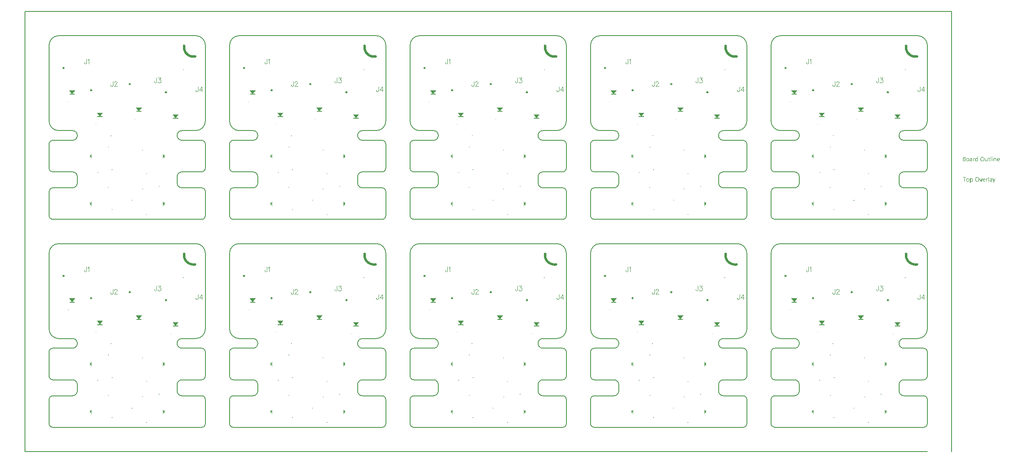
<source format=gto>
G04*
G04 #@! TF.GenerationSoftware,Altium Limited,Altium Designer,21.5.1 (32)*
G04*
G04 Layer_Color=65535*
%FSAX25Y25*%
%MOIN*%
G70*
G04*
G04 #@! TF.SameCoordinates,E99C0FF3-4C0A-44BC-87B1-091C8A248283*
G04*
G04*
G04 #@! TF.FilePolarity,Positive*
G04*
G01*
G75*
%ADD40C,0.00787*%
%ADD54C,0.00394*%
%ADD55C,0.00591*%
%ADD56C,0.00984*%
G36*
X0698066Y0311876D02*
X0698151Y0311864D01*
X0698208Y0311852D01*
X0698209Y0311853D01*
X0698209D01*
X0698212Y0311852D01*
X0698212D01*
X0698212Y0311851D01*
X0698238Y0311845D01*
X0698320Y0311819D01*
X0698400Y0311786D01*
X0698476Y0311747D01*
X0698548Y0311701D01*
X0698616Y0311648D01*
X0698679Y0311590D01*
X0698737Y0311527D01*
X0698790Y0311459D01*
X0698836Y0311387D01*
X0698875Y0311311D01*
X0698908Y0311231D01*
X0698934Y0311149D01*
X0698953Y0311066D01*
X0698964Y0310981D01*
X0698968Y0310895D01*
X0698964Y0310809D01*
X0698961Y0310789D01*
X0698962Y0310789D01*
X0698962Y0310789D01*
X0698954Y0310720D01*
X0698935Y0310496D01*
X0698924Y0310270D01*
X0698921Y0310045D01*
X0698924Y0309820D01*
X0698935Y0309594D01*
X0698954Y0309369D01*
X0698980Y0309145D01*
X0699013Y0308922D01*
X0699053Y0308700D01*
X0699101Y0308480D01*
X0699156Y0308261D01*
X0699217Y0308045D01*
X0699286Y0307830D01*
X0699362Y0307617D01*
X0699445Y0307408D01*
X0699535Y0307201D01*
X0699631Y0306997D01*
X0699734Y0306797D01*
X0699844Y0306599D01*
X0699960Y0306406D01*
X0700082Y0306216D01*
X0700210Y0306031D01*
X0700345Y0305850D01*
X0700485Y0305673D01*
X0700631Y0305501D01*
X0700782Y0305334D01*
X0700939Y0305172D01*
X0701101Y0305015D01*
X0701268Y0304864D01*
X0701440Y0304718D01*
X0701617Y0304578D01*
X0701798Y0304443D01*
X0701983Y0304315D01*
X0702173Y0304193D01*
X0702366Y0304077D01*
X0702563Y0303967D01*
X0702764Y0303864D01*
X0702968Y0303768D01*
X0703175Y0303678D01*
X0703384Y0303595D01*
X0703597Y0303520D01*
X0703811Y0303450D01*
X0704028Y0303389D01*
X0704247Y0303334D01*
X0704467Y0303286D01*
X0704689Y0303246D01*
X0704912Y0303213D01*
X0705136Y0303187D01*
X0705361Y0303169D01*
X0705586Y0303157D01*
X0705812Y0303154D01*
X0706037Y0303157D01*
X0706263Y0303169D01*
X0706487Y0303187D01*
X0706711Y0303213D01*
X0706822Y0303229D01*
X0706822Y0303228D01*
X0706880Y0303236D01*
X0706966Y0303240D01*
X0707052Y0303236D01*
X0707137Y0303225D01*
X0707221Y0303206D01*
X0707303Y0303180D01*
X0707382Y0303148D01*
X0707458Y0303108D01*
X0707530Y0303062D01*
X0707598Y0303010D01*
X0707662Y0302952D01*
X0707720Y0302888D01*
X0707772Y0302820D01*
X0707818Y0302748D01*
X0707858Y0302672D01*
X0707891Y0302592D01*
X0707913Y0302521D01*
X0707913Y0302521D01*
Y0302521D01*
X0707914Y0302520D01*
X0707913Y0302520D01*
X0707917Y0302509D01*
X0707935Y0302425D01*
X0707946Y0302340D01*
X0707950Y0302255D01*
X0707946Y0302169D01*
X0707935Y0302084D01*
X0707917Y0302000D01*
X0707891Y0301918D01*
X0707858Y0301839D01*
X0707819Y0301763D01*
X0707772Y0301690D01*
X0707720Y0301622D01*
X0707662Y0301559D01*
X0707599Y0301501D01*
X0707531Y0301449D01*
X0707458Y0301403D01*
X0707382Y0301363D01*
X0707303Y0301330D01*
X0707221Y0301304D01*
X0707137Y0301286D01*
X0707111Y0301282D01*
X0707111Y0301282D01*
X0707092Y0301279D01*
X0706837Y0301245D01*
X0706580Y0301219D01*
X0706323Y0301200D01*
X0706066Y0301189D01*
X0705808Y0301185D01*
X0705551Y0301189D01*
X0705293Y0301200D01*
X0705036Y0301219D01*
X0704780Y0301245D01*
X0704525Y0301279D01*
X0704270Y0301320D01*
X0704017Y0301368D01*
X0703766Y0301424D01*
X0703516Y0301487D01*
X0703268Y0301557D01*
X0703022Y0301635D01*
X0702779Y0301719D01*
X0702538Y0301811D01*
X0702300Y0301910D01*
X0702065Y0302015D01*
X0701833Y0302127D01*
X0701605Y0302246D01*
X0701379Y0302372D01*
X0701158Y0302504D01*
X0700941Y0302642D01*
X0700728Y0302787D01*
X0700519Y0302938D01*
X0700315Y0303095D01*
X0700115Y0303257D01*
X0699920Y0303426D01*
X0699730Y0303600D01*
X0699545Y0303780D01*
X0699366Y0303964D01*
X0699191Y0304154D01*
X0699023Y0304349D01*
X0698860Y0304549D01*
X0698703Y0304753D01*
X0698553Y0304962D01*
X0698408Y0305175D01*
X0698269Y0305393D01*
X0698137Y0305614D01*
X0698012Y0305839D01*
X0697893Y0306068D01*
X0697781Y0306299D01*
X0697675Y0306535D01*
X0697577Y0306773D01*
X0697485Y0307013D01*
X0697400Y0307257D01*
X0697323Y0307503D01*
X0697252Y0307750D01*
X0697189Y0308000D01*
X0697134Y0308252D01*
X0697085Y0308505D01*
X0697044Y0308759D01*
X0697011Y0309015D01*
X0696984Y0309271D01*
X0696966Y0309528D01*
X0696954Y0309785D01*
X0696951Y0310043D01*
X0696954Y0310300D01*
X0696966Y0310558D01*
X0696984Y0310815D01*
X0697003Y0311002D01*
X0697003Y0311002D01*
X0697012Y0311066D01*
X0697030Y0311150D01*
X0697056Y0311232D01*
X0697089Y0311311D01*
X0697129Y0311387D01*
X0697175Y0311460D01*
X0697227Y0311528D01*
X0697285Y0311591D01*
X0697348Y0311649D01*
X0697416Y0311701D01*
X0697489Y0311748D01*
X0697565Y0311787D01*
X0697644Y0311820D01*
X0697726Y0311846D01*
X0697810Y0311864D01*
X0697895Y0311876D01*
X0697981Y0311879D01*
X0698066Y0311876D01*
D02*
G37*
G36*
X0551062D02*
X0551148Y0311864D01*
X0551204Y0311852D01*
X0551205Y0311853D01*
X0551205D01*
X0551208Y0311852D01*
X0551208D01*
X0551208Y0311851D01*
X0551234Y0311845D01*
X0551316Y0311819D01*
X0551396Y0311786D01*
X0551472Y0311747D01*
X0551544Y0311701D01*
X0551612Y0311648D01*
X0551676Y0311590D01*
X0551733Y0311527D01*
X0551786Y0311459D01*
X0551832Y0311387D01*
X0551871Y0311311D01*
X0551904Y0311231D01*
X0551930Y0311149D01*
X0551949Y0311066D01*
X0551960Y0310981D01*
X0551964Y0310895D01*
X0551960Y0310809D01*
X0551957Y0310789D01*
X0551958Y0310789D01*
X0551958Y0310789D01*
X0551950Y0310720D01*
X0551931Y0310496D01*
X0551920Y0310270D01*
X0551917Y0310045D01*
X0551920Y0309820D01*
X0551931Y0309594D01*
X0551950Y0309369D01*
X0551976Y0309145D01*
X0552009Y0308922D01*
X0552049Y0308700D01*
X0552097Y0308480D01*
X0552151Y0308261D01*
X0552213Y0308045D01*
X0552282Y0307830D01*
X0552358Y0307617D01*
X0552441Y0307408D01*
X0552531Y0307201D01*
X0552627Y0306997D01*
X0552730Y0306797D01*
X0552840Y0306599D01*
X0552956Y0306406D01*
X0553078Y0306216D01*
X0553206Y0306031D01*
X0553341Y0305850D01*
X0553481Y0305673D01*
X0553627Y0305501D01*
X0553778Y0305334D01*
X0553935Y0305172D01*
X0554097Y0305015D01*
X0554264Y0304864D01*
X0554436Y0304718D01*
X0554613Y0304578D01*
X0554794Y0304443D01*
X0554979Y0304315D01*
X0555169Y0304193D01*
X0555362Y0304077D01*
X0555559Y0303967D01*
X0555760Y0303864D01*
X0555964Y0303768D01*
X0556171Y0303678D01*
X0556381Y0303595D01*
X0556593Y0303520D01*
X0556808Y0303450D01*
X0557024Y0303389D01*
X0557243Y0303334D01*
X0557464Y0303286D01*
X0557685Y0303246D01*
X0557908Y0303213D01*
X0558132Y0303187D01*
X0558357Y0303169D01*
X0558582Y0303157D01*
X0558808Y0303154D01*
X0559033Y0303157D01*
X0559259Y0303169D01*
X0559483Y0303187D01*
X0559707Y0303213D01*
X0559818Y0303229D01*
X0559818Y0303228D01*
X0559876Y0303236D01*
X0559962Y0303240D01*
X0560048Y0303236D01*
X0560133Y0303225D01*
X0560217Y0303206D01*
X0560299Y0303180D01*
X0560378Y0303148D01*
X0560454Y0303108D01*
X0560526Y0303062D01*
X0560595Y0303010D01*
X0560658Y0302952D01*
X0560716Y0302888D01*
X0560768Y0302820D01*
X0560814Y0302748D01*
X0560854Y0302672D01*
X0560887Y0302592D01*
X0560909Y0302521D01*
X0560910Y0302521D01*
Y0302521D01*
X0560910Y0302520D01*
X0560910Y0302520D01*
X0560913Y0302509D01*
X0560931Y0302425D01*
X0560943Y0302340D01*
X0560946Y0302255D01*
X0560943Y0302169D01*
X0560931Y0302084D01*
X0560913Y0302000D01*
X0560887Y0301918D01*
X0560854Y0301839D01*
X0560815Y0301763D01*
X0560768Y0301690D01*
X0560716Y0301622D01*
X0560658Y0301559D01*
X0560595Y0301501D01*
X0560527Y0301449D01*
X0560455Y0301403D01*
X0560378Y0301363D01*
X0560299Y0301330D01*
X0560217Y0301304D01*
X0560133Y0301286D01*
X0560107Y0301282D01*
X0560107Y0301282D01*
X0560088Y0301279D01*
X0559833Y0301245D01*
X0559576Y0301219D01*
X0559319Y0301200D01*
X0559062Y0301189D01*
X0558804Y0301185D01*
X0558547Y0301189D01*
X0558289Y0301200D01*
X0558032Y0301219D01*
X0557776Y0301245D01*
X0557521Y0301279D01*
X0557266Y0301320D01*
X0557013Y0301368D01*
X0556762Y0301424D01*
X0556512Y0301487D01*
X0556264Y0301557D01*
X0556018Y0301635D01*
X0555775Y0301719D01*
X0555534Y0301811D01*
X0555296Y0301910D01*
X0555061Y0302015D01*
X0554829Y0302127D01*
X0554600Y0302246D01*
X0554376Y0302372D01*
X0554154Y0302504D01*
X0553937Y0302642D01*
X0553724Y0302787D01*
X0553515Y0302938D01*
X0553310Y0303095D01*
X0553111Y0303257D01*
X0552916Y0303426D01*
X0552726Y0303600D01*
X0552541Y0303780D01*
X0552361Y0303964D01*
X0552187Y0304154D01*
X0552019Y0304349D01*
X0551856Y0304549D01*
X0551699Y0304753D01*
X0551549Y0304962D01*
X0551404Y0305175D01*
X0551265Y0305393D01*
X0551133Y0305614D01*
X0551008Y0305839D01*
X0550889Y0306068D01*
X0550777Y0306299D01*
X0550671Y0306535D01*
X0550572Y0306773D01*
X0550481Y0307013D01*
X0550396Y0307257D01*
X0550319Y0307503D01*
X0550248Y0307750D01*
X0550185Y0308000D01*
X0550130Y0308252D01*
X0550081Y0308505D01*
X0550040Y0308759D01*
X0550007Y0309015D01*
X0549980Y0309271D01*
X0549962Y0309528D01*
X0549950Y0309785D01*
X0549947Y0310043D01*
X0549950Y0310300D01*
X0549962Y0310558D01*
X0549980Y0310815D01*
X0550000Y0311002D01*
X0549999Y0311002D01*
X0550008Y0311066D01*
X0550027Y0311150D01*
X0550052Y0311232D01*
X0550085Y0311311D01*
X0550125Y0311387D01*
X0550171Y0311460D01*
X0550223Y0311528D01*
X0550281Y0311591D01*
X0550344Y0311649D01*
X0550412Y0311701D01*
X0550485Y0311748D01*
X0550561Y0311787D01*
X0550640Y0311820D01*
X0550722Y0311846D01*
X0550806Y0311864D01*
X0550891Y0311876D01*
X0550977Y0311879D01*
X0551062Y0311876D01*
D02*
G37*
G36*
X0404058D02*
X0404143Y0311864D01*
X0404200Y0311852D01*
X0404201Y0311853D01*
X0404201D01*
X0404204Y0311852D01*
X0404204D01*
X0404204Y0311851D01*
X0404230Y0311845D01*
X0404312Y0311819D01*
X0404392Y0311786D01*
X0404468Y0311747D01*
X0404540Y0311701D01*
X0404608Y0311648D01*
X0404671Y0311590D01*
X0404730Y0311527D01*
X0404782Y0311459D01*
X0404828Y0311387D01*
X0404868Y0311311D01*
X0404900Y0311231D01*
X0404926Y0311149D01*
X0404945Y0311066D01*
X0404956Y0310981D01*
X0404960Y0310895D01*
X0404956Y0310809D01*
X0404953Y0310789D01*
X0404954Y0310789D01*
X0404954Y0310789D01*
X0404946Y0310720D01*
X0404927Y0310496D01*
X0404916Y0310270D01*
X0404913Y0310045D01*
X0404916Y0309820D01*
X0404927Y0309594D01*
X0404946Y0309369D01*
X0404972Y0309145D01*
X0405005Y0308922D01*
X0405045Y0308700D01*
X0405093Y0308480D01*
X0405148Y0308261D01*
X0405209Y0308045D01*
X0405278Y0307830D01*
X0405354Y0307617D01*
X0405437Y0307408D01*
X0405527Y0307201D01*
X0405623Y0306997D01*
X0405726Y0306797D01*
X0405836Y0306599D01*
X0405952Y0306406D01*
X0406074Y0306216D01*
X0406203Y0306031D01*
X0406337Y0305850D01*
X0406477Y0305673D01*
X0406623Y0305501D01*
X0406774Y0305334D01*
X0406931Y0305172D01*
X0407093Y0305015D01*
X0407260Y0304864D01*
X0407432Y0304718D01*
X0407609Y0304578D01*
X0407790Y0304443D01*
X0407975Y0304315D01*
X0408165Y0304193D01*
X0408358Y0304077D01*
X0408555Y0303967D01*
X0408756Y0303864D01*
X0408960Y0303768D01*
X0409167Y0303678D01*
X0409376Y0303595D01*
X0409589Y0303520D01*
X0409803Y0303450D01*
X0410020Y0303389D01*
X0410239Y0303334D01*
X0410460Y0303286D01*
X0410681Y0303246D01*
X0410905Y0303213D01*
X0411129Y0303187D01*
X0411353Y0303169D01*
X0411579Y0303157D01*
X0411804Y0303154D01*
X0412029Y0303157D01*
X0412255Y0303169D01*
X0412479Y0303187D01*
X0412703Y0303213D01*
X0412814Y0303229D01*
X0412814Y0303228D01*
X0412873Y0303236D01*
X0412958Y0303240D01*
X0413044Y0303236D01*
X0413129Y0303225D01*
X0413213Y0303206D01*
X0413295Y0303180D01*
X0413374Y0303148D01*
X0413450Y0303108D01*
X0413522Y0303062D01*
X0413590Y0303010D01*
X0413654Y0302952D01*
X0413712Y0302888D01*
X0413764Y0302820D01*
X0413810Y0302748D01*
X0413850Y0302672D01*
X0413883Y0302592D01*
X0413905Y0302521D01*
X0413905Y0302521D01*
Y0302521D01*
X0413906Y0302520D01*
X0413905Y0302520D01*
X0413909Y0302509D01*
X0413927Y0302425D01*
X0413939Y0302340D01*
X0413942Y0302255D01*
X0413939Y0302169D01*
X0413927Y0302084D01*
X0413909Y0302000D01*
X0413883Y0301918D01*
X0413850Y0301839D01*
X0413810Y0301763D01*
X0413764Y0301690D01*
X0413712Y0301622D01*
X0413654Y0301559D01*
X0413591Y0301501D01*
X0413523Y0301449D01*
X0413450Y0301403D01*
X0413374Y0301363D01*
X0413295Y0301330D01*
X0413213Y0301304D01*
X0413130Y0301286D01*
X0413103Y0301282D01*
X0413103Y0301282D01*
X0413084Y0301279D01*
X0412829Y0301245D01*
X0412572Y0301219D01*
X0412315Y0301200D01*
X0412058Y0301189D01*
X0411800Y0301185D01*
X0411543Y0301189D01*
X0411285Y0301200D01*
X0411028Y0301219D01*
X0410772Y0301245D01*
X0410517Y0301279D01*
X0410262Y0301320D01*
X0410009Y0301368D01*
X0409758Y0301424D01*
X0409508Y0301487D01*
X0409260Y0301557D01*
X0409014Y0301635D01*
X0408771Y0301719D01*
X0408530Y0301811D01*
X0408292Y0301910D01*
X0408057Y0302015D01*
X0407825Y0302127D01*
X0407596Y0302246D01*
X0407372Y0302372D01*
X0407150Y0302504D01*
X0406933Y0302642D01*
X0406720Y0302787D01*
X0406511Y0302938D01*
X0406307Y0303095D01*
X0406107Y0303257D01*
X0405912Y0303426D01*
X0405722Y0303600D01*
X0405537Y0303780D01*
X0405358Y0303964D01*
X0405184Y0304154D01*
X0405015Y0304349D01*
X0404852Y0304549D01*
X0404695Y0304753D01*
X0404545Y0304962D01*
X0404400Y0305175D01*
X0404261Y0305393D01*
X0404129Y0305614D01*
X0404004Y0305839D01*
X0403885Y0306068D01*
X0403773Y0306299D01*
X0403667Y0306535D01*
X0403569Y0306773D01*
X0403477Y0307013D01*
X0403392Y0307257D01*
X0403315Y0307503D01*
X0403244Y0307750D01*
X0403182Y0308000D01*
X0403126Y0308252D01*
X0403077Y0308505D01*
X0403036Y0308759D01*
X0403003Y0309015D01*
X0402976Y0309271D01*
X0402958Y0309528D01*
X0402947Y0309785D01*
X0402943Y0310043D01*
X0402947Y0310300D01*
X0402958Y0310558D01*
X0402976Y0310815D01*
X0402995Y0311002D01*
X0402995Y0311002D01*
X0403004Y0311066D01*
X0403022Y0311150D01*
X0403048Y0311232D01*
X0403081Y0311311D01*
X0403121Y0311387D01*
X0403167Y0311460D01*
X0403219Y0311528D01*
X0403277Y0311591D01*
X0403340Y0311649D01*
X0403408Y0311701D01*
X0403481Y0311748D01*
X0403557Y0311787D01*
X0403636Y0311820D01*
X0403718Y0311846D01*
X0403802Y0311864D01*
X0403887Y0311876D01*
X0403973Y0311879D01*
X0404058Y0311876D01*
D02*
G37*
G36*
X0257054D02*
X0257140Y0311864D01*
X0257196Y0311852D01*
X0257197Y0311853D01*
X0257197D01*
X0257200Y0311852D01*
X0257200D01*
X0257200Y0311851D01*
X0257227Y0311845D01*
X0257308Y0311819D01*
X0257388Y0311786D01*
X0257464Y0311747D01*
X0257536Y0311701D01*
X0257604Y0311648D01*
X0257667Y0311590D01*
X0257726Y0311527D01*
X0257778Y0311459D01*
X0257824Y0311387D01*
X0257863Y0311311D01*
X0257896Y0311231D01*
X0257922Y0311149D01*
X0257941Y0311066D01*
X0257952Y0310981D01*
X0257956Y0310895D01*
X0257952Y0310809D01*
X0257949Y0310789D01*
X0257950Y0310789D01*
X0257950Y0310789D01*
X0257942Y0310720D01*
X0257924Y0310496D01*
X0257912Y0310270D01*
X0257909Y0310045D01*
X0257912Y0309820D01*
X0257924Y0309594D01*
X0257942Y0309369D01*
X0257968Y0309145D01*
X0258001Y0308922D01*
X0258041Y0308700D01*
X0258089Y0308480D01*
X0258144Y0308261D01*
X0258206Y0308045D01*
X0258275Y0307830D01*
X0258350Y0307617D01*
X0258433Y0307408D01*
X0258523Y0307201D01*
X0258619Y0306997D01*
X0258722Y0306797D01*
X0258832Y0306599D01*
X0258948Y0306406D01*
X0259070Y0306216D01*
X0259198Y0306031D01*
X0259333Y0305850D01*
X0259473Y0305673D01*
X0259619Y0305501D01*
X0259770Y0305334D01*
X0259927Y0305172D01*
X0260089Y0305015D01*
X0260256Y0304864D01*
X0260428Y0304718D01*
X0260605Y0304578D01*
X0260786Y0304443D01*
X0260971Y0304315D01*
X0261161Y0304193D01*
X0261354Y0304077D01*
X0261551Y0303967D01*
X0261752Y0303864D01*
X0261956Y0303768D01*
X0262163Y0303678D01*
X0262373Y0303595D01*
X0262585Y0303520D01*
X0262800Y0303450D01*
X0263016Y0303389D01*
X0263235Y0303334D01*
X0263456Y0303286D01*
X0263677Y0303246D01*
X0263900Y0303213D01*
X0264124Y0303187D01*
X0264349Y0303169D01*
X0264575Y0303157D01*
X0264800Y0303154D01*
X0265025Y0303157D01*
X0265251Y0303169D01*
X0265475Y0303187D01*
X0265699Y0303213D01*
X0265810Y0303229D01*
X0265810Y0303228D01*
X0265869Y0303236D01*
X0265954Y0303240D01*
X0266040Y0303236D01*
X0266125Y0303225D01*
X0266209Y0303206D01*
X0266291Y0303180D01*
X0266370Y0303148D01*
X0266446Y0303108D01*
X0266518Y0303062D01*
X0266587Y0303010D01*
X0266650Y0302952D01*
X0266708Y0302888D01*
X0266760Y0302820D01*
X0266806Y0302748D01*
X0266846Y0302672D01*
X0266879Y0302592D01*
X0266901Y0302521D01*
X0266902Y0302521D01*
Y0302521D01*
X0266902Y0302520D01*
X0266902Y0302520D01*
X0266905Y0302509D01*
X0266923Y0302425D01*
X0266935Y0302340D01*
X0266938Y0302255D01*
X0266935Y0302169D01*
X0266923Y0302084D01*
X0266905Y0302000D01*
X0266879Y0301918D01*
X0266846Y0301839D01*
X0266807Y0301763D01*
X0266760Y0301690D01*
X0266708Y0301622D01*
X0266650Y0301559D01*
X0266587Y0301501D01*
X0266519Y0301449D01*
X0266446Y0301403D01*
X0266370Y0301363D01*
X0266291Y0301330D01*
X0266209Y0301304D01*
X0266125Y0301286D01*
X0266099Y0301282D01*
X0266099Y0301282D01*
X0266080Y0301279D01*
X0265825Y0301245D01*
X0265568Y0301219D01*
X0265312Y0301200D01*
X0265054Y0301189D01*
X0264796Y0301185D01*
X0264539Y0301189D01*
X0264281Y0301200D01*
X0264024Y0301219D01*
X0263768Y0301245D01*
X0263513Y0301279D01*
X0263258Y0301320D01*
X0263005Y0301368D01*
X0262754Y0301424D01*
X0262504Y0301487D01*
X0262256Y0301557D01*
X0262010Y0301635D01*
X0261767Y0301719D01*
X0261526Y0301811D01*
X0261288Y0301910D01*
X0261053Y0302015D01*
X0260821Y0302127D01*
X0260593Y0302246D01*
X0260368Y0302372D01*
X0260146Y0302504D01*
X0259929Y0302642D01*
X0259716Y0302787D01*
X0259507Y0302938D01*
X0259303Y0303095D01*
X0259103Y0303257D01*
X0258908Y0303426D01*
X0258718Y0303600D01*
X0258533Y0303780D01*
X0258354Y0303964D01*
X0258179Y0304154D01*
X0258011Y0304349D01*
X0257848Y0304549D01*
X0257692Y0304753D01*
X0257541Y0304962D01*
X0257396Y0305175D01*
X0257258Y0305393D01*
X0257125Y0305614D01*
X0257000Y0305839D01*
X0256881Y0306068D01*
X0256769Y0306299D01*
X0256663Y0306535D01*
X0256565Y0306773D01*
X0256473Y0307013D01*
X0256388Y0307257D01*
X0256311Y0307503D01*
X0256241Y0307750D01*
X0256177Y0308000D01*
X0256122Y0308252D01*
X0256073Y0308505D01*
X0256032Y0308759D01*
X0255999Y0309015D01*
X0255972Y0309271D01*
X0255954Y0309528D01*
X0255943Y0309785D01*
X0255939Y0310043D01*
X0255943Y0310300D01*
X0255954Y0310558D01*
X0255972Y0310815D01*
X0255992Y0311002D01*
X0255992Y0311002D01*
X0256000Y0311066D01*
X0256019Y0311150D01*
X0256044Y0311232D01*
X0256077Y0311311D01*
X0256117Y0311387D01*
X0256163Y0311460D01*
X0256215Y0311528D01*
X0256273Y0311591D01*
X0256336Y0311649D01*
X0256404Y0311701D01*
X0256477Y0311748D01*
X0256553Y0311787D01*
X0256632Y0311820D01*
X0256714Y0311846D01*
X0256798Y0311864D01*
X0256883Y0311876D01*
X0256969Y0311879D01*
X0257054Y0311876D01*
D02*
G37*
G36*
X0110050D02*
X0110136Y0311864D01*
X0110193Y0311852D01*
X0110193Y0311853D01*
X0110193D01*
X0110196Y0311852D01*
X0110196D01*
X0110196Y0311851D01*
X0110223Y0311845D01*
X0110304Y0311819D01*
X0110384Y0311786D01*
X0110460Y0311747D01*
X0110532Y0311701D01*
X0110600Y0311648D01*
X0110664Y0311590D01*
X0110722Y0311527D01*
X0110774Y0311459D01*
X0110820Y0311387D01*
X0110860Y0311311D01*
X0110892Y0311231D01*
X0110918Y0311149D01*
X0110937Y0311066D01*
X0110948Y0310981D01*
X0110952Y0310895D01*
X0110948Y0310809D01*
X0110945Y0310789D01*
X0110946Y0310789D01*
X0110946Y0310789D01*
X0110938Y0310720D01*
X0110920Y0310496D01*
X0110908Y0310270D01*
X0110905Y0310045D01*
X0110908Y0309820D01*
X0110920Y0309594D01*
X0110938Y0309369D01*
X0110964Y0309145D01*
X0110997Y0308922D01*
X0111037Y0308700D01*
X0111085Y0308480D01*
X0111140Y0308261D01*
X0111202Y0308045D01*
X0111270Y0307830D01*
X0111346Y0307617D01*
X0111429Y0307408D01*
X0111519Y0307201D01*
X0111616Y0306997D01*
X0111718Y0306797D01*
X0111828Y0306599D01*
X0111944Y0306406D01*
X0112066Y0306216D01*
X0112195Y0306031D01*
X0112329Y0305850D01*
X0112469Y0305673D01*
X0112615Y0305501D01*
X0112766Y0305334D01*
X0112923Y0305172D01*
X0113085Y0305015D01*
X0113252Y0304864D01*
X0113424Y0304718D01*
X0113601Y0304578D01*
X0113782Y0304443D01*
X0113968Y0304315D01*
X0114157Y0304193D01*
X0114350Y0304077D01*
X0114548Y0303967D01*
X0114748Y0303864D01*
X0114952Y0303768D01*
X0115159Y0303678D01*
X0115369Y0303595D01*
X0115581Y0303520D01*
X0115796Y0303450D01*
X0116012Y0303389D01*
X0116231Y0303334D01*
X0116452Y0303286D01*
X0116674Y0303246D01*
X0116896Y0303213D01*
X0117121Y0303187D01*
X0117345Y0303169D01*
X0117571Y0303157D01*
X0117796Y0303154D01*
X0118022Y0303157D01*
X0118247Y0303169D01*
X0118472Y0303187D01*
X0118695Y0303213D01*
X0118806Y0303229D01*
X0118806Y0303228D01*
X0118865Y0303236D01*
X0118950Y0303240D01*
X0119036Y0303236D01*
X0119121Y0303225D01*
X0119205Y0303206D01*
X0119287Y0303180D01*
X0119366Y0303148D01*
X0119442Y0303108D01*
X0119515Y0303062D01*
X0119583Y0303010D01*
X0119646Y0302952D01*
X0119704Y0302888D01*
X0119756Y0302820D01*
X0119802Y0302748D01*
X0119842Y0302672D01*
X0119875Y0302592D01*
X0119897Y0302521D01*
X0119898Y0302521D01*
Y0302521D01*
X0119898Y0302520D01*
X0119898Y0302520D01*
X0119901Y0302509D01*
X0119920Y0302425D01*
X0119931Y0302340D01*
X0119934Y0302255D01*
X0119931Y0302169D01*
X0119920Y0302084D01*
X0119901Y0302000D01*
X0119875Y0301918D01*
X0119842Y0301839D01*
X0119803Y0301763D01*
X0119756Y0301690D01*
X0119704Y0301622D01*
X0119646Y0301559D01*
X0119583Y0301501D01*
X0119515Y0301449D01*
X0119443Y0301403D01*
X0119367Y0301363D01*
X0119287Y0301330D01*
X0119205Y0301304D01*
X0119122Y0301286D01*
X0119095Y0301282D01*
X0119095Y0301282D01*
X0119076Y0301279D01*
X0118821Y0301245D01*
X0118564Y0301219D01*
X0118307Y0301200D01*
X0118050Y0301189D01*
X0117792Y0301185D01*
X0117535Y0301189D01*
X0117277Y0301200D01*
X0117020Y0301219D01*
X0116764Y0301245D01*
X0116509Y0301279D01*
X0116254Y0301320D01*
X0116001Y0301368D01*
X0115750Y0301424D01*
X0115500Y0301487D01*
X0115252Y0301557D01*
X0115006Y0301635D01*
X0114763Y0301719D01*
X0114522Y0301811D01*
X0114284Y0301910D01*
X0114049Y0302015D01*
X0113817Y0302127D01*
X0113589Y0302246D01*
X0113364Y0302372D01*
X0113142Y0302504D01*
X0112925Y0302642D01*
X0112712Y0302787D01*
X0112503Y0302938D01*
X0112299Y0303095D01*
X0112099Y0303257D01*
X0111904Y0303426D01*
X0111714Y0303600D01*
X0111529Y0303780D01*
X0111350Y0303964D01*
X0111176Y0304154D01*
X0111007Y0304349D01*
X0110844Y0304549D01*
X0110687Y0304753D01*
X0110537Y0304962D01*
X0110392Y0305175D01*
X0110254Y0305393D01*
X0110122Y0305614D01*
X0109996Y0305839D01*
X0109877Y0306068D01*
X0109765Y0306299D01*
X0109659Y0306535D01*
X0109561Y0306773D01*
X0109469Y0307013D01*
X0109384Y0307257D01*
X0109307Y0307503D01*
X0109237Y0307750D01*
X0109174Y0308000D01*
X0109118Y0308252D01*
X0109069Y0308505D01*
X0109028Y0308759D01*
X0108995Y0309015D01*
X0108968Y0309271D01*
X0108950Y0309528D01*
X0108939Y0309785D01*
X0108935Y0310043D01*
X0108939Y0310300D01*
X0108950Y0310558D01*
X0108968Y0310815D01*
X0108988Y0311002D01*
X0108988Y0311002D01*
X0108996Y0311066D01*
X0109015Y0311150D01*
X0109040Y0311232D01*
X0109073Y0311311D01*
X0109113Y0311387D01*
X0109159Y0311460D01*
X0109211Y0311528D01*
X0109269Y0311591D01*
X0109333Y0311649D01*
X0109400Y0311701D01*
X0109473Y0311748D01*
X0109549Y0311787D01*
X0109628Y0311820D01*
X0109710Y0311846D01*
X0109794Y0311864D01*
X0109879Y0311876D01*
X0109965Y0311879D01*
X0110050Y0311876D01*
D02*
G37*
G36*
X0606892Y0271516D02*
X0604530Y0274665D01*
X0609254D01*
X0606892Y0271516D01*
D02*
G37*
G36*
X0459888D02*
X0457526Y0274665D01*
X0462250D01*
X0459888Y0271516D01*
D02*
G37*
G36*
X0312884D02*
X0310522Y0274665D01*
X0315246D01*
X0312884Y0271516D01*
D02*
G37*
G36*
X0165880D02*
X0163518Y0274665D01*
X0168242D01*
X0165880Y0271516D01*
D02*
G37*
G36*
X0018876D02*
X0016514Y0274665D01*
X0021238D01*
X0018876Y0271516D01*
D02*
G37*
G36*
X0661223Y0257441D02*
X0658860Y0260591D01*
X0663585D01*
X0661223Y0257441D01*
D02*
G37*
G36*
X0514219D02*
X0511856Y0260591D01*
X0516581D01*
X0514219Y0257441D01*
D02*
G37*
G36*
X0367215D02*
X0364852Y0260591D01*
X0369577D01*
X0367215Y0257441D01*
D02*
G37*
G36*
X0220211D02*
X0217848Y0260591D01*
X0222573D01*
X0220211Y0257441D01*
D02*
G37*
G36*
X0073207D02*
X0070845Y0260591D01*
X0075569D01*
X0073207Y0257441D01*
D02*
G37*
G36*
X0629431Y0253110D02*
X0627069Y0256260D01*
X0631793D01*
X0629431Y0253110D01*
D02*
G37*
G36*
X0482427D02*
X0480065Y0256260D01*
X0484790D01*
X0482427Y0253110D01*
D02*
G37*
G36*
X0335423D02*
X0333061Y0256260D01*
X0337786D01*
X0335423Y0253110D01*
D02*
G37*
G36*
X0188419D02*
X0186057Y0256260D01*
X0190781D01*
X0188419Y0253110D01*
D02*
G37*
G36*
X0041415D02*
X0039053Y0256260D01*
X0043778D01*
X0041415Y0253110D01*
D02*
G37*
G36*
X0690947Y0251929D02*
X0688585Y0255079D01*
X0693309D01*
X0690947Y0251929D01*
D02*
G37*
G36*
X0543943D02*
X0541581Y0255079D01*
X0546305D01*
X0543943Y0251929D01*
D02*
G37*
G36*
X0396939D02*
X0394577Y0255079D01*
X0399301D01*
X0396939Y0251929D01*
D02*
G37*
G36*
X0249935D02*
X0247573Y0255079D01*
X0252297D01*
X0249935Y0251929D01*
D02*
G37*
G36*
X0102931D02*
X0100569Y0255079D01*
X0105293D01*
X0102931Y0251929D01*
D02*
G37*
G36*
X0768500Y0220551D02*
X0768525D01*
X0768581Y0220526D01*
X0768612Y0220508D01*
X0768643Y0220483D01*
X0768649Y0220477D01*
X0768655Y0220470D01*
X0768686Y0220433D01*
X0768711Y0220371D01*
X0768717Y0220334D01*
X0768723Y0220297D01*
Y0220291D01*
Y0220279D01*
X0768717Y0220260D01*
X0768711Y0220235D01*
X0768692Y0220173D01*
X0768668Y0220142D01*
X0768643Y0220111D01*
X0768637D01*
X0768630Y0220099D01*
X0768593Y0220074D01*
X0768538Y0220050D01*
X0768500Y0220043D01*
X0768463Y0220037D01*
X0768445D01*
X0768426Y0220043D01*
X0768401D01*
X0768339Y0220068D01*
X0768308Y0220080D01*
X0768278Y0220105D01*
Y0220111D01*
X0768265Y0220118D01*
X0768253Y0220136D01*
X0768240Y0220155D01*
X0768216Y0220217D01*
X0768210Y0220254D01*
X0768203Y0220297D01*
Y0220303D01*
Y0220316D01*
X0768210Y0220334D01*
X0768216Y0220365D01*
X0768234Y0220421D01*
X0768253Y0220452D01*
X0768278Y0220483D01*
X0768284Y0220489D01*
X0768290Y0220495D01*
X0768327Y0220520D01*
X0768389Y0220545D01*
X0768426Y0220557D01*
X0768482D01*
X0768500Y0220551D01*
D02*
G37*
G36*
X0681990Y0219512D02*
X0680809Y0221087D01*
X0681990Y0222661D01*
Y0219512D01*
D02*
G37*
G36*
X0622541Y0221087D02*
X0621360Y0219512D01*
Y0222661D01*
X0622541Y0221087D01*
D02*
G37*
G36*
X0534986Y0219512D02*
X0533805Y0221087D01*
X0534986Y0222661D01*
Y0219512D01*
D02*
G37*
G36*
X0475537Y0221087D02*
X0474356Y0219512D01*
Y0222661D01*
X0475537Y0221087D01*
D02*
G37*
G36*
X0387982Y0219512D02*
X0386801Y0221087D01*
X0387982Y0222661D01*
Y0219512D01*
D02*
G37*
G36*
X0328534Y0221087D02*
X0327352Y0219512D01*
Y0222661D01*
X0328534Y0221087D01*
D02*
G37*
G36*
X0240978Y0219512D02*
X0239797Y0221087D01*
X0240978Y0222661D01*
Y0219512D01*
D02*
G37*
G36*
X0181530Y0221087D02*
X0180349Y0219512D01*
Y0222661D01*
X0181530Y0221087D01*
D02*
G37*
G36*
X0093974Y0219512D02*
X0092793Y0221087D01*
X0093974Y0222661D01*
Y0219512D01*
D02*
G37*
G36*
X0034526Y0221087D02*
X0033345Y0219512D01*
Y0222661D01*
X0034526Y0221087D01*
D02*
G37*
G36*
X0756510Y0216886D02*
X0756108D01*
Y0217307D01*
X0756096D01*
Y0217301D01*
X0756083Y0217289D01*
X0756065Y0217264D01*
X0756046Y0217233D01*
X0756015Y0217196D01*
X0755978Y0217159D01*
X0755935Y0217115D01*
X0755885Y0217072D01*
X0755829Y0217023D01*
X0755761Y0216979D01*
X0755693Y0216942D01*
X0755613Y0216905D01*
X0755532Y0216874D01*
X0755440Y0216849D01*
X0755340Y0216837D01*
X0755235Y0216831D01*
X0755192D01*
X0755155Y0216837D01*
X0755118Y0216843D01*
X0755068Y0216849D01*
X0754963Y0216874D01*
X0754839Y0216911D01*
X0754715Y0216973D01*
X0754647Y0217010D01*
X0754592Y0217054D01*
X0754530Y0217109D01*
X0754474Y0217165D01*
Y0217171D01*
X0754461Y0217183D01*
X0754449Y0217202D01*
X0754431Y0217227D01*
X0754412Y0217258D01*
X0754387Y0217301D01*
X0754362Y0217351D01*
X0754338Y0217406D01*
X0754307Y0217468D01*
X0754282Y0217536D01*
X0754257Y0217611D01*
X0754239Y0217691D01*
X0754220Y0217778D01*
X0754208Y0217877D01*
X0754202Y0217976D01*
X0754195Y0218081D01*
Y0218087D01*
Y0218106D01*
Y0218143D01*
X0754202Y0218186D01*
X0754208Y0218236D01*
X0754214Y0218298D01*
X0754220Y0218366D01*
X0754233Y0218440D01*
X0754270Y0218601D01*
X0754325Y0218768D01*
X0754362Y0218849D01*
X0754406Y0218929D01*
X0754449Y0219003D01*
X0754505Y0219078D01*
X0754511Y0219084D01*
X0754517Y0219096D01*
X0754536Y0219115D01*
X0754561Y0219140D01*
X0754592Y0219164D01*
X0754635Y0219195D01*
X0754678Y0219232D01*
X0754728Y0219270D01*
X0754851Y0219338D01*
X0754994Y0219400D01*
X0755074Y0219418D01*
X0755161Y0219437D01*
X0755248Y0219449D01*
X0755347Y0219455D01*
X0755396D01*
X0755433Y0219449D01*
X0755471Y0219443D01*
X0755520Y0219437D01*
X0755631Y0219406D01*
X0755755Y0219356D01*
X0755817Y0219325D01*
X0755879Y0219282D01*
X0755941Y0219239D01*
X0755997Y0219183D01*
X0756046Y0219121D01*
X0756096Y0219047D01*
X0756108D01*
Y0220607D01*
X0756510D01*
Y0216886D01*
D02*
G37*
G36*
X0770778Y0219449D02*
X0770853Y0219443D01*
X0770946Y0219424D01*
X0771044Y0219393D01*
X0771150Y0219344D01*
X0771255Y0219276D01*
X0771298Y0219239D01*
X0771342Y0219189D01*
X0771354Y0219177D01*
X0771379Y0219140D01*
X0771410Y0219078D01*
X0771453Y0218991D01*
X0771490Y0218886D01*
X0771527Y0218756D01*
X0771552Y0218601D01*
X0771558Y0218422D01*
Y0216886D01*
X0771156D01*
Y0218316D01*
Y0218322D01*
Y0218354D01*
X0771150Y0218391D01*
Y0218440D01*
X0771137Y0218502D01*
X0771125Y0218570D01*
X0771106Y0218644D01*
X0771082Y0218719D01*
X0771051Y0218793D01*
X0771014Y0218861D01*
X0770964Y0218929D01*
X0770908Y0218991D01*
X0770846Y0219040D01*
X0770766Y0219078D01*
X0770679Y0219109D01*
X0770574Y0219115D01*
X0770562D01*
X0770525Y0219109D01*
X0770469Y0219102D01*
X0770401Y0219084D01*
X0770320Y0219059D01*
X0770234Y0219016D01*
X0770153Y0218960D01*
X0770073Y0218886D01*
X0770066Y0218873D01*
X0770042Y0218849D01*
X0770011Y0218799D01*
X0769974Y0218731D01*
X0769937Y0218651D01*
X0769906Y0218551D01*
X0769881Y0218440D01*
X0769875Y0218316D01*
Y0216886D01*
X0769472D01*
Y0219400D01*
X0769875D01*
Y0218979D01*
X0769887D01*
X0769893Y0218985D01*
X0769899Y0218997D01*
X0769918Y0219022D01*
X0769943Y0219053D01*
X0769968Y0219090D01*
X0770005Y0219127D01*
X0770048Y0219170D01*
X0770097Y0219220D01*
X0770153Y0219263D01*
X0770215Y0219307D01*
X0770283Y0219344D01*
X0770357Y0219381D01*
X0770432Y0219412D01*
X0770518Y0219437D01*
X0770611Y0219449D01*
X0770710Y0219455D01*
X0770747D01*
X0770778Y0219449D01*
D02*
G37*
G36*
X0753781Y0219437D02*
X0753855Y0219430D01*
X0753898Y0219418D01*
X0753929Y0219406D01*
Y0218991D01*
X0753923Y0218997D01*
X0753911Y0219003D01*
X0753886Y0219016D01*
X0753855Y0219034D01*
X0753812Y0219047D01*
X0753756Y0219059D01*
X0753694Y0219065D01*
X0753626Y0219072D01*
X0753614D01*
X0753582Y0219065D01*
X0753533Y0219059D01*
X0753477Y0219040D01*
X0753403Y0219010D01*
X0753335Y0218966D01*
X0753261Y0218904D01*
X0753193Y0218824D01*
X0753186Y0218811D01*
X0753168Y0218781D01*
X0753137Y0218725D01*
X0753106Y0218651D01*
X0753075Y0218558D01*
X0753044Y0218440D01*
X0753025Y0218310D01*
X0753019Y0218162D01*
Y0216886D01*
X0752617D01*
Y0219400D01*
X0753019D01*
Y0218880D01*
X0753032D01*
Y0218886D01*
X0753038Y0218892D01*
X0753050Y0218923D01*
X0753069Y0218972D01*
X0753100Y0219034D01*
X0753131Y0219096D01*
X0753180Y0219164D01*
X0753230Y0219232D01*
X0753292Y0219294D01*
X0753298Y0219301D01*
X0753323Y0219319D01*
X0753360Y0219344D01*
X0753409Y0219369D01*
X0753465Y0219393D01*
X0753533Y0219418D01*
X0753607Y0219437D01*
X0753688Y0219443D01*
X0753744D01*
X0753781Y0219437D01*
D02*
G37*
G36*
X0764520Y0216886D02*
X0764118D01*
Y0217283D01*
X0764106D01*
Y0217276D01*
X0764093Y0217264D01*
X0764081Y0217239D01*
X0764056Y0217214D01*
X0764000Y0217140D01*
X0763914Y0217060D01*
X0763864Y0217016D01*
X0763808Y0216973D01*
X0763747Y0216936D01*
X0763672Y0216899D01*
X0763598Y0216874D01*
X0763518Y0216849D01*
X0763425Y0216837D01*
X0763332Y0216831D01*
X0763295D01*
X0763251Y0216837D01*
X0763189Y0216849D01*
X0763121Y0216862D01*
X0763047Y0216886D01*
X0762967Y0216917D01*
X0762886Y0216967D01*
X0762799Y0217023D01*
X0762719Y0217091D01*
X0762645Y0217177D01*
X0762577Y0217283D01*
X0762515Y0217400D01*
X0762471Y0217543D01*
X0762447Y0217710D01*
X0762434Y0217796D01*
Y0217895D01*
Y0219400D01*
X0762830D01*
Y0217957D01*
Y0217951D01*
Y0217926D01*
X0762837Y0217883D01*
X0762843Y0217833D01*
X0762849Y0217772D01*
X0762861Y0217710D01*
X0762880Y0217635D01*
X0762905Y0217561D01*
X0762942Y0217487D01*
X0762979Y0217419D01*
X0763028Y0217351D01*
X0763090Y0217289D01*
X0763158Y0217239D01*
X0763239Y0217202D01*
X0763338Y0217171D01*
X0763443Y0217165D01*
X0763456D01*
X0763493Y0217171D01*
X0763548Y0217177D01*
X0763610Y0217190D01*
X0763691Y0217221D01*
X0763771Y0217258D01*
X0763852Y0217307D01*
X0763926Y0217382D01*
X0763932Y0217394D01*
X0763957Y0217419D01*
X0763988Y0217468D01*
X0764025Y0217536D01*
X0764056Y0217617D01*
X0764087Y0217716D01*
X0764112Y0217827D01*
X0764118Y0217951D01*
Y0219400D01*
X0764520D01*
Y0216886D01*
D02*
G37*
G36*
X0768655D02*
X0768253D01*
Y0219400D01*
X0768655D01*
Y0216886D01*
D02*
G37*
G36*
X0767436D02*
X0767033D01*
Y0220607D01*
X0767436D01*
Y0216886D01*
D02*
G37*
G36*
X0751057Y0219449D02*
X0751113Y0219443D01*
X0751181Y0219424D01*
X0751255Y0219406D01*
X0751335Y0219375D01*
X0751422Y0219338D01*
X0751503Y0219288D01*
X0751583Y0219226D01*
X0751657Y0219152D01*
X0751725Y0219059D01*
X0751781Y0218954D01*
X0751825Y0218830D01*
X0751849Y0218688D01*
X0751862Y0218521D01*
Y0216886D01*
X0751459D01*
Y0217276D01*
X0751447D01*
Y0217270D01*
X0751435Y0217258D01*
X0751422Y0217233D01*
X0751398Y0217208D01*
X0751335Y0217134D01*
X0751255Y0217054D01*
X0751144Y0216973D01*
X0751014Y0216899D01*
X0750933Y0216874D01*
X0750853Y0216849D01*
X0750766Y0216837D01*
X0750673Y0216831D01*
X0750636D01*
X0750611Y0216837D01*
X0750543Y0216843D01*
X0750463Y0216856D01*
X0750364Y0216880D01*
X0750271Y0216911D01*
X0750172Y0216961D01*
X0750085Y0217023D01*
X0750079Y0217035D01*
X0750054Y0217060D01*
X0750017Y0217103D01*
X0749980Y0217165D01*
X0749943Y0217239D01*
X0749906Y0217326D01*
X0749881Y0217431D01*
X0749875Y0217549D01*
Y0217555D01*
Y0217580D01*
X0749881Y0217617D01*
X0749887Y0217660D01*
X0749899Y0217716D01*
X0749918Y0217778D01*
X0749943Y0217846D01*
X0749980Y0217914D01*
X0750023Y0217988D01*
X0750079Y0218062D01*
X0750147Y0218131D01*
X0750227Y0218193D01*
X0750320Y0218254D01*
X0750432Y0218304D01*
X0750556Y0218341D01*
X0750704Y0218372D01*
X0751459Y0218477D01*
Y0218483D01*
Y0218502D01*
X0751453Y0218539D01*
Y0218576D01*
X0751441Y0218626D01*
X0751435Y0218682D01*
X0751398Y0218799D01*
X0751367Y0218855D01*
X0751335Y0218911D01*
X0751292Y0218966D01*
X0751243Y0219016D01*
X0751181Y0219059D01*
X0751113Y0219090D01*
X0751032Y0219109D01*
X0750939Y0219115D01*
X0750896D01*
X0750865Y0219109D01*
X0750822D01*
X0750778Y0219096D01*
X0750667Y0219078D01*
X0750543Y0219040D01*
X0750407Y0218985D01*
X0750333Y0218948D01*
X0750265Y0218911D01*
X0750190Y0218861D01*
X0750122Y0218805D01*
Y0219220D01*
X0750129D01*
X0750141Y0219232D01*
X0750160Y0219245D01*
X0750190Y0219257D01*
X0750221Y0219276D01*
X0750265Y0219294D01*
X0750314Y0219313D01*
X0750370Y0219338D01*
X0750494Y0219381D01*
X0750642Y0219418D01*
X0750803Y0219443D01*
X0750977Y0219455D01*
X0751014D01*
X0751057Y0219449D01*
D02*
G37*
G36*
X0745368Y0220396D02*
X0745412D01*
X0745455Y0220390D01*
X0745554Y0220378D01*
X0745672Y0220347D01*
X0745795Y0220309D01*
X0745913Y0220254D01*
X0746018Y0220180D01*
X0746025D01*
X0746031Y0220167D01*
X0746062Y0220142D01*
X0746105Y0220093D01*
X0746154Y0220025D01*
X0746198Y0219938D01*
X0746241Y0219839D01*
X0746272Y0219728D01*
X0746284Y0219666D01*
Y0219598D01*
Y0219591D01*
Y0219585D01*
Y0219548D01*
X0746278Y0219492D01*
X0746266Y0219424D01*
X0746247Y0219338D01*
X0746216Y0219251D01*
X0746179Y0219164D01*
X0746124Y0219078D01*
X0746117Y0219065D01*
X0746093Y0219040D01*
X0746056Y0219003D01*
X0746006Y0218954D01*
X0745944Y0218904D01*
X0745870Y0218849D01*
X0745777Y0218805D01*
X0745678Y0218762D01*
Y0218756D01*
X0745696D01*
X0745715Y0218750D01*
X0745734Y0218743D01*
X0745802Y0218731D01*
X0745882Y0218706D01*
X0745969Y0218669D01*
X0746062Y0218626D01*
X0746154Y0218564D01*
X0746241Y0218483D01*
X0746254Y0218471D01*
X0746278Y0218440D01*
X0746309Y0218397D01*
X0746353Y0218329D01*
X0746390Y0218242D01*
X0746427Y0218143D01*
X0746452Y0218025D01*
X0746458Y0217895D01*
Y0217889D01*
Y0217877D01*
Y0217852D01*
X0746452Y0217821D01*
X0746445Y0217784D01*
X0746439Y0217741D01*
X0746415Y0217635D01*
X0746377Y0217518D01*
X0746322Y0217394D01*
X0746284Y0217338D01*
X0746241Y0217276D01*
X0746185Y0217221D01*
X0746130Y0217165D01*
X0746124D01*
X0746117Y0217153D01*
X0746099Y0217140D01*
X0746074Y0217122D01*
X0746043Y0217103D01*
X0746000Y0217078D01*
X0745907Y0217029D01*
X0745789Y0216973D01*
X0745653Y0216930D01*
X0745492Y0216899D01*
X0745412Y0216893D01*
X0745319Y0216886D01*
X0744291D01*
Y0220402D01*
X0745337D01*
X0745368Y0220396D01*
D02*
G37*
G36*
X0765864Y0219400D02*
X0766501D01*
Y0219053D01*
X0765864D01*
Y0217635D01*
Y0217623D01*
Y0217592D01*
X0765870Y0217549D01*
X0765876Y0217493D01*
X0765901Y0217375D01*
X0765919Y0217320D01*
X0765950Y0217276D01*
X0765956Y0217270D01*
X0765969Y0217258D01*
X0765987Y0217245D01*
X0766018Y0217227D01*
X0766055Y0217202D01*
X0766105Y0217190D01*
X0766167Y0217177D01*
X0766235Y0217171D01*
X0766260D01*
X0766291Y0217177D01*
X0766328Y0217183D01*
X0766414Y0217208D01*
X0766458Y0217227D01*
X0766501Y0217252D01*
Y0216905D01*
X0766495D01*
X0766476Y0216893D01*
X0766445Y0216886D01*
X0766402Y0216874D01*
X0766346Y0216862D01*
X0766284Y0216849D01*
X0766210Y0216843D01*
X0766123Y0216837D01*
X0766092D01*
X0766062Y0216843D01*
X0766018Y0216849D01*
X0765969Y0216862D01*
X0765913Y0216874D01*
X0765857Y0216899D01*
X0765795Y0216930D01*
X0765733Y0216967D01*
X0765672Y0217016D01*
X0765616Y0217072D01*
X0765566Y0217146D01*
X0765523Y0217227D01*
X0765492Y0217326D01*
X0765467Y0217437D01*
X0765461Y0217567D01*
Y0219053D01*
X0765034D01*
Y0219400D01*
X0765461D01*
Y0220012D01*
X0765864Y0220142D01*
Y0219400D01*
D02*
G37*
G36*
X0773390Y0219449D02*
X0773434Y0219443D01*
X0773477Y0219437D01*
X0773589Y0219418D01*
X0773712Y0219375D01*
X0773836Y0219319D01*
X0773898Y0219282D01*
X0773960Y0219239D01*
X0774016Y0219189D01*
X0774071Y0219133D01*
X0774078Y0219127D01*
X0774084Y0219121D01*
X0774096Y0219102D01*
X0774115Y0219078D01*
X0774133Y0219040D01*
X0774158Y0219003D01*
X0774183Y0218960D01*
X0774208Y0218904D01*
X0774232Y0218843D01*
X0774257Y0218781D01*
X0774282Y0218706D01*
X0774300Y0218626D01*
X0774319Y0218539D01*
X0774331Y0218453D01*
X0774344Y0218354D01*
Y0218248D01*
Y0218038D01*
X0772567D01*
Y0218032D01*
Y0218019D01*
Y0218001D01*
X0772573Y0217970D01*
X0772580Y0217933D01*
Y0217895D01*
X0772598Y0217796D01*
X0772629Y0217697D01*
X0772666Y0217586D01*
X0772722Y0217481D01*
X0772790Y0217388D01*
X0772802Y0217375D01*
X0772827Y0217351D01*
X0772877Y0217320D01*
X0772945Y0217276D01*
X0773032Y0217233D01*
X0773131Y0217202D01*
X0773248Y0217177D01*
X0773384Y0217165D01*
X0773428D01*
X0773459Y0217171D01*
X0773496D01*
X0773539Y0217177D01*
X0773644Y0217202D01*
X0773762Y0217233D01*
X0773892Y0217283D01*
X0774028Y0217351D01*
X0774096Y0217394D01*
X0774164Y0217443D01*
Y0217066D01*
X0774158D01*
X0774152Y0217054D01*
X0774133Y0217047D01*
X0774102Y0217029D01*
X0774071Y0217010D01*
X0774034Y0216992D01*
X0773985Y0216973D01*
X0773935Y0216948D01*
X0773873Y0216924D01*
X0773805Y0216905D01*
X0773657Y0216868D01*
X0773483Y0216843D01*
X0773291Y0216831D01*
X0773242D01*
X0773205Y0216837D01*
X0773162Y0216843D01*
X0773106Y0216849D01*
X0772988Y0216874D01*
X0772852Y0216911D01*
X0772716Y0216973D01*
X0772648Y0217016D01*
X0772580Y0217060D01*
X0772518Y0217109D01*
X0772456Y0217171D01*
X0772450Y0217177D01*
X0772443Y0217190D01*
X0772431Y0217208D01*
X0772406Y0217233D01*
X0772388Y0217270D01*
X0772363Y0217314D01*
X0772332Y0217363D01*
X0772307Y0217419D01*
X0772276Y0217481D01*
X0772252Y0217555D01*
X0772221Y0217635D01*
X0772202Y0217722D01*
X0772184Y0217815D01*
X0772165Y0217914D01*
X0772159Y0218019D01*
X0772153Y0218131D01*
Y0218137D01*
Y0218155D01*
Y0218186D01*
X0772159Y0218230D01*
X0772165Y0218279D01*
X0772171Y0218335D01*
X0772177Y0218403D01*
X0772196Y0218471D01*
X0772233Y0218620D01*
X0772289Y0218781D01*
X0772326Y0218861D01*
X0772375Y0218935D01*
X0772425Y0219016D01*
X0772481Y0219084D01*
X0772487Y0219090D01*
X0772499Y0219102D01*
X0772518Y0219121D01*
X0772542Y0219140D01*
X0772573Y0219170D01*
X0772611Y0219201D01*
X0772660Y0219232D01*
X0772710Y0219270D01*
X0772827Y0219338D01*
X0772970Y0219400D01*
X0773050Y0219418D01*
X0773131Y0219437D01*
X0773217Y0219449D01*
X0773310Y0219455D01*
X0773360D01*
X0773390Y0219449D01*
D02*
G37*
G36*
X0760348Y0220458D02*
X0760410Y0220452D01*
X0760484Y0220440D01*
X0760565Y0220421D01*
X0760651Y0220402D01*
X0760738Y0220378D01*
X0760837Y0220347D01*
X0760930Y0220303D01*
X0761029Y0220254D01*
X0761128Y0220198D01*
X0761221Y0220130D01*
X0761314Y0220056D01*
X0761401Y0219969D01*
X0761407Y0219963D01*
X0761419Y0219944D01*
X0761444Y0219919D01*
X0761469Y0219882D01*
X0761506Y0219833D01*
X0761543Y0219771D01*
X0761580Y0219703D01*
X0761623Y0219629D01*
X0761667Y0219536D01*
X0761704Y0219443D01*
X0761741Y0219338D01*
X0761778Y0219220D01*
X0761803Y0219102D01*
X0761828Y0218972D01*
X0761840Y0218830D01*
X0761846Y0218688D01*
Y0218675D01*
Y0218651D01*
Y0218607D01*
X0761840Y0218545D01*
X0761834Y0218471D01*
X0761821Y0218391D01*
X0761809Y0218298D01*
X0761791Y0218193D01*
X0761766Y0218087D01*
X0761735Y0217976D01*
X0761698Y0217864D01*
X0761654Y0217753D01*
X0761599Y0217635D01*
X0761537Y0217530D01*
X0761469Y0217425D01*
X0761388Y0217326D01*
X0761382Y0217320D01*
X0761370Y0217307D01*
X0761339Y0217283D01*
X0761308Y0217252D01*
X0761258Y0217208D01*
X0761202Y0217171D01*
X0761140Y0217122D01*
X0761066Y0217078D01*
X0760986Y0217035D01*
X0760893Y0216986D01*
X0760794Y0216948D01*
X0760682Y0216911D01*
X0760565Y0216874D01*
X0760441Y0216849D01*
X0760311Y0216837D01*
X0760169Y0216831D01*
X0760138D01*
X0760094Y0216837D01*
X0760045D01*
X0759983Y0216843D01*
X0759909Y0216856D01*
X0759828Y0216874D01*
X0759735Y0216893D01*
X0759643Y0216917D01*
X0759544Y0216948D01*
X0759444Y0216992D01*
X0759345Y0217035D01*
X0759246Y0217091D01*
X0759147Y0217159D01*
X0759055Y0217233D01*
X0758968Y0217320D01*
X0758962Y0217326D01*
X0758949Y0217344D01*
X0758924Y0217369D01*
X0758900Y0217406D01*
X0758863Y0217456D01*
X0758825Y0217518D01*
X0758788Y0217586D01*
X0758745Y0217666D01*
X0758702Y0217753D01*
X0758665Y0217846D01*
X0758627Y0217951D01*
X0758590Y0218069D01*
X0758566Y0218186D01*
X0758541Y0218316D01*
X0758528Y0218459D01*
X0758522Y0218601D01*
Y0218613D01*
Y0218638D01*
X0758528Y0218682D01*
Y0218743D01*
X0758534Y0218811D01*
X0758547Y0218898D01*
X0758559Y0218991D01*
X0758578Y0219090D01*
X0758603Y0219195D01*
X0758634Y0219307D01*
X0758671Y0219418D01*
X0758714Y0219530D01*
X0758770Y0219641D01*
X0758832Y0219752D01*
X0758900Y0219858D01*
X0758980Y0219957D01*
X0758986Y0219963D01*
X0758999Y0219981D01*
X0759030Y0220006D01*
X0759067Y0220037D01*
X0759110Y0220074D01*
X0759166Y0220118D01*
X0759234Y0220161D01*
X0759308Y0220210D01*
X0759395Y0220260D01*
X0759488Y0220303D01*
X0759587Y0220347D01*
X0759698Y0220384D01*
X0759822Y0220415D01*
X0759952Y0220446D01*
X0760088Y0220458D01*
X0760231Y0220464D01*
X0760299D01*
X0760348Y0220458D01*
D02*
G37*
G36*
X0748321Y0219449D02*
X0748364Y0219443D01*
X0748420Y0219437D01*
X0748544Y0219412D01*
X0748686Y0219369D01*
X0748829Y0219307D01*
X0748903Y0219270D01*
X0748971Y0219226D01*
X0749039Y0219170D01*
X0749101Y0219109D01*
X0749107Y0219102D01*
X0749113Y0219090D01*
X0749132Y0219072D01*
X0749151Y0219047D01*
X0749175Y0219010D01*
X0749200Y0218966D01*
X0749231Y0218917D01*
X0749262Y0218861D01*
X0749287Y0218793D01*
X0749318Y0218725D01*
X0749342Y0218644D01*
X0749367Y0218558D01*
X0749386Y0218465D01*
X0749404Y0218366D01*
X0749410Y0218261D01*
X0749417Y0218149D01*
Y0218143D01*
Y0218124D01*
Y0218093D01*
X0749410Y0218050D01*
X0749404Y0218001D01*
X0749398Y0217939D01*
X0749386Y0217877D01*
X0749373Y0217803D01*
X0749336Y0217654D01*
X0749274Y0217493D01*
X0749237Y0217413D01*
X0749188Y0217332D01*
X0749138Y0217258D01*
X0749076Y0217190D01*
X0749070Y0217183D01*
X0749058Y0217177D01*
X0749039Y0217159D01*
X0749014Y0217134D01*
X0748977Y0217109D01*
X0748940Y0217078D01*
X0748890Y0217041D01*
X0748835Y0217010D01*
X0748773Y0216979D01*
X0748705Y0216942D01*
X0748631Y0216911D01*
X0748550Y0216886D01*
X0748463Y0216862D01*
X0748371Y0216849D01*
X0748272Y0216837D01*
X0748166Y0216831D01*
X0748111D01*
X0748073Y0216837D01*
X0748030Y0216843D01*
X0747974Y0216849D01*
X0747913Y0216862D01*
X0747844Y0216874D01*
X0747702Y0216917D01*
X0747553Y0216979D01*
X0747479Y0217016D01*
X0747411Y0217066D01*
X0747343Y0217115D01*
X0747275Y0217177D01*
X0747269Y0217183D01*
X0747262Y0217196D01*
X0747244Y0217214D01*
X0747225Y0217239D01*
X0747201Y0217276D01*
X0747170Y0217320D01*
X0747139Y0217369D01*
X0747114Y0217425D01*
X0747083Y0217493D01*
X0747052Y0217561D01*
X0747021Y0217635D01*
X0746996Y0217722D01*
X0746959Y0217908D01*
X0746953Y0218007D01*
X0746947Y0218112D01*
Y0218118D01*
Y0218143D01*
Y0218174D01*
X0746953Y0218217D01*
X0746959Y0218267D01*
X0746965Y0218329D01*
X0746978Y0218397D01*
X0746990Y0218471D01*
X0747027Y0218632D01*
X0747089Y0218793D01*
X0747132Y0218873D01*
X0747176Y0218954D01*
X0747225Y0219028D01*
X0747287Y0219096D01*
X0747294Y0219102D01*
X0747306Y0219115D01*
X0747324Y0219127D01*
X0747349Y0219152D01*
X0747386Y0219177D01*
X0747430Y0219208D01*
X0747479Y0219245D01*
X0747535Y0219276D01*
X0747597Y0219307D01*
X0747671Y0219344D01*
X0747745Y0219375D01*
X0747832Y0219400D01*
X0747919Y0219424D01*
X0748018Y0219443D01*
X0748123Y0219449D01*
X0748228Y0219455D01*
X0748284D01*
X0748321Y0219449D01*
D02*
G37*
G36*
X0751534Y0202859D02*
X0751577Y0202853D01*
X0751620Y0202847D01*
X0751732Y0202822D01*
X0751856Y0202785D01*
X0751979Y0202723D01*
X0752041Y0202686D01*
X0752103Y0202636D01*
X0752159Y0202587D01*
X0752214Y0202525D01*
X0752221Y0202519D01*
X0752227Y0202513D01*
X0752239Y0202488D01*
X0752258Y0202463D01*
X0752276Y0202432D01*
X0752301Y0202389D01*
X0752326Y0202339D01*
X0752351Y0202290D01*
X0752376Y0202228D01*
X0752400Y0202160D01*
X0752425Y0202085D01*
X0752444Y0202005D01*
X0752474Y0201825D01*
X0752487Y0201726D01*
Y0201621D01*
Y0201615D01*
Y0201596D01*
Y0201559D01*
X0752481Y0201516D01*
Y0201466D01*
X0752468Y0201405D01*
X0752462Y0201336D01*
X0752450Y0201262D01*
X0752413Y0201101D01*
X0752357Y0200934D01*
X0752320Y0200854D01*
X0752283Y0200773D01*
X0752233Y0200693D01*
X0752177Y0200618D01*
X0752171Y0200612D01*
X0752165Y0200600D01*
X0752146Y0200581D01*
X0752122Y0200563D01*
X0752091Y0200532D01*
X0752054Y0200501D01*
X0752010Y0200464D01*
X0751961Y0200433D01*
X0751905Y0200395D01*
X0751843Y0200358D01*
X0751695Y0200303D01*
X0751614Y0200278D01*
X0751534Y0200259D01*
X0751441Y0200247D01*
X0751342Y0200241D01*
X0751292D01*
X0751261Y0200247D01*
X0751218Y0200253D01*
X0751175Y0200266D01*
X0751063Y0200290D01*
X0750946Y0200340D01*
X0750878Y0200377D01*
X0750816Y0200414D01*
X0750754Y0200464D01*
X0750698Y0200519D01*
X0750636Y0200581D01*
X0750587Y0200656D01*
X0750574D01*
Y0199145D01*
X0750172D01*
Y0202810D01*
X0750574D01*
Y0202364D01*
X0750587D01*
X0750593Y0202370D01*
X0750599Y0202389D01*
X0750618Y0202413D01*
X0750642Y0202444D01*
X0750673Y0202482D01*
X0750710Y0202525D01*
X0750754Y0202568D01*
X0750809Y0202618D01*
X0750865Y0202661D01*
X0750927Y0202704D01*
X0751001Y0202748D01*
X0751076Y0202785D01*
X0751162Y0202822D01*
X0751255Y0202847D01*
X0751348Y0202859D01*
X0751453Y0202865D01*
X0751503D01*
X0751534Y0202859D01*
D02*
G37*
G36*
X0764489Y0202847D02*
X0764564Y0202841D01*
X0764607Y0202828D01*
X0764638Y0202816D01*
Y0202401D01*
X0764632Y0202407D01*
X0764619Y0202413D01*
X0764595Y0202426D01*
X0764564Y0202444D01*
X0764520Y0202457D01*
X0764465Y0202469D01*
X0764403Y0202475D01*
X0764335Y0202482D01*
X0764322D01*
X0764291Y0202475D01*
X0764242Y0202469D01*
X0764186Y0202451D01*
X0764112Y0202420D01*
X0764044Y0202376D01*
X0763969Y0202314D01*
X0763901Y0202234D01*
X0763895Y0202222D01*
X0763876Y0202191D01*
X0763845Y0202135D01*
X0763815Y0202061D01*
X0763784Y0201968D01*
X0763753Y0201850D01*
X0763734Y0201720D01*
X0763728Y0201572D01*
Y0200296D01*
X0763326D01*
Y0202810D01*
X0763728D01*
Y0202290D01*
X0763740D01*
Y0202296D01*
X0763747Y0202302D01*
X0763759Y0202333D01*
X0763777Y0202382D01*
X0763808Y0202444D01*
X0763839Y0202506D01*
X0763889Y0202574D01*
X0763938Y0202642D01*
X0764000Y0202704D01*
X0764007Y0202711D01*
X0764031Y0202729D01*
X0764068Y0202754D01*
X0764118Y0202779D01*
X0764174Y0202803D01*
X0764242Y0202828D01*
X0764316Y0202847D01*
X0764396Y0202853D01*
X0764452D01*
X0764489Y0202847D01*
D02*
G37*
G36*
X0769695Y0199894D02*
X0769689Y0199888D01*
X0769683Y0199863D01*
X0769664Y0199820D01*
X0769639Y0199770D01*
X0769608Y0199715D01*
X0769565Y0199646D01*
X0769522Y0199578D01*
X0769472Y0199504D01*
X0769410Y0199430D01*
X0769348Y0199362D01*
X0769274Y0199294D01*
X0769194Y0199238D01*
X0769113Y0199188D01*
X0769020Y0199145D01*
X0768927Y0199120D01*
X0768822Y0199114D01*
X0768767D01*
X0768729Y0199120D01*
X0768649Y0199133D01*
X0768562Y0199151D01*
Y0199510D01*
X0768569D01*
X0768587Y0199504D01*
X0768612Y0199498D01*
X0768643Y0199492D01*
X0768717Y0199473D01*
X0768797Y0199467D01*
X0768810D01*
X0768847Y0199473D01*
X0768903Y0199486D01*
X0768971Y0199510D01*
X0769045Y0199554D01*
X0769082Y0199585D01*
X0769119Y0199622D01*
X0769157Y0199659D01*
X0769194Y0199708D01*
X0769225Y0199764D01*
X0769256Y0199826D01*
X0769460Y0200296D01*
X0768476Y0202810D01*
X0768921D01*
X0769602Y0200872D01*
Y0200866D01*
X0769608Y0200854D01*
X0769615Y0200835D01*
X0769621Y0200810D01*
X0769627Y0200773D01*
X0769639Y0200736D01*
X0769652Y0200680D01*
X0769670D01*
Y0200693D01*
X0769683Y0200730D01*
X0769695Y0200785D01*
X0769720Y0200866D01*
X0770432Y0202810D01*
X0770846D01*
X0769695Y0199894D01*
D02*
G37*
G36*
X0759265Y0200296D02*
X0758869D01*
X0757915Y0202810D01*
X0758355D01*
X0758999Y0200984D01*
X0759005Y0200977D01*
X0759011Y0200953D01*
X0759024Y0200909D01*
X0759036Y0200866D01*
X0759048Y0200810D01*
X0759067Y0200748D01*
X0759085Y0200631D01*
X0759092D01*
Y0200637D01*
X0759098Y0200662D01*
X0759104Y0200699D01*
X0759110Y0200742D01*
X0759123Y0200798D01*
X0759135Y0200854D01*
X0759172Y0200971D01*
X0759841Y0202810D01*
X0760261D01*
X0759265Y0200296D01*
D02*
G37*
G36*
X0767287Y0202859D02*
X0767343Y0202853D01*
X0767411Y0202834D01*
X0767485Y0202816D01*
X0767566Y0202785D01*
X0767652Y0202748D01*
X0767733Y0202698D01*
X0767813Y0202636D01*
X0767888Y0202562D01*
X0767956Y0202469D01*
X0768011Y0202364D01*
X0768055Y0202240D01*
X0768080Y0202098D01*
X0768092Y0201931D01*
Y0200296D01*
X0767690D01*
Y0200686D01*
X0767677D01*
Y0200680D01*
X0767665Y0200668D01*
X0767652Y0200643D01*
X0767628Y0200618D01*
X0767566Y0200544D01*
X0767485Y0200464D01*
X0767374Y0200383D01*
X0767244Y0200309D01*
X0767163Y0200284D01*
X0767083Y0200259D01*
X0766996Y0200247D01*
X0766903Y0200241D01*
X0766866D01*
X0766842Y0200247D01*
X0766773Y0200253D01*
X0766693Y0200266D01*
X0766594Y0200290D01*
X0766501Y0200321D01*
X0766402Y0200371D01*
X0766315Y0200433D01*
X0766309Y0200445D01*
X0766284Y0200470D01*
X0766247Y0200513D01*
X0766210Y0200575D01*
X0766173Y0200649D01*
X0766136Y0200736D01*
X0766111Y0200841D01*
X0766105Y0200959D01*
Y0200965D01*
Y0200990D01*
X0766111Y0201027D01*
X0766117Y0201070D01*
X0766130Y0201126D01*
X0766148Y0201188D01*
X0766173Y0201256D01*
X0766210Y0201324D01*
X0766253Y0201398D01*
X0766309Y0201473D01*
X0766377Y0201541D01*
X0766458Y0201603D01*
X0766551Y0201664D01*
X0766662Y0201714D01*
X0766786Y0201751D01*
X0766934Y0201782D01*
X0767690Y0201887D01*
Y0201893D01*
Y0201912D01*
X0767683Y0201949D01*
Y0201986D01*
X0767671Y0202036D01*
X0767665Y0202092D01*
X0767628Y0202209D01*
X0767597Y0202265D01*
X0767566Y0202321D01*
X0767522Y0202376D01*
X0767473Y0202426D01*
X0767411Y0202469D01*
X0767343Y0202500D01*
X0767262Y0202519D01*
X0767170Y0202525D01*
X0767126D01*
X0767095Y0202519D01*
X0767052D01*
X0767009Y0202506D01*
X0766897Y0202488D01*
X0766773Y0202451D01*
X0766637Y0202395D01*
X0766563Y0202358D01*
X0766495Y0202321D01*
X0766421Y0202271D01*
X0766353Y0202215D01*
Y0202630D01*
X0766359D01*
X0766371Y0202642D01*
X0766390Y0202655D01*
X0766421Y0202667D01*
X0766452Y0202686D01*
X0766495Y0202704D01*
X0766544Y0202723D01*
X0766600Y0202748D01*
X0766724Y0202791D01*
X0766873Y0202828D01*
X0767033Y0202853D01*
X0767207Y0202865D01*
X0767244D01*
X0767287Y0202859D01*
D02*
G37*
G36*
X0765474Y0200296D02*
X0765071D01*
Y0204017D01*
X0765474D01*
Y0200296D01*
D02*
G37*
G36*
X0746730Y0203441D02*
X0745715D01*
Y0200296D01*
X0745306D01*
Y0203441D01*
X0744291D01*
Y0203812D01*
X0746730D01*
Y0203441D01*
D02*
G37*
G36*
X0761766Y0202859D02*
X0761809Y0202853D01*
X0761852Y0202847D01*
X0761964Y0202828D01*
X0762088Y0202785D01*
X0762211Y0202729D01*
X0762273Y0202692D01*
X0762335Y0202649D01*
X0762391Y0202599D01*
X0762447Y0202543D01*
X0762453Y0202537D01*
X0762459Y0202531D01*
X0762471Y0202513D01*
X0762490Y0202488D01*
X0762508Y0202451D01*
X0762533Y0202413D01*
X0762558Y0202370D01*
X0762583Y0202314D01*
X0762607Y0202253D01*
X0762632Y0202191D01*
X0762657Y0202116D01*
X0762676Y0202036D01*
X0762694Y0201949D01*
X0762707Y0201863D01*
X0762719Y0201764D01*
Y0201658D01*
Y0201448D01*
X0760942D01*
Y0201442D01*
Y0201429D01*
Y0201411D01*
X0760949Y0201380D01*
X0760955Y0201343D01*
Y0201305D01*
X0760973Y0201206D01*
X0761004Y0201107D01*
X0761041Y0200996D01*
X0761097Y0200891D01*
X0761165Y0200798D01*
X0761178Y0200785D01*
X0761202Y0200761D01*
X0761252Y0200730D01*
X0761320Y0200686D01*
X0761407Y0200643D01*
X0761506Y0200612D01*
X0761623Y0200587D01*
X0761760Y0200575D01*
X0761803D01*
X0761834Y0200581D01*
X0761871D01*
X0761914Y0200587D01*
X0762019Y0200612D01*
X0762137Y0200643D01*
X0762267Y0200693D01*
X0762403Y0200761D01*
X0762471Y0200804D01*
X0762539Y0200854D01*
Y0200476D01*
X0762533D01*
X0762527Y0200464D01*
X0762508Y0200457D01*
X0762477Y0200439D01*
X0762447Y0200420D01*
X0762409Y0200402D01*
X0762360Y0200383D01*
X0762310Y0200358D01*
X0762249Y0200334D01*
X0762180Y0200315D01*
X0762032Y0200278D01*
X0761859Y0200253D01*
X0761667Y0200241D01*
X0761617D01*
X0761580Y0200247D01*
X0761537Y0200253D01*
X0761481Y0200259D01*
X0761363Y0200284D01*
X0761227Y0200321D01*
X0761091Y0200383D01*
X0761023Y0200426D01*
X0760955Y0200470D01*
X0760893Y0200519D01*
X0760831Y0200581D01*
X0760825Y0200587D01*
X0760819Y0200600D01*
X0760806Y0200618D01*
X0760781Y0200643D01*
X0760763Y0200680D01*
X0760738Y0200724D01*
X0760707Y0200773D01*
X0760682Y0200829D01*
X0760651Y0200891D01*
X0760627Y0200965D01*
X0760596Y0201045D01*
X0760577Y0201132D01*
X0760559Y0201225D01*
X0760540Y0201324D01*
X0760534Y0201429D01*
X0760528Y0201541D01*
Y0201547D01*
Y0201565D01*
Y0201596D01*
X0760534Y0201640D01*
X0760540Y0201689D01*
X0760546Y0201745D01*
X0760553Y0201813D01*
X0760571Y0201881D01*
X0760608Y0202030D01*
X0760664Y0202191D01*
X0760701Y0202271D01*
X0760750Y0202345D01*
X0760800Y0202426D01*
X0760856Y0202494D01*
X0760862Y0202500D01*
X0760874Y0202513D01*
X0760893Y0202531D01*
X0760918Y0202550D01*
X0760949Y0202581D01*
X0760986Y0202611D01*
X0761035Y0202642D01*
X0761085Y0202680D01*
X0761202Y0202748D01*
X0761345Y0202810D01*
X0761425Y0202828D01*
X0761506Y0202847D01*
X0761592Y0202859D01*
X0761685Y0202865D01*
X0761735D01*
X0761766Y0202859D01*
D02*
G37*
G36*
X0756151Y0203868D02*
X0756213Y0203862D01*
X0756288Y0203850D01*
X0756368Y0203831D01*
X0756455Y0203812D01*
X0756541Y0203788D01*
X0756640Y0203757D01*
X0756733Y0203713D01*
X0756832Y0203664D01*
X0756931Y0203608D01*
X0757024Y0203540D01*
X0757117Y0203466D01*
X0757204Y0203379D01*
X0757210Y0203373D01*
X0757222Y0203354D01*
X0757247Y0203330D01*
X0757272Y0203292D01*
X0757309Y0203243D01*
X0757346Y0203181D01*
X0757383Y0203113D01*
X0757427Y0203039D01*
X0757470Y0202946D01*
X0757507Y0202853D01*
X0757544Y0202748D01*
X0757581Y0202630D01*
X0757606Y0202513D01*
X0757631Y0202382D01*
X0757643Y0202240D01*
X0757649Y0202098D01*
Y0202085D01*
Y0202061D01*
Y0202017D01*
X0757643Y0201955D01*
X0757637Y0201881D01*
X0757625Y0201801D01*
X0757612Y0201708D01*
X0757594Y0201603D01*
X0757569Y0201497D01*
X0757538Y0201386D01*
X0757501Y0201274D01*
X0757457Y0201163D01*
X0757402Y0201045D01*
X0757340Y0200940D01*
X0757272Y0200835D01*
X0757191Y0200736D01*
X0757185Y0200730D01*
X0757173Y0200717D01*
X0757142Y0200693D01*
X0757111Y0200662D01*
X0757061Y0200618D01*
X0757006Y0200581D01*
X0756944Y0200532D01*
X0756869Y0200488D01*
X0756789Y0200445D01*
X0756696Y0200395D01*
X0756597Y0200358D01*
X0756486Y0200321D01*
X0756368Y0200284D01*
X0756244Y0200259D01*
X0756114Y0200247D01*
X0755972Y0200241D01*
X0755941D01*
X0755898Y0200247D01*
X0755848D01*
X0755786Y0200253D01*
X0755712Y0200266D01*
X0755631Y0200284D01*
X0755539Y0200303D01*
X0755446Y0200327D01*
X0755347Y0200358D01*
X0755248Y0200402D01*
X0755149Y0200445D01*
X0755050Y0200501D01*
X0754951Y0200569D01*
X0754858Y0200643D01*
X0754771Y0200730D01*
X0754765Y0200736D01*
X0754752Y0200754D01*
X0754728Y0200779D01*
X0754703Y0200816D01*
X0754666Y0200866D01*
X0754629Y0200928D01*
X0754592Y0200996D01*
X0754548Y0201076D01*
X0754505Y0201163D01*
X0754468Y0201256D01*
X0754431Y0201361D01*
X0754393Y0201479D01*
X0754369Y0201596D01*
X0754344Y0201726D01*
X0754331Y0201869D01*
X0754325Y0202011D01*
Y0202024D01*
Y0202048D01*
X0754331Y0202092D01*
Y0202153D01*
X0754338Y0202222D01*
X0754350Y0202308D01*
X0754362Y0202401D01*
X0754381Y0202500D01*
X0754406Y0202605D01*
X0754437Y0202717D01*
X0754474Y0202828D01*
X0754517Y0202940D01*
X0754573Y0203051D01*
X0754635Y0203162D01*
X0754703Y0203268D01*
X0754783Y0203367D01*
X0754790Y0203373D01*
X0754802Y0203392D01*
X0754833Y0203416D01*
X0754870Y0203447D01*
X0754913Y0203484D01*
X0754969Y0203528D01*
X0755037Y0203571D01*
X0755111Y0203621D01*
X0755198Y0203670D01*
X0755291Y0203713D01*
X0755390Y0203757D01*
X0755501Y0203794D01*
X0755625Y0203825D01*
X0755755Y0203856D01*
X0755891Y0203868D01*
X0756034Y0203874D01*
X0756102D01*
X0756151Y0203868D01*
D02*
G37*
G36*
X0748432Y0202859D02*
X0748476Y0202853D01*
X0748531Y0202847D01*
X0748655Y0202822D01*
X0748798Y0202779D01*
X0748940Y0202717D01*
X0749014Y0202680D01*
X0749082Y0202636D01*
X0749151Y0202581D01*
X0749212Y0202519D01*
X0749219Y0202513D01*
X0749225Y0202500D01*
X0749243Y0202482D01*
X0749262Y0202457D01*
X0749287Y0202420D01*
X0749311Y0202376D01*
X0749342Y0202327D01*
X0749373Y0202271D01*
X0749398Y0202203D01*
X0749429Y0202135D01*
X0749454Y0202054D01*
X0749478Y0201968D01*
X0749497Y0201875D01*
X0749516Y0201776D01*
X0749522Y0201671D01*
X0749528Y0201559D01*
Y0201553D01*
Y0201535D01*
Y0201503D01*
X0749522Y0201460D01*
X0749516Y0201411D01*
X0749509Y0201349D01*
X0749497Y0201287D01*
X0749485Y0201213D01*
X0749448Y0201064D01*
X0749386Y0200903D01*
X0749349Y0200823D01*
X0749299Y0200742D01*
X0749250Y0200668D01*
X0749188Y0200600D01*
X0749181Y0200594D01*
X0749169Y0200587D01*
X0749151Y0200569D01*
X0749126Y0200544D01*
X0749089Y0200519D01*
X0749051Y0200488D01*
X0749002Y0200451D01*
X0748946Y0200420D01*
X0748884Y0200389D01*
X0748816Y0200352D01*
X0748742Y0200321D01*
X0748662Y0200296D01*
X0748575Y0200272D01*
X0748482Y0200259D01*
X0748383Y0200247D01*
X0748278Y0200241D01*
X0748222D01*
X0748185Y0200247D01*
X0748141Y0200253D01*
X0748086Y0200259D01*
X0748024Y0200272D01*
X0747956Y0200284D01*
X0747813Y0200327D01*
X0747665Y0200389D01*
X0747591Y0200426D01*
X0747522Y0200476D01*
X0747454Y0200525D01*
X0747386Y0200587D01*
X0747380Y0200594D01*
X0747374Y0200606D01*
X0747355Y0200624D01*
X0747337Y0200649D01*
X0747312Y0200686D01*
X0747281Y0200730D01*
X0747250Y0200779D01*
X0747225Y0200835D01*
X0747194Y0200903D01*
X0747163Y0200971D01*
X0747132Y0201045D01*
X0747108Y0201132D01*
X0747071Y0201318D01*
X0747064Y0201417D01*
X0747058Y0201522D01*
Y0201528D01*
Y0201553D01*
Y0201584D01*
X0747064Y0201627D01*
X0747071Y0201677D01*
X0747077Y0201739D01*
X0747089Y0201807D01*
X0747102Y0201881D01*
X0747139Y0202042D01*
X0747201Y0202203D01*
X0747244Y0202283D01*
X0747287Y0202364D01*
X0747337Y0202438D01*
X0747399Y0202506D01*
X0747405Y0202513D01*
X0747417Y0202525D01*
X0747436Y0202537D01*
X0747461Y0202562D01*
X0747498Y0202587D01*
X0747541Y0202618D01*
X0747591Y0202655D01*
X0747646Y0202686D01*
X0747708Y0202717D01*
X0747783Y0202754D01*
X0747857Y0202785D01*
X0747943Y0202810D01*
X0748030Y0202834D01*
X0748129Y0202853D01*
X0748234Y0202859D01*
X0748340Y0202865D01*
X0748395D01*
X0748432Y0202859D01*
D02*
G37*
G36*
X0681990Y0180728D02*
X0680809Y0182303D01*
X0681990Y0183878D01*
Y0180728D01*
D02*
G37*
G36*
X0622541Y0182303D02*
X0621360Y0180728D01*
Y0183878D01*
X0622541Y0182303D01*
D02*
G37*
G36*
X0534986Y0180728D02*
X0533805Y0182303D01*
X0534986Y0183878D01*
Y0180728D01*
D02*
G37*
G36*
X0475537Y0182303D02*
X0474356Y0180728D01*
Y0183878D01*
X0475537Y0182303D01*
D02*
G37*
G36*
X0387982Y0180728D02*
X0386801Y0182303D01*
X0387982Y0183878D01*
Y0180728D01*
D02*
G37*
G36*
X0328534Y0182303D02*
X0327352Y0180728D01*
Y0183878D01*
X0328534Y0182303D01*
D02*
G37*
G36*
X0240978Y0180728D02*
X0239797Y0182303D01*
X0240978Y0183878D01*
Y0180728D01*
D02*
G37*
G36*
X0181530Y0182303D02*
X0180349Y0180728D01*
Y0183878D01*
X0181530Y0182303D01*
D02*
G37*
G36*
X0093974Y0180728D02*
X0092793Y0182303D01*
X0093974Y0183878D01*
Y0180728D01*
D02*
G37*
G36*
X0034526Y0182303D02*
X0033345Y0180728D01*
Y0183878D01*
X0034526Y0182303D01*
D02*
G37*
G36*
X0698066Y0142427D02*
X0698151Y0142415D01*
X0698208Y0142403D01*
X0698209Y0142404D01*
X0698209D01*
X0698212Y0142403D01*
X0698212D01*
X0698212Y0142402D01*
X0698238Y0142396D01*
X0698320Y0142370D01*
X0698400Y0142338D01*
X0698476Y0142298D01*
X0698548Y0142252D01*
X0698616Y0142200D01*
X0698679Y0142142D01*
X0698737Y0142078D01*
X0698790Y0142010D01*
X0698836Y0141938D01*
X0698875Y0141862D01*
X0698908Y0141782D01*
X0698934Y0141701D01*
X0698953Y0141617D01*
X0698964Y0141532D01*
X0698968Y0141446D01*
X0698964Y0141360D01*
X0698961Y0141340D01*
X0698962Y0141340D01*
X0698962Y0141340D01*
X0698954Y0141272D01*
X0698935Y0141047D01*
X0698924Y0140822D01*
X0698921Y0140596D01*
X0698924Y0140371D01*
X0698935Y0140145D01*
X0698954Y0139921D01*
X0698980Y0139697D01*
X0699013Y0139474D01*
X0699053Y0139252D01*
X0699101Y0139031D01*
X0699156Y0138812D01*
X0699217Y0138596D01*
X0699286Y0138381D01*
X0699362Y0138169D01*
X0699445Y0137959D01*
X0699535Y0137752D01*
X0699631Y0137548D01*
X0699734Y0137348D01*
X0699844Y0137151D01*
X0699960Y0136957D01*
X0700082Y0136768D01*
X0700210Y0136582D01*
X0700345Y0136401D01*
X0700485Y0136224D01*
X0700631Y0136052D01*
X0700782Y0135885D01*
X0700939Y0135723D01*
X0701101Y0135566D01*
X0701268Y0135415D01*
X0701440Y0135269D01*
X0701617Y0135129D01*
X0701798Y0134995D01*
X0701983Y0134866D01*
X0702173Y0134744D01*
X0702366Y0134628D01*
X0702563Y0134519D01*
X0702764Y0134416D01*
X0702968Y0134319D01*
X0703175Y0134230D01*
X0703384Y0134147D01*
X0703597Y0134071D01*
X0703811Y0134002D01*
X0704028Y0133940D01*
X0704247Y0133885D01*
X0704467Y0133837D01*
X0704689Y0133797D01*
X0704912Y0133764D01*
X0705136Y0133738D01*
X0705361Y0133720D01*
X0705586Y0133709D01*
X0705812Y0133705D01*
X0706037Y0133709D01*
X0706263Y0133720D01*
X0706487Y0133738D01*
X0706711Y0133764D01*
X0706822Y0133780D01*
X0706822Y0133779D01*
X0706880Y0133787D01*
X0706966Y0133791D01*
X0707052Y0133787D01*
X0707137Y0133776D01*
X0707221Y0133757D01*
X0707303Y0133731D01*
X0707382Y0133699D01*
X0707458Y0133659D01*
X0707530Y0133613D01*
X0707598Y0133561D01*
X0707662Y0133503D01*
X0707720Y0133440D01*
X0707772Y0133371D01*
X0707818Y0133299D01*
X0707858Y0133223D01*
X0707891Y0133144D01*
X0707913Y0133072D01*
X0707913Y0133072D01*
Y0133072D01*
X0707914Y0133071D01*
X0707913Y0133071D01*
X0707917Y0133060D01*
X0707935Y0132976D01*
X0707946Y0132891D01*
X0707950Y0132806D01*
X0707946Y0132720D01*
X0707935Y0132635D01*
X0707917Y0132551D01*
X0707891Y0132469D01*
X0707858Y0132390D01*
X0707819Y0132314D01*
X0707772Y0132241D01*
X0707720Y0132173D01*
X0707662Y0132110D01*
X0707599Y0132052D01*
X0707531Y0132000D01*
X0707458Y0131954D01*
X0707382Y0131914D01*
X0707303Y0131881D01*
X0707221Y0131855D01*
X0707137Y0131837D01*
X0707111Y0131834D01*
X0707111Y0131833D01*
X0707092Y0131830D01*
X0706837Y0131796D01*
X0706580Y0131770D01*
X0706323Y0131751D01*
X0706066Y0131740D01*
X0705808Y0131736D01*
X0705551Y0131740D01*
X0705293Y0131751D01*
X0705036Y0131770D01*
X0704780Y0131796D01*
X0704525Y0131830D01*
X0704270Y0131871D01*
X0704017Y0131919D01*
X0703766Y0131975D01*
X0703516Y0132038D01*
X0703268Y0132108D01*
X0703022Y0132186D01*
X0702779Y0132271D01*
X0702538Y0132362D01*
X0702300Y0132461D01*
X0702065Y0132566D01*
X0701833Y0132678D01*
X0701605Y0132798D01*
X0701379Y0132923D01*
X0701158Y0133055D01*
X0700941Y0133194D01*
X0700728Y0133338D01*
X0700519Y0133489D01*
X0700315Y0133646D01*
X0700115Y0133809D01*
X0699920Y0133977D01*
X0699730Y0134151D01*
X0699545Y0134331D01*
X0699366Y0134516D01*
X0699191Y0134705D01*
X0699023Y0134900D01*
X0698860Y0135100D01*
X0698703Y0135305D01*
X0698553Y0135513D01*
X0698408Y0135727D01*
X0698269Y0135944D01*
X0698137Y0136165D01*
X0698012Y0136390D01*
X0697893Y0136619D01*
X0697781Y0136851D01*
X0697675Y0137086D01*
X0697577Y0137324D01*
X0697485Y0137565D01*
X0697400Y0137808D01*
X0697323Y0138054D01*
X0697252Y0138302D01*
X0697189Y0138551D01*
X0697134Y0138803D01*
X0697085Y0139056D01*
X0697044Y0139310D01*
X0697011Y0139566D01*
X0696984Y0139822D01*
X0696966Y0140079D01*
X0696954Y0140336D01*
X0696951Y0140594D01*
X0696954Y0140852D01*
X0696966Y0141109D01*
X0696984Y0141366D01*
X0697003Y0141553D01*
X0697003Y0141553D01*
X0697012Y0141618D01*
X0697030Y0141701D01*
X0697056Y0141783D01*
X0697089Y0141862D01*
X0697129Y0141939D01*
X0697175Y0142011D01*
X0697227Y0142079D01*
X0697285Y0142142D01*
X0697348Y0142200D01*
X0697416Y0142253D01*
X0697489Y0142299D01*
X0697565Y0142338D01*
X0697644Y0142371D01*
X0697726Y0142397D01*
X0697810Y0142415D01*
X0697895Y0142427D01*
X0697981Y0142430D01*
X0698066Y0142427D01*
D02*
G37*
G36*
X0551062D02*
X0551148Y0142415D01*
X0551204Y0142403D01*
X0551205Y0142404D01*
X0551205D01*
X0551208Y0142403D01*
X0551208D01*
X0551208Y0142402D01*
X0551234Y0142396D01*
X0551316Y0142370D01*
X0551396Y0142338D01*
X0551472Y0142298D01*
X0551544Y0142252D01*
X0551612Y0142200D01*
X0551676Y0142142D01*
X0551733Y0142078D01*
X0551786Y0142010D01*
X0551832Y0141938D01*
X0551871Y0141862D01*
X0551904Y0141782D01*
X0551930Y0141701D01*
X0551949Y0141617D01*
X0551960Y0141532D01*
X0551964Y0141446D01*
X0551960Y0141360D01*
X0551957Y0141340D01*
X0551958Y0141340D01*
X0551958Y0141340D01*
X0551950Y0141272D01*
X0551931Y0141047D01*
X0551920Y0140822D01*
X0551917Y0140596D01*
X0551920Y0140371D01*
X0551931Y0140145D01*
X0551950Y0139921D01*
X0551976Y0139697D01*
X0552009Y0139474D01*
X0552049Y0139252D01*
X0552097Y0139031D01*
X0552151Y0138812D01*
X0552213Y0138596D01*
X0552282Y0138381D01*
X0552358Y0138169D01*
X0552441Y0137959D01*
X0552531Y0137752D01*
X0552627Y0137548D01*
X0552730Y0137348D01*
X0552840Y0137151D01*
X0552956Y0136957D01*
X0553078Y0136768D01*
X0553206Y0136582D01*
X0553341Y0136401D01*
X0553481Y0136224D01*
X0553627Y0136052D01*
X0553778Y0135885D01*
X0553935Y0135723D01*
X0554097Y0135566D01*
X0554264Y0135415D01*
X0554436Y0135269D01*
X0554613Y0135129D01*
X0554794Y0134995D01*
X0554979Y0134866D01*
X0555169Y0134744D01*
X0555362Y0134628D01*
X0555559Y0134519D01*
X0555760Y0134416D01*
X0555964Y0134319D01*
X0556171Y0134230D01*
X0556381Y0134147D01*
X0556593Y0134071D01*
X0556808Y0134002D01*
X0557024Y0133940D01*
X0557243Y0133885D01*
X0557464Y0133837D01*
X0557685Y0133797D01*
X0557908Y0133764D01*
X0558132Y0133738D01*
X0558357Y0133720D01*
X0558582Y0133709D01*
X0558808Y0133705D01*
X0559033Y0133709D01*
X0559259Y0133720D01*
X0559483Y0133738D01*
X0559707Y0133764D01*
X0559818Y0133780D01*
X0559818Y0133779D01*
X0559876Y0133787D01*
X0559962Y0133791D01*
X0560048Y0133787D01*
X0560133Y0133776D01*
X0560217Y0133757D01*
X0560299Y0133731D01*
X0560378Y0133699D01*
X0560454Y0133659D01*
X0560526Y0133613D01*
X0560595Y0133561D01*
X0560658Y0133503D01*
X0560716Y0133440D01*
X0560768Y0133371D01*
X0560814Y0133299D01*
X0560854Y0133223D01*
X0560887Y0133144D01*
X0560909Y0133072D01*
X0560910Y0133072D01*
Y0133072D01*
X0560910Y0133071D01*
X0560910Y0133071D01*
X0560913Y0133060D01*
X0560931Y0132976D01*
X0560943Y0132891D01*
X0560946Y0132806D01*
X0560943Y0132720D01*
X0560931Y0132635D01*
X0560913Y0132551D01*
X0560887Y0132469D01*
X0560854Y0132390D01*
X0560815Y0132314D01*
X0560768Y0132241D01*
X0560716Y0132173D01*
X0560658Y0132110D01*
X0560595Y0132052D01*
X0560527Y0132000D01*
X0560455Y0131954D01*
X0560378Y0131914D01*
X0560299Y0131881D01*
X0560217Y0131855D01*
X0560133Y0131837D01*
X0560107Y0131834D01*
X0560107Y0131833D01*
X0560088Y0131830D01*
X0559833Y0131796D01*
X0559576Y0131770D01*
X0559319Y0131751D01*
X0559062Y0131740D01*
X0558804Y0131736D01*
X0558547Y0131740D01*
X0558289Y0131751D01*
X0558032Y0131770D01*
X0557776Y0131796D01*
X0557521Y0131830D01*
X0557266Y0131871D01*
X0557013Y0131919D01*
X0556762Y0131975D01*
X0556512Y0132038D01*
X0556264Y0132108D01*
X0556018Y0132186D01*
X0555775Y0132271D01*
X0555534Y0132362D01*
X0555296Y0132461D01*
X0555061Y0132566D01*
X0554829Y0132678D01*
X0554600Y0132798D01*
X0554376Y0132923D01*
X0554154Y0133055D01*
X0553937Y0133194D01*
X0553724Y0133338D01*
X0553515Y0133489D01*
X0553310Y0133646D01*
X0553111Y0133809D01*
X0552916Y0133977D01*
X0552726Y0134151D01*
X0552541Y0134331D01*
X0552361Y0134516D01*
X0552187Y0134705D01*
X0552019Y0134900D01*
X0551856Y0135100D01*
X0551699Y0135305D01*
X0551549Y0135513D01*
X0551404Y0135727D01*
X0551265Y0135944D01*
X0551133Y0136165D01*
X0551008Y0136390D01*
X0550889Y0136619D01*
X0550777Y0136851D01*
X0550671Y0137086D01*
X0550572Y0137324D01*
X0550481Y0137565D01*
X0550396Y0137808D01*
X0550319Y0138054D01*
X0550248Y0138302D01*
X0550185Y0138551D01*
X0550130Y0138803D01*
X0550081Y0139056D01*
X0550040Y0139310D01*
X0550007Y0139566D01*
X0549980Y0139822D01*
X0549962Y0140079D01*
X0549950Y0140336D01*
X0549947Y0140594D01*
X0549950Y0140852D01*
X0549962Y0141109D01*
X0549980Y0141366D01*
X0550000Y0141553D01*
X0549999Y0141553D01*
X0550008Y0141618D01*
X0550027Y0141701D01*
X0550052Y0141783D01*
X0550085Y0141862D01*
X0550125Y0141939D01*
X0550171Y0142011D01*
X0550223Y0142079D01*
X0550281Y0142142D01*
X0550344Y0142200D01*
X0550412Y0142253D01*
X0550485Y0142299D01*
X0550561Y0142338D01*
X0550640Y0142371D01*
X0550722Y0142397D01*
X0550806Y0142415D01*
X0550891Y0142427D01*
X0550977Y0142430D01*
X0551062Y0142427D01*
D02*
G37*
G36*
X0404058D02*
X0404143Y0142415D01*
X0404200Y0142403D01*
X0404201Y0142404D01*
X0404201D01*
X0404204Y0142403D01*
X0404204D01*
X0404204Y0142402D01*
X0404230Y0142396D01*
X0404312Y0142370D01*
X0404392Y0142338D01*
X0404468Y0142298D01*
X0404540Y0142252D01*
X0404608Y0142200D01*
X0404671Y0142142D01*
X0404730Y0142078D01*
X0404782Y0142010D01*
X0404828Y0141938D01*
X0404868Y0141862D01*
X0404900Y0141782D01*
X0404926Y0141701D01*
X0404945Y0141617D01*
X0404956Y0141532D01*
X0404960Y0141446D01*
X0404956Y0141360D01*
X0404953Y0141340D01*
X0404954Y0141340D01*
X0404954Y0141340D01*
X0404946Y0141272D01*
X0404927Y0141047D01*
X0404916Y0140822D01*
X0404913Y0140596D01*
X0404916Y0140371D01*
X0404927Y0140145D01*
X0404946Y0139921D01*
X0404972Y0139697D01*
X0405005Y0139474D01*
X0405045Y0139252D01*
X0405093Y0139031D01*
X0405148Y0138812D01*
X0405209Y0138596D01*
X0405278Y0138381D01*
X0405354Y0138169D01*
X0405437Y0137959D01*
X0405527Y0137752D01*
X0405623Y0137548D01*
X0405726Y0137348D01*
X0405836Y0137151D01*
X0405952Y0136957D01*
X0406074Y0136768D01*
X0406203Y0136582D01*
X0406337Y0136401D01*
X0406477Y0136224D01*
X0406623Y0136052D01*
X0406774Y0135885D01*
X0406931Y0135723D01*
X0407093Y0135566D01*
X0407260Y0135415D01*
X0407432Y0135269D01*
X0407609Y0135129D01*
X0407790Y0134995D01*
X0407975Y0134866D01*
X0408165Y0134744D01*
X0408358Y0134628D01*
X0408555Y0134519D01*
X0408756Y0134416D01*
X0408960Y0134319D01*
X0409167Y0134230D01*
X0409376Y0134147D01*
X0409589Y0134071D01*
X0409803Y0134002D01*
X0410020Y0133940D01*
X0410239Y0133885D01*
X0410460Y0133837D01*
X0410681Y0133797D01*
X0410905Y0133764D01*
X0411129Y0133738D01*
X0411353Y0133720D01*
X0411579Y0133709D01*
X0411804Y0133705D01*
X0412029Y0133709D01*
X0412255Y0133720D01*
X0412479Y0133738D01*
X0412703Y0133764D01*
X0412814Y0133780D01*
X0412814Y0133779D01*
X0412873Y0133787D01*
X0412958Y0133791D01*
X0413044Y0133787D01*
X0413129Y0133776D01*
X0413213Y0133757D01*
X0413295Y0133731D01*
X0413374Y0133699D01*
X0413450Y0133659D01*
X0413522Y0133613D01*
X0413590Y0133561D01*
X0413654Y0133503D01*
X0413712Y0133440D01*
X0413764Y0133371D01*
X0413810Y0133299D01*
X0413850Y0133223D01*
X0413883Y0133144D01*
X0413905Y0133072D01*
X0413905Y0133072D01*
Y0133072D01*
X0413906Y0133071D01*
X0413905Y0133071D01*
X0413909Y0133060D01*
X0413927Y0132976D01*
X0413939Y0132891D01*
X0413942Y0132806D01*
X0413939Y0132720D01*
X0413927Y0132635D01*
X0413909Y0132551D01*
X0413883Y0132469D01*
X0413850Y0132390D01*
X0413810Y0132314D01*
X0413764Y0132241D01*
X0413712Y0132173D01*
X0413654Y0132110D01*
X0413591Y0132052D01*
X0413523Y0132000D01*
X0413450Y0131954D01*
X0413374Y0131914D01*
X0413295Y0131881D01*
X0413213Y0131855D01*
X0413130Y0131837D01*
X0413103Y0131834D01*
X0413103Y0131833D01*
X0413084Y0131830D01*
X0412829Y0131796D01*
X0412572Y0131770D01*
X0412315Y0131751D01*
X0412058Y0131740D01*
X0411800Y0131736D01*
X0411543Y0131740D01*
X0411285Y0131751D01*
X0411028Y0131770D01*
X0410772Y0131796D01*
X0410517Y0131830D01*
X0410262Y0131871D01*
X0410009Y0131919D01*
X0409758Y0131975D01*
X0409508Y0132038D01*
X0409260Y0132108D01*
X0409014Y0132186D01*
X0408771Y0132271D01*
X0408530Y0132362D01*
X0408292Y0132461D01*
X0408057Y0132566D01*
X0407825Y0132678D01*
X0407596Y0132798D01*
X0407372Y0132923D01*
X0407150Y0133055D01*
X0406933Y0133194D01*
X0406720Y0133338D01*
X0406511Y0133489D01*
X0406307Y0133646D01*
X0406107Y0133809D01*
X0405912Y0133977D01*
X0405722Y0134151D01*
X0405537Y0134331D01*
X0405358Y0134516D01*
X0405184Y0134705D01*
X0405015Y0134900D01*
X0404852Y0135100D01*
X0404695Y0135305D01*
X0404545Y0135513D01*
X0404400Y0135727D01*
X0404261Y0135944D01*
X0404129Y0136165D01*
X0404004Y0136390D01*
X0403885Y0136619D01*
X0403773Y0136851D01*
X0403667Y0137086D01*
X0403569Y0137324D01*
X0403477Y0137565D01*
X0403392Y0137808D01*
X0403315Y0138054D01*
X0403244Y0138302D01*
X0403182Y0138551D01*
X0403126Y0138803D01*
X0403077Y0139056D01*
X0403036Y0139310D01*
X0403003Y0139566D01*
X0402976Y0139822D01*
X0402958Y0140079D01*
X0402947Y0140336D01*
X0402943Y0140594D01*
X0402947Y0140852D01*
X0402958Y0141109D01*
X0402976Y0141366D01*
X0402995Y0141553D01*
X0402995Y0141553D01*
X0403004Y0141618D01*
X0403022Y0141701D01*
X0403048Y0141783D01*
X0403081Y0141862D01*
X0403121Y0141939D01*
X0403167Y0142011D01*
X0403219Y0142079D01*
X0403277Y0142142D01*
X0403340Y0142200D01*
X0403408Y0142253D01*
X0403481Y0142299D01*
X0403557Y0142338D01*
X0403636Y0142371D01*
X0403718Y0142397D01*
X0403802Y0142415D01*
X0403887Y0142427D01*
X0403973Y0142430D01*
X0404058Y0142427D01*
D02*
G37*
G36*
X0257054D02*
X0257140Y0142415D01*
X0257196Y0142403D01*
X0257197Y0142404D01*
X0257197D01*
X0257200Y0142403D01*
X0257200D01*
X0257200Y0142402D01*
X0257227Y0142396D01*
X0257308Y0142370D01*
X0257388Y0142338D01*
X0257464Y0142298D01*
X0257536Y0142252D01*
X0257604Y0142200D01*
X0257667Y0142142D01*
X0257726Y0142078D01*
X0257778Y0142010D01*
X0257824Y0141938D01*
X0257863Y0141862D01*
X0257896Y0141782D01*
X0257922Y0141701D01*
X0257941Y0141617D01*
X0257952Y0141532D01*
X0257956Y0141446D01*
X0257952Y0141360D01*
X0257949Y0141340D01*
X0257950Y0141340D01*
X0257950Y0141340D01*
X0257942Y0141272D01*
X0257924Y0141047D01*
X0257912Y0140822D01*
X0257909Y0140596D01*
X0257912Y0140371D01*
X0257924Y0140145D01*
X0257942Y0139921D01*
X0257968Y0139697D01*
X0258001Y0139474D01*
X0258041Y0139252D01*
X0258089Y0139031D01*
X0258144Y0138812D01*
X0258206Y0138596D01*
X0258275Y0138381D01*
X0258350Y0138169D01*
X0258433Y0137959D01*
X0258523Y0137752D01*
X0258619Y0137548D01*
X0258722Y0137348D01*
X0258832Y0137151D01*
X0258948Y0136957D01*
X0259070Y0136768D01*
X0259198Y0136582D01*
X0259333Y0136401D01*
X0259473Y0136224D01*
X0259619Y0136052D01*
X0259770Y0135885D01*
X0259927Y0135723D01*
X0260089Y0135566D01*
X0260256Y0135415D01*
X0260428Y0135269D01*
X0260605Y0135129D01*
X0260786Y0134995D01*
X0260971Y0134866D01*
X0261161Y0134744D01*
X0261354Y0134628D01*
X0261551Y0134519D01*
X0261752Y0134416D01*
X0261956Y0134319D01*
X0262163Y0134230D01*
X0262373Y0134147D01*
X0262585Y0134071D01*
X0262800Y0134002D01*
X0263016Y0133940D01*
X0263235Y0133885D01*
X0263456Y0133837D01*
X0263677Y0133797D01*
X0263900Y0133764D01*
X0264124Y0133738D01*
X0264349Y0133720D01*
X0264575Y0133709D01*
X0264800Y0133705D01*
X0265025Y0133709D01*
X0265251Y0133720D01*
X0265475Y0133738D01*
X0265699Y0133764D01*
X0265810Y0133780D01*
X0265810Y0133779D01*
X0265869Y0133787D01*
X0265954Y0133791D01*
X0266040Y0133787D01*
X0266125Y0133776D01*
X0266209Y0133757D01*
X0266291Y0133731D01*
X0266370Y0133699D01*
X0266446Y0133659D01*
X0266518Y0133613D01*
X0266587Y0133561D01*
X0266650Y0133503D01*
X0266708Y0133440D01*
X0266760Y0133371D01*
X0266806Y0133299D01*
X0266846Y0133223D01*
X0266879Y0133144D01*
X0266901Y0133072D01*
X0266902Y0133072D01*
Y0133072D01*
X0266902Y0133071D01*
X0266902Y0133071D01*
X0266905Y0133060D01*
X0266923Y0132976D01*
X0266935Y0132891D01*
X0266938Y0132806D01*
X0266935Y0132720D01*
X0266923Y0132635D01*
X0266905Y0132551D01*
X0266879Y0132469D01*
X0266846Y0132390D01*
X0266807Y0132314D01*
X0266760Y0132241D01*
X0266708Y0132173D01*
X0266650Y0132110D01*
X0266587Y0132052D01*
X0266519Y0132000D01*
X0266446Y0131954D01*
X0266370Y0131914D01*
X0266291Y0131881D01*
X0266209Y0131855D01*
X0266125Y0131837D01*
X0266099Y0131834D01*
X0266099Y0131833D01*
X0266080Y0131830D01*
X0265825Y0131796D01*
X0265568Y0131770D01*
X0265312Y0131751D01*
X0265054Y0131740D01*
X0264796Y0131736D01*
X0264539Y0131740D01*
X0264281Y0131751D01*
X0264024Y0131770D01*
X0263768Y0131796D01*
X0263513Y0131830D01*
X0263258Y0131871D01*
X0263005Y0131919D01*
X0262754Y0131975D01*
X0262504Y0132038D01*
X0262256Y0132108D01*
X0262010Y0132186D01*
X0261767Y0132271D01*
X0261526Y0132362D01*
X0261288Y0132461D01*
X0261053Y0132566D01*
X0260821Y0132678D01*
X0260593Y0132798D01*
X0260368Y0132923D01*
X0260146Y0133055D01*
X0259929Y0133194D01*
X0259716Y0133338D01*
X0259507Y0133489D01*
X0259303Y0133646D01*
X0259103Y0133809D01*
X0258908Y0133977D01*
X0258718Y0134151D01*
X0258533Y0134331D01*
X0258354Y0134516D01*
X0258179Y0134705D01*
X0258011Y0134900D01*
X0257848Y0135100D01*
X0257692Y0135305D01*
X0257541Y0135513D01*
X0257396Y0135727D01*
X0257258Y0135944D01*
X0257125Y0136165D01*
X0257000Y0136390D01*
X0256881Y0136619D01*
X0256769Y0136851D01*
X0256663Y0137086D01*
X0256565Y0137324D01*
X0256473Y0137565D01*
X0256388Y0137808D01*
X0256311Y0138054D01*
X0256241Y0138302D01*
X0256177Y0138551D01*
X0256122Y0138803D01*
X0256073Y0139056D01*
X0256032Y0139310D01*
X0255999Y0139566D01*
X0255972Y0139822D01*
X0255954Y0140079D01*
X0255943Y0140336D01*
X0255939Y0140594D01*
X0255943Y0140852D01*
X0255954Y0141109D01*
X0255972Y0141366D01*
X0255992Y0141553D01*
X0255992Y0141553D01*
X0256000Y0141618D01*
X0256019Y0141701D01*
X0256044Y0141783D01*
X0256077Y0141862D01*
X0256117Y0141939D01*
X0256163Y0142011D01*
X0256215Y0142079D01*
X0256273Y0142142D01*
X0256336Y0142200D01*
X0256404Y0142253D01*
X0256477Y0142299D01*
X0256553Y0142338D01*
X0256632Y0142371D01*
X0256714Y0142397D01*
X0256798Y0142415D01*
X0256883Y0142427D01*
X0256969Y0142430D01*
X0257054Y0142427D01*
D02*
G37*
G36*
X0110050D02*
X0110136Y0142415D01*
X0110193Y0142403D01*
X0110193Y0142404D01*
X0110193D01*
X0110196Y0142403D01*
X0110196D01*
X0110196Y0142402D01*
X0110223Y0142396D01*
X0110304Y0142370D01*
X0110384Y0142338D01*
X0110460Y0142298D01*
X0110532Y0142252D01*
X0110600Y0142200D01*
X0110664Y0142142D01*
X0110722Y0142078D01*
X0110774Y0142010D01*
X0110820Y0141938D01*
X0110860Y0141862D01*
X0110892Y0141782D01*
X0110918Y0141701D01*
X0110937Y0141617D01*
X0110948Y0141532D01*
X0110952Y0141446D01*
X0110948Y0141360D01*
X0110945Y0141340D01*
X0110946Y0141340D01*
X0110946Y0141340D01*
X0110938Y0141272D01*
X0110920Y0141047D01*
X0110908Y0140822D01*
X0110905Y0140596D01*
X0110908Y0140371D01*
X0110920Y0140145D01*
X0110938Y0139921D01*
X0110964Y0139697D01*
X0110997Y0139474D01*
X0111037Y0139252D01*
X0111085Y0139031D01*
X0111140Y0138812D01*
X0111202Y0138596D01*
X0111270Y0138381D01*
X0111346Y0138169D01*
X0111429Y0137959D01*
X0111519Y0137752D01*
X0111616Y0137548D01*
X0111718Y0137348D01*
X0111828Y0137151D01*
X0111944Y0136957D01*
X0112066Y0136768D01*
X0112195Y0136582D01*
X0112329Y0136401D01*
X0112469Y0136224D01*
X0112615Y0136052D01*
X0112766Y0135885D01*
X0112923Y0135723D01*
X0113085Y0135566D01*
X0113252Y0135415D01*
X0113424Y0135269D01*
X0113601Y0135129D01*
X0113782Y0134995D01*
X0113968Y0134866D01*
X0114157Y0134744D01*
X0114350Y0134628D01*
X0114548Y0134519D01*
X0114748Y0134416D01*
X0114952Y0134319D01*
X0115159Y0134230D01*
X0115369Y0134147D01*
X0115581Y0134071D01*
X0115796Y0134002D01*
X0116012Y0133940D01*
X0116231Y0133885D01*
X0116452Y0133837D01*
X0116674Y0133797D01*
X0116896Y0133764D01*
X0117121Y0133738D01*
X0117345Y0133720D01*
X0117571Y0133709D01*
X0117796Y0133705D01*
X0118022Y0133709D01*
X0118247Y0133720D01*
X0118472Y0133738D01*
X0118695Y0133764D01*
X0118806Y0133780D01*
X0118806Y0133779D01*
X0118865Y0133787D01*
X0118950Y0133791D01*
X0119036Y0133787D01*
X0119121Y0133776D01*
X0119205Y0133757D01*
X0119287Y0133731D01*
X0119366Y0133699D01*
X0119442Y0133659D01*
X0119515Y0133613D01*
X0119583Y0133561D01*
X0119646Y0133503D01*
X0119704Y0133440D01*
X0119756Y0133371D01*
X0119802Y0133299D01*
X0119842Y0133223D01*
X0119875Y0133144D01*
X0119897Y0133072D01*
X0119898Y0133072D01*
Y0133072D01*
X0119898Y0133071D01*
X0119898Y0133071D01*
X0119901Y0133060D01*
X0119920Y0132976D01*
X0119931Y0132891D01*
X0119934Y0132806D01*
X0119931Y0132720D01*
X0119920Y0132635D01*
X0119901Y0132551D01*
X0119875Y0132469D01*
X0119842Y0132390D01*
X0119803Y0132314D01*
X0119756Y0132241D01*
X0119704Y0132173D01*
X0119646Y0132110D01*
X0119583Y0132052D01*
X0119515Y0132000D01*
X0119443Y0131954D01*
X0119367Y0131914D01*
X0119287Y0131881D01*
X0119205Y0131855D01*
X0119122Y0131837D01*
X0119095Y0131834D01*
X0119095Y0131833D01*
X0119076Y0131830D01*
X0118821Y0131796D01*
X0118564Y0131770D01*
X0118307Y0131751D01*
X0118050Y0131740D01*
X0117792Y0131736D01*
X0117535Y0131740D01*
X0117277Y0131751D01*
X0117020Y0131770D01*
X0116764Y0131796D01*
X0116509Y0131830D01*
X0116254Y0131871D01*
X0116001Y0131919D01*
X0115750Y0131975D01*
X0115500Y0132038D01*
X0115252Y0132108D01*
X0115006Y0132186D01*
X0114763Y0132271D01*
X0114522Y0132362D01*
X0114284Y0132461D01*
X0114049Y0132566D01*
X0113817Y0132678D01*
X0113589Y0132798D01*
X0113364Y0132923D01*
X0113142Y0133055D01*
X0112925Y0133194D01*
X0112712Y0133338D01*
X0112503Y0133489D01*
X0112299Y0133646D01*
X0112099Y0133809D01*
X0111904Y0133977D01*
X0111714Y0134151D01*
X0111529Y0134331D01*
X0111350Y0134516D01*
X0111176Y0134705D01*
X0111007Y0134900D01*
X0110844Y0135100D01*
X0110687Y0135305D01*
X0110537Y0135513D01*
X0110392Y0135727D01*
X0110254Y0135944D01*
X0110122Y0136165D01*
X0109996Y0136390D01*
X0109877Y0136619D01*
X0109765Y0136851D01*
X0109659Y0137086D01*
X0109561Y0137324D01*
X0109469Y0137565D01*
X0109384Y0137808D01*
X0109307Y0138054D01*
X0109237Y0138302D01*
X0109174Y0138551D01*
X0109118Y0138803D01*
X0109069Y0139056D01*
X0109028Y0139310D01*
X0108995Y0139566D01*
X0108968Y0139822D01*
X0108950Y0140079D01*
X0108939Y0140336D01*
X0108935Y0140594D01*
X0108939Y0140852D01*
X0108950Y0141109D01*
X0108968Y0141366D01*
X0108988Y0141553D01*
X0108988Y0141553D01*
X0108996Y0141618D01*
X0109015Y0141701D01*
X0109040Y0141783D01*
X0109073Y0141862D01*
X0109113Y0141939D01*
X0109159Y0142011D01*
X0109211Y0142079D01*
X0109269Y0142142D01*
X0109333Y0142200D01*
X0109400Y0142253D01*
X0109473Y0142299D01*
X0109549Y0142338D01*
X0109628Y0142371D01*
X0109710Y0142397D01*
X0109794Y0142415D01*
X0109879Y0142427D01*
X0109965Y0142430D01*
X0110050Y0142427D01*
D02*
G37*
G36*
X0606892Y0102067D02*
X0604530Y0105217D01*
X0609254D01*
X0606892Y0102067D01*
D02*
G37*
G36*
X0459888D02*
X0457526Y0105217D01*
X0462250D01*
X0459888Y0102067D01*
D02*
G37*
G36*
X0312884D02*
X0310522Y0105217D01*
X0315246D01*
X0312884Y0102067D01*
D02*
G37*
G36*
X0165880D02*
X0163518Y0105217D01*
X0168242D01*
X0165880Y0102067D01*
D02*
G37*
G36*
X0018876D02*
X0016514Y0105217D01*
X0021238D01*
X0018876Y0102067D01*
D02*
G37*
G36*
X0661223Y0087992D02*
X0658860Y0091142D01*
X0663585D01*
X0661223Y0087992D01*
D02*
G37*
G36*
X0514219D02*
X0511856Y0091142D01*
X0516581D01*
X0514219Y0087992D01*
D02*
G37*
G36*
X0367215D02*
X0364852Y0091142D01*
X0369577D01*
X0367215Y0087992D01*
D02*
G37*
G36*
X0220211D02*
X0217848Y0091142D01*
X0222573D01*
X0220211Y0087992D01*
D02*
G37*
G36*
X0073207D02*
X0070845Y0091142D01*
X0075569D01*
X0073207Y0087992D01*
D02*
G37*
G36*
X0629431Y0083661D02*
X0627069Y0086811D01*
X0631793D01*
X0629431Y0083661D01*
D02*
G37*
G36*
X0482427D02*
X0480065Y0086811D01*
X0484790D01*
X0482427Y0083661D01*
D02*
G37*
G36*
X0335423D02*
X0333061Y0086811D01*
X0337786D01*
X0335423Y0083661D01*
D02*
G37*
G36*
X0188419D02*
X0186057Y0086811D01*
X0190781D01*
X0188419Y0083661D01*
D02*
G37*
G36*
X0041415D02*
X0039053Y0086811D01*
X0043778D01*
X0041415Y0083661D01*
D02*
G37*
G36*
X0690947Y0082480D02*
X0688585Y0085630D01*
X0693309D01*
X0690947Y0082480D01*
D02*
G37*
G36*
X0543943D02*
X0541581Y0085630D01*
X0546305D01*
X0543943Y0082480D01*
D02*
G37*
G36*
X0396939D02*
X0394577Y0085630D01*
X0399301D01*
X0396939Y0082480D01*
D02*
G37*
G36*
X0249935D02*
X0247573Y0085630D01*
X0252297D01*
X0249935Y0082480D01*
D02*
G37*
G36*
X0102931D02*
X0100569Y0085630D01*
X0105293D01*
X0102931Y0082480D01*
D02*
G37*
G36*
X0681990Y0050063D02*
X0680809Y0051638D01*
X0681990Y0053213D01*
Y0050063D01*
D02*
G37*
G36*
X0622541Y0051638D02*
X0621360Y0050063D01*
Y0053213D01*
X0622541Y0051638D01*
D02*
G37*
G36*
X0534986Y0050063D02*
X0533805Y0051638D01*
X0534986Y0053213D01*
Y0050063D01*
D02*
G37*
G36*
X0475537Y0051638D02*
X0474356Y0050063D01*
Y0053213D01*
X0475537Y0051638D01*
D02*
G37*
G36*
X0387982Y0050063D02*
X0386801Y0051638D01*
X0387982Y0053213D01*
Y0050063D01*
D02*
G37*
G36*
X0328534Y0051638D02*
X0327352Y0050063D01*
Y0053213D01*
X0328534Y0051638D01*
D02*
G37*
G36*
X0240978Y0050063D02*
X0239797Y0051638D01*
X0240978Y0053213D01*
Y0050063D01*
D02*
G37*
G36*
X0181530Y0051638D02*
X0180349Y0050063D01*
Y0053213D01*
X0181530Y0051638D01*
D02*
G37*
G36*
X0093974Y0050063D02*
X0092793Y0051638D01*
X0093974Y0053213D01*
Y0050063D01*
D02*
G37*
G36*
X0034526Y0051638D02*
X0033345Y0050063D01*
Y0053213D01*
X0034526Y0051638D01*
D02*
G37*
G36*
X0681990Y0011280D02*
X0680809Y0012854D01*
X0681990Y0014429D01*
Y0011280D01*
D02*
G37*
G36*
X0622541Y0012854D02*
X0621360Y0011280D01*
Y0014429D01*
X0622541Y0012854D01*
D02*
G37*
G36*
X0534986Y0011280D02*
X0533805Y0012854D01*
X0534986Y0014429D01*
Y0011280D01*
D02*
G37*
G36*
X0475537Y0012854D02*
X0474356Y0011280D01*
Y0014429D01*
X0475537Y0012854D01*
D02*
G37*
G36*
X0387982Y0011280D02*
X0386801Y0012854D01*
X0387982Y0014429D01*
Y0011280D01*
D02*
G37*
G36*
X0328534Y0012854D02*
X0327352Y0011280D01*
Y0014429D01*
X0328534Y0012854D01*
D02*
G37*
G36*
X0240978Y0011280D02*
X0239797Y0012854D01*
X0240978Y0014429D01*
Y0011280D01*
D02*
G37*
G36*
X0181530Y0012854D02*
X0180349Y0011280D01*
Y0014429D01*
X0181530Y0012854D01*
D02*
G37*
G36*
X0093974Y0011280D02*
X0092793Y0012854D01*
X0093974Y0014429D01*
Y0011280D01*
D02*
G37*
G36*
X0034526Y0012854D02*
X0033345Y0011280D01*
Y0014429D01*
X0034526Y0012854D01*
D02*
G37*
%LPC*%
G36*
X0755396Y0219115D02*
X0755359D01*
X0755334Y0219109D01*
X0755266Y0219102D01*
X0755186Y0219084D01*
X0755093Y0219047D01*
X0754994Y0218997D01*
X0754901Y0218935D01*
X0754858Y0218892D01*
X0754814Y0218843D01*
X0754808Y0218830D01*
X0754783Y0218793D01*
X0754746Y0218731D01*
X0754709Y0218651D01*
X0754672Y0218545D01*
X0754635Y0218415D01*
X0754610Y0218267D01*
X0754604Y0218100D01*
Y0218093D01*
Y0218081D01*
Y0218056D01*
X0754610Y0218025D01*
Y0217994D01*
X0754616Y0217951D01*
X0754629Y0217852D01*
X0754653Y0217741D01*
X0754691Y0217629D01*
X0754740Y0217518D01*
X0754808Y0217413D01*
X0754820Y0217400D01*
X0754845Y0217375D01*
X0754889Y0217332D01*
X0754951Y0217289D01*
X0755031Y0217245D01*
X0755124Y0217202D01*
X0755229Y0217177D01*
X0755353Y0217165D01*
X0755384D01*
X0755409Y0217171D01*
X0755471Y0217177D01*
X0755545Y0217196D01*
X0755631Y0217227D01*
X0755724Y0217264D01*
X0755811Y0217326D01*
X0755898Y0217406D01*
X0755904Y0217419D01*
X0755929Y0217450D01*
X0755966Y0217505D01*
X0756003Y0217573D01*
X0756040Y0217660D01*
X0756077Y0217765D01*
X0756102Y0217889D01*
X0756108Y0218019D01*
Y0218391D01*
Y0218397D01*
Y0218403D01*
Y0218440D01*
X0756096Y0218496D01*
X0756083Y0218570D01*
X0756059Y0218651D01*
X0756021Y0218737D01*
X0755972Y0218824D01*
X0755904Y0218904D01*
X0755898Y0218911D01*
X0755867Y0218935D01*
X0755823Y0218972D01*
X0755768Y0219010D01*
X0755693Y0219047D01*
X0755607Y0219084D01*
X0755508Y0219109D01*
X0755396Y0219115D01*
D02*
G37*
G36*
X0751459Y0218155D02*
X0750853Y0218069D01*
X0750840D01*
X0750809Y0218062D01*
X0750760Y0218050D01*
X0750698Y0218038D01*
X0750630Y0218019D01*
X0750556Y0217994D01*
X0750494Y0217970D01*
X0750432Y0217933D01*
X0750426Y0217926D01*
X0750407Y0217914D01*
X0750388Y0217889D01*
X0750364Y0217852D01*
X0750333Y0217803D01*
X0750314Y0217741D01*
X0750296Y0217666D01*
X0750289Y0217580D01*
Y0217573D01*
Y0217549D01*
X0750296Y0217518D01*
X0750308Y0217475D01*
X0750320Y0217425D01*
X0750345Y0217375D01*
X0750376Y0217326D01*
X0750419Y0217276D01*
X0750426Y0217270D01*
X0750444Y0217258D01*
X0750475Y0217239D01*
X0750512Y0217221D01*
X0750562Y0217202D01*
X0750624Y0217183D01*
X0750692Y0217171D01*
X0750772Y0217165D01*
X0750785D01*
X0750822Y0217171D01*
X0750878Y0217177D01*
X0750946Y0217190D01*
X0751020Y0217214D01*
X0751107Y0217252D01*
X0751187Y0217307D01*
X0751261Y0217375D01*
X0751267Y0217388D01*
X0751292Y0217413D01*
X0751323Y0217456D01*
X0751360Y0217518D01*
X0751398Y0217598D01*
X0751428Y0217685D01*
X0751453Y0217790D01*
X0751459Y0217902D01*
Y0218155D01*
D02*
G37*
G36*
X0745177Y0220031D02*
X0744706D01*
Y0218892D01*
X0745183D01*
X0745245Y0218898D01*
X0745319Y0218911D01*
X0745405Y0218929D01*
X0745498Y0218960D01*
X0745579Y0218997D01*
X0745659Y0219053D01*
X0745666Y0219059D01*
X0745690Y0219084D01*
X0745721Y0219121D01*
X0745758Y0219177D01*
X0745789Y0219239D01*
X0745820Y0219319D01*
X0745845Y0219412D01*
X0745851Y0219517D01*
Y0219523D01*
Y0219542D01*
X0745845Y0219567D01*
X0745839Y0219598D01*
X0745814Y0219678D01*
X0745795Y0219728D01*
X0745764Y0219777D01*
X0745734Y0219820D01*
X0745684Y0219870D01*
X0745635Y0219913D01*
X0745567Y0219951D01*
X0745492Y0219981D01*
X0745399Y0220006D01*
X0745294Y0220025D01*
X0745177Y0220031D01*
D02*
G37*
G36*
Y0218521D02*
X0744706D01*
Y0217258D01*
X0745325D01*
X0745387Y0217264D01*
X0745474Y0217276D01*
X0745560Y0217301D01*
X0745653Y0217326D01*
X0745746Y0217369D01*
X0745826Y0217425D01*
X0745833Y0217431D01*
X0745857Y0217456D01*
X0745888Y0217493D01*
X0745926Y0217549D01*
X0745963Y0217617D01*
X0745994Y0217697D01*
X0746018Y0217796D01*
X0746025Y0217902D01*
Y0217908D01*
Y0217926D01*
X0746018Y0217957D01*
X0746012Y0218001D01*
X0746000Y0218044D01*
X0745981Y0218100D01*
X0745956Y0218155D01*
X0745919Y0218211D01*
X0745876Y0218267D01*
X0745820Y0218322D01*
X0745752Y0218378D01*
X0745666Y0218422D01*
X0745573Y0218465D01*
X0745455Y0218496D01*
X0745325Y0218514D01*
X0745177Y0218521D01*
D02*
G37*
G36*
X0773304Y0219115D02*
X0773254D01*
X0773205Y0219102D01*
X0773137Y0219090D01*
X0773062Y0219065D01*
X0772976Y0219028D01*
X0772895Y0218979D01*
X0772815Y0218911D01*
X0772809Y0218904D01*
X0772784Y0218873D01*
X0772753Y0218830D01*
X0772710Y0218768D01*
X0772666Y0218694D01*
X0772629Y0218601D01*
X0772598Y0218496D01*
X0772573Y0218378D01*
X0773929D01*
Y0218384D01*
Y0218397D01*
Y0218409D01*
Y0218434D01*
X0773923Y0218502D01*
X0773911Y0218576D01*
X0773886Y0218669D01*
X0773861Y0218756D01*
X0773818Y0218843D01*
X0773762Y0218923D01*
X0773756Y0218929D01*
X0773731Y0218954D01*
X0773694Y0218985D01*
X0773644Y0219022D01*
X0773576Y0219053D01*
X0773496Y0219084D01*
X0773409Y0219109D01*
X0773304Y0219115D01*
D02*
G37*
G36*
X0760200Y0220087D02*
X0760144D01*
X0760107Y0220080D01*
X0760057Y0220074D01*
X0760008Y0220068D01*
X0759946Y0220056D01*
X0759878Y0220037D01*
X0759735Y0219988D01*
X0759661Y0219957D01*
X0759581Y0219919D01*
X0759506Y0219870D01*
X0759432Y0219814D01*
X0759364Y0219752D01*
X0759296Y0219684D01*
X0759290Y0219678D01*
X0759283Y0219666D01*
X0759265Y0219641D01*
X0759240Y0219610D01*
X0759215Y0219573D01*
X0759191Y0219523D01*
X0759160Y0219468D01*
X0759129Y0219406D01*
X0759092Y0219332D01*
X0759061Y0219257D01*
X0759036Y0219170D01*
X0759011Y0219078D01*
X0758986Y0218979D01*
X0758968Y0218867D01*
X0758962Y0218756D01*
X0758955Y0218638D01*
Y0218632D01*
Y0218607D01*
Y0218576D01*
X0758962Y0218533D01*
X0758968Y0218477D01*
X0758974Y0218409D01*
X0758986Y0218341D01*
X0758999Y0218267D01*
X0759036Y0218100D01*
X0759098Y0217920D01*
X0759135Y0217833D01*
X0759178Y0217753D01*
X0759234Y0217666D01*
X0759290Y0217592D01*
X0759296Y0217586D01*
X0759308Y0217573D01*
X0759327Y0217555D01*
X0759352Y0217530D01*
X0759382Y0217499D01*
X0759426Y0217468D01*
X0759475Y0217431D01*
X0759525Y0217394D01*
X0759587Y0217357D01*
X0759655Y0217320D01*
X0759803Y0217258D01*
X0759890Y0217233D01*
X0759977Y0217214D01*
X0760070Y0217202D01*
X0760169Y0217196D01*
X0760224D01*
X0760268Y0217202D01*
X0760311Y0217208D01*
X0760373Y0217214D01*
X0760435Y0217227D01*
X0760503Y0217245D01*
X0760645Y0217289D01*
X0760726Y0217320D01*
X0760800Y0217357D01*
X0760874Y0217400D01*
X0760949Y0217450D01*
X0761017Y0217505D01*
X0761085Y0217573D01*
X0761091Y0217580D01*
X0761097Y0217592D01*
X0761116Y0217611D01*
X0761134Y0217642D01*
X0761165Y0217685D01*
X0761190Y0217728D01*
X0761221Y0217784D01*
X0761252Y0217846D01*
X0761283Y0217920D01*
X0761314Y0218001D01*
X0761345Y0218087D01*
X0761370Y0218180D01*
X0761388Y0218279D01*
X0761407Y0218391D01*
X0761413Y0218508D01*
X0761419Y0218632D01*
Y0218638D01*
Y0218663D01*
Y0218700D01*
X0761413Y0218743D01*
X0761407Y0218805D01*
X0761401Y0218873D01*
X0761394Y0218948D01*
X0761376Y0219028D01*
X0761339Y0219195D01*
X0761283Y0219375D01*
X0761246Y0219461D01*
X0761202Y0219548D01*
X0761147Y0219629D01*
X0761091Y0219703D01*
X0761085Y0219709D01*
X0761079Y0219721D01*
X0761060Y0219740D01*
X0761029Y0219765D01*
X0760998Y0219790D01*
X0760961Y0219827D01*
X0760912Y0219858D01*
X0760862Y0219895D01*
X0760800Y0219932D01*
X0760732Y0219963D01*
X0760658Y0220000D01*
X0760577Y0220025D01*
X0760491Y0220050D01*
X0760404Y0220068D01*
X0760305Y0220080D01*
X0760200Y0220087D01*
D02*
G37*
G36*
X0748197Y0219115D02*
X0748160D01*
X0748135Y0219109D01*
X0748061Y0219102D01*
X0747974Y0219084D01*
X0747875Y0219053D01*
X0747770Y0219003D01*
X0747671Y0218935D01*
X0747622Y0218898D01*
X0747578Y0218849D01*
X0747566Y0218836D01*
X0747541Y0218799D01*
X0747510Y0218743D01*
X0747467Y0218663D01*
X0747424Y0218558D01*
X0747393Y0218434D01*
X0747368Y0218292D01*
X0747355Y0218124D01*
Y0218118D01*
Y0218106D01*
Y0218081D01*
X0747362Y0218050D01*
Y0218013D01*
X0747368Y0217970D01*
X0747386Y0217871D01*
X0747411Y0217759D01*
X0747454Y0217642D01*
X0747510Y0217524D01*
X0747584Y0217419D01*
X0747597Y0217406D01*
X0747628Y0217382D01*
X0747677Y0217338D01*
X0747745Y0217295D01*
X0747832Y0217245D01*
X0747937Y0217202D01*
X0748061Y0217177D01*
X0748197Y0217165D01*
X0748234D01*
X0748259Y0217171D01*
X0748333Y0217177D01*
X0748420Y0217196D01*
X0748513Y0217227D01*
X0748618Y0217270D01*
X0748711Y0217332D01*
X0748798Y0217413D01*
X0748804Y0217425D01*
X0748829Y0217462D01*
X0748866Y0217518D01*
X0748903Y0217598D01*
X0748940Y0217704D01*
X0748977Y0217827D01*
X0749002Y0217970D01*
X0749008Y0218137D01*
Y0218143D01*
Y0218155D01*
Y0218180D01*
Y0218217D01*
X0749002Y0218254D01*
X0748996Y0218298D01*
X0748983Y0218403D01*
X0748959Y0218521D01*
X0748921Y0218638D01*
X0748866Y0218756D01*
X0748798Y0218861D01*
X0748785Y0218873D01*
X0748761Y0218898D01*
X0748711Y0218941D01*
X0748643Y0218991D01*
X0748556Y0219034D01*
X0748457Y0219078D01*
X0748333Y0219102D01*
X0748197Y0219115D01*
D02*
G37*
G36*
X0751354Y0202525D02*
X0751323D01*
X0751298Y0202519D01*
X0751230Y0202513D01*
X0751150Y0202494D01*
X0751063Y0202463D01*
X0750964Y0202420D01*
X0750871Y0202358D01*
X0750785Y0202277D01*
X0750778Y0202265D01*
X0750754Y0202234D01*
X0750717Y0202184D01*
X0750679Y0202110D01*
X0750642Y0202024D01*
X0750605Y0201918D01*
X0750580Y0201801D01*
X0750574Y0201671D01*
Y0201318D01*
Y0201312D01*
Y0201305D01*
X0750580Y0201268D01*
X0750587Y0201206D01*
X0750599Y0201138D01*
X0750624Y0201052D01*
X0750661Y0200965D01*
X0750710Y0200878D01*
X0750778Y0200792D01*
X0750791Y0200785D01*
X0750816Y0200761D01*
X0750859Y0200724D01*
X0750921Y0200686D01*
X0750995Y0200643D01*
X0751082Y0200612D01*
X0751181Y0200587D01*
X0751292Y0200575D01*
X0751329D01*
X0751354Y0200581D01*
X0751416Y0200587D01*
X0751503Y0200612D01*
X0751589Y0200643D01*
X0751688Y0200693D01*
X0751781Y0200761D01*
X0751825Y0200804D01*
X0751862Y0200854D01*
Y0200860D01*
X0751868Y0200866D01*
X0751880Y0200885D01*
X0751893Y0200903D01*
X0751911Y0200934D01*
X0751930Y0200971D01*
X0751967Y0201058D01*
X0752004Y0201169D01*
X0752041Y0201299D01*
X0752066Y0201454D01*
X0752072Y0201634D01*
Y0201640D01*
Y0201652D01*
Y0201671D01*
Y0201702D01*
X0752066Y0201739D01*
X0752060Y0201776D01*
X0752047Y0201869D01*
X0752023Y0201974D01*
X0751992Y0202085D01*
X0751942Y0202191D01*
X0751880Y0202283D01*
X0751874Y0202296D01*
X0751843Y0202321D01*
X0751800Y0202358D01*
X0751744Y0202407D01*
X0751670Y0202451D01*
X0751577Y0202488D01*
X0751472Y0202513D01*
X0751354Y0202525D01*
D02*
G37*
G36*
X0767690Y0201565D02*
X0767083Y0201479D01*
X0767070D01*
X0767040Y0201473D01*
X0766990Y0201460D01*
X0766928Y0201448D01*
X0766860Y0201429D01*
X0766786Y0201405D01*
X0766724Y0201380D01*
X0766662Y0201343D01*
X0766656Y0201336D01*
X0766637Y0201324D01*
X0766619Y0201299D01*
X0766594Y0201262D01*
X0766563Y0201213D01*
X0766544Y0201151D01*
X0766526Y0201076D01*
X0766520Y0200990D01*
Y0200984D01*
Y0200959D01*
X0766526Y0200928D01*
X0766538Y0200885D01*
X0766551Y0200835D01*
X0766575Y0200785D01*
X0766606Y0200736D01*
X0766650Y0200686D01*
X0766656Y0200680D01*
X0766674Y0200668D01*
X0766705Y0200649D01*
X0766743Y0200631D01*
X0766792Y0200612D01*
X0766854Y0200594D01*
X0766922Y0200581D01*
X0767002Y0200575D01*
X0767015D01*
X0767052Y0200581D01*
X0767108Y0200587D01*
X0767176Y0200600D01*
X0767250Y0200624D01*
X0767337Y0200662D01*
X0767417Y0200717D01*
X0767491Y0200785D01*
X0767498Y0200798D01*
X0767522Y0200823D01*
X0767553Y0200866D01*
X0767591Y0200928D01*
X0767628Y0201008D01*
X0767659Y0201095D01*
X0767683Y0201200D01*
X0767690Y0201312D01*
Y0201565D01*
D02*
G37*
G36*
X0761679Y0202525D02*
X0761629D01*
X0761580Y0202513D01*
X0761512Y0202500D01*
X0761438Y0202475D01*
X0761351Y0202438D01*
X0761271Y0202389D01*
X0761190Y0202321D01*
X0761184Y0202314D01*
X0761159Y0202283D01*
X0761128Y0202240D01*
X0761085Y0202178D01*
X0761041Y0202104D01*
X0761004Y0202011D01*
X0760973Y0201906D01*
X0760949Y0201788D01*
X0762304D01*
Y0201794D01*
Y0201807D01*
Y0201819D01*
Y0201844D01*
X0762298Y0201912D01*
X0762286Y0201986D01*
X0762261Y0202079D01*
X0762236Y0202166D01*
X0762193Y0202253D01*
X0762137Y0202333D01*
X0762131Y0202339D01*
X0762106Y0202364D01*
X0762069Y0202395D01*
X0762019Y0202432D01*
X0761951Y0202463D01*
X0761871Y0202494D01*
X0761784Y0202519D01*
X0761679Y0202525D01*
D02*
G37*
G36*
X0756003Y0203497D02*
X0755947D01*
X0755910Y0203490D01*
X0755860Y0203484D01*
X0755811Y0203478D01*
X0755749Y0203466D01*
X0755681Y0203447D01*
X0755539Y0203398D01*
X0755464Y0203367D01*
X0755384Y0203330D01*
X0755309Y0203280D01*
X0755235Y0203224D01*
X0755167Y0203162D01*
X0755099Y0203094D01*
X0755093Y0203088D01*
X0755087Y0203076D01*
X0755068Y0203051D01*
X0755043Y0203020D01*
X0755019Y0202983D01*
X0754994Y0202933D01*
X0754963Y0202878D01*
X0754932Y0202816D01*
X0754895Y0202742D01*
X0754864Y0202667D01*
X0754839Y0202581D01*
X0754814Y0202488D01*
X0754790Y0202389D01*
X0754771Y0202277D01*
X0754765Y0202166D01*
X0754759Y0202048D01*
Y0202042D01*
Y0202017D01*
Y0201986D01*
X0754765Y0201943D01*
X0754771Y0201887D01*
X0754777Y0201819D01*
X0754790Y0201751D01*
X0754802Y0201677D01*
X0754839Y0201510D01*
X0754901Y0201330D01*
X0754938Y0201243D01*
X0754982Y0201163D01*
X0755037Y0201076D01*
X0755093Y0201002D01*
X0755099Y0200996D01*
X0755111Y0200984D01*
X0755130Y0200965D01*
X0755155Y0200940D01*
X0755186Y0200909D01*
X0755229Y0200878D01*
X0755279Y0200841D01*
X0755328Y0200804D01*
X0755390Y0200767D01*
X0755458Y0200730D01*
X0755607Y0200668D01*
X0755693Y0200643D01*
X0755780Y0200624D01*
X0755873Y0200612D01*
X0755972Y0200606D01*
X0756028D01*
X0756071Y0200612D01*
X0756114Y0200618D01*
X0756176Y0200624D01*
X0756238Y0200637D01*
X0756306Y0200656D01*
X0756449Y0200699D01*
X0756529Y0200730D01*
X0756603Y0200767D01*
X0756677Y0200810D01*
X0756752Y0200860D01*
X0756820Y0200916D01*
X0756888Y0200984D01*
X0756894Y0200990D01*
X0756900Y0201002D01*
X0756919Y0201021D01*
X0756938Y0201052D01*
X0756968Y0201095D01*
X0756993Y0201138D01*
X0757024Y0201194D01*
X0757055Y0201256D01*
X0757086Y0201330D01*
X0757117Y0201411D01*
X0757148Y0201497D01*
X0757173Y0201590D01*
X0757191Y0201689D01*
X0757210Y0201801D01*
X0757216Y0201918D01*
X0757222Y0202042D01*
Y0202048D01*
Y0202073D01*
Y0202110D01*
X0757216Y0202153D01*
X0757210Y0202215D01*
X0757204Y0202283D01*
X0757198Y0202358D01*
X0757179Y0202438D01*
X0757142Y0202605D01*
X0757086Y0202785D01*
X0757049Y0202871D01*
X0757006Y0202958D01*
X0756950Y0203039D01*
X0756894Y0203113D01*
X0756888Y0203119D01*
X0756882Y0203132D01*
X0756863Y0203150D01*
X0756832Y0203175D01*
X0756801Y0203200D01*
X0756764Y0203237D01*
X0756715Y0203268D01*
X0756665Y0203305D01*
X0756603Y0203342D01*
X0756535Y0203373D01*
X0756461Y0203410D01*
X0756380Y0203435D01*
X0756294Y0203460D01*
X0756207Y0203478D01*
X0756108Y0203490D01*
X0756003Y0203497D01*
D02*
G37*
G36*
X0748309Y0202525D02*
X0748272D01*
X0748247Y0202519D01*
X0748173Y0202513D01*
X0748086Y0202494D01*
X0747987Y0202463D01*
X0747882Y0202413D01*
X0747783Y0202345D01*
X0747733Y0202308D01*
X0747690Y0202259D01*
X0747677Y0202246D01*
X0747652Y0202209D01*
X0747622Y0202153D01*
X0747578Y0202073D01*
X0747535Y0201968D01*
X0747504Y0201844D01*
X0747479Y0201702D01*
X0747467Y0201535D01*
Y0201528D01*
Y0201516D01*
Y0201491D01*
X0747473Y0201460D01*
Y0201423D01*
X0747479Y0201380D01*
X0747498Y0201281D01*
X0747522Y0201169D01*
X0747566Y0201052D01*
X0747622Y0200934D01*
X0747696Y0200829D01*
X0747708Y0200816D01*
X0747739Y0200792D01*
X0747789Y0200748D01*
X0747857Y0200705D01*
X0747943Y0200656D01*
X0748049Y0200612D01*
X0748173Y0200587D01*
X0748309Y0200575D01*
X0748346D01*
X0748371Y0200581D01*
X0748445Y0200587D01*
X0748531Y0200606D01*
X0748624Y0200637D01*
X0748730Y0200680D01*
X0748822Y0200742D01*
X0748909Y0200823D01*
X0748915Y0200835D01*
X0748940Y0200872D01*
X0748977Y0200928D01*
X0749014Y0201008D01*
X0749051Y0201114D01*
X0749089Y0201237D01*
X0749113Y0201380D01*
X0749120Y0201547D01*
Y0201553D01*
Y0201565D01*
Y0201590D01*
Y0201627D01*
X0749113Y0201664D01*
X0749107Y0201708D01*
X0749095Y0201813D01*
X0749070Y0201931D01*
X0749033Y0202048D01*
X0748977Y0202166D01*
X0748909Y0202271D01*
X0748897Y0202283D01*
X0748872Y0202308D01*
X0748822Y0202351D01*
X0748754Y0202401D01*
X0748668Y0202444D01*
X0748569Y0202488D01*
X0748445Y0202513D01*
X0748309Y0202525D01*
D02*
G37*
%LPD*%
D40*
X0016907Y0102067D02*
X0018285D01*
X0016907D02*
X0020844D01*
X0039447Y0083661D02*
X0040825D01*
X0039447D02*
X0043384D01*
X0071238Y0087992D02*
X0072616D01*
X0071238D02*
X0075175D01*
X0100963Y0082480D02*
X0102341D01*
X0100963D02*
X0104900D01*
X0163911Y0102067D02*
X0165289D01*
X0163911D02*
X0167849D01*
X0186451Y0083661D02*
X0187829D01*
X0186451D02*
X0190388D01*
X0218242Y0087992D02*
X0219620D01*
X0218242D02*
X0222179D01*
X0247967Y0082480D02*
X0249344D01*
X0247967D02*
X0251904D01*
X0310915Y0102067D02*
X0312293D01*
X0310915D02*
X0314852D01*
X0333455Y0083661D02*
X0334833D01*
X0333455D02*
X0337392D01*
X0365246Y0087992D02*
X0366624D01*
X0365246D02*
X0369183D01*
X0394970Y0082480D02*
X0396349D01*
X0394970D02*
X0398907D01*
X0457919Y0102067D02*
X0459297D01*
X0457919D02*
X0461856D01*
X0480459Y0083661D02*
X0481837D01*
X0480459D02*
X0484396D01*
X0512250Y0087992D02*
X0513628D01*
X0512250D02*
X0516187D01*
X0541974Y0082480D02*
X0543353D01*
X0541974D02*
X0545912D01*
X0604923Y0102067D02*
X0606301D01*
X0604923D02*
X0608860D01*
X0627463Y0083661D02*
X0628841D01*
X0627463D02*
X0631400D01*
X0659254Y0087992D02*
X0660632D01*
X0659254D02*
X0663191D01*
X0688978Y0082480D02*
X0690356D01*
X0688978D02*
X0692915D01*
X0016907Y0271516D02*
X0018285D01*
X0016907D02*
X0020844D01*
X0039447Y0253110D02*
X0040825D01*
X0039447D02*
X0043384D01*
X0071238Y0257441D02*
X0072616D01*
X0071238D02*
X0075175D01*
X0100963Y0251929D02*
X0102341D01*
X0100963D02*
X0104900D01*
X0163911Y0271516D02*
X0165289D01*
X0163911D02*
X0167849D01*
X0186451Y0253110D02*
X0187829D01*
X0186451D02*
X0190388D01*
X0218242Y0257441D02*
X0219620D01*
X0218242D02*
X0222179D01*
X0247967Y0251929D02*
X0249344D01*
X0247967D02*
X0251904D01*
X0310915Y0271516D02*
X0312293D01*
X0310915D02*
X0314852D01*
X0333455Y0253110D02*
X0334833D01*
X0333455D02*
X0337392D01*
X0365246Y0257441D02*
X0366624D01*
X0365246D02*
X0369183D01*
X0394970Y0251929D02*
X0396349D01*
X0394970D02*
X0398907D01*
X0457919Y0271516D02*
X0459297D01*
X0457919D02*
X0461856D01*
X0480459Y0253110D02*
X0481837D01*
X0480459D02*
X0484396D01*
X0512250Y0257441D02*
X0513628D01*
X0512250D02*
X0516187D01*
X0541974Y0251929D02*
X0543353D01*
X0541974D02*
X0545912D01*
X0604923Y0271516D02*
X0606301D01*
X0604923D02*
X0608860D01*
X0627463Y0253110D02*
X0628841D01*
X0627463D02*
X0631400D01*
X0659254Y0257441D02*
X0660632D01*
X0659254D02*
X0663191D01*
X0688978Y0251929D02*
X0690356D01*
X0688978D02*
X0692915D01*
X-0019685Y0338878D02*
X0735039D01*
X-0019685Y-0019685D02*
X0715316D01*
X0735039Y0338878D02*
X0735039Y-0019685D01*
X-0019685D02*
Y0338878D01*
X0000000Y0003150D02*
G03*
X0003150Y0000000I0003145J-0000004D01*
G01*
X0127319Y0141890D02*
G03*
X0119445Y0149764I-0007874J0000000D01*
G01*
X0023031Y0034803D02*
G03*
X0019094Y0038740I-0003937J-0000000D01*
G01*
X0119445Y0072366D02*
G03*
X0127319Y0080240I-0000003J0007877D01*
G01*
X0003150Y0025748D02*
G03*
X0000000Y0022598I-0000004J-0003145D01*
G01*
X0104287Y0029687D02*
G03*
X0108224Y0025748I0003939J0000000D01*
G01*
X0019094Y0064488D02*
G03*
X0019094Y0072366I-0000002J0003939D01*
G01*
X0124169Y0038740D02*
G03*
X0127319Y0041890I0000004J0003145D01*
G01*
X0108228Y0072366D02*
G03*
X0108224Y0064488I-0000002J-0003939D01*
G01*
X0000004Y0080240D02*
G03*
X0007878Y0072366I0007877J0000003D01*
G01*
X0003150Y0064488D02*
G03*
X0000000Y0061339I-0000004J-0003145D01*
G01*
X0019094Y0025748D02*
G03*
X0023031Y0029687I-0000002J0003939D01*
G01*
X0124169Y0000000D02*
G03*
X0127319Y0003150I0000004J0003145D01*
G01*
X0108224Y0038740D02*
G03*
X0104287Y0034803I0000000J-0003937D01*
G01*
X0007878Y0149764D02*
G03*
X0000004Y0141890I0000000J-0007874D01*
G01*
X0000000Y0041890D02*
G03*
X0003150Y0038740I0003145J-0000004D01*
G01*
X0127319Y0061339D02*
G03*
X0124169Y0064488I-0003145J0000004D01*
G01*
X0127319Y0022598D02*
G03*
X0124169Y0025748I-0003145J0000004D01*
G01*
X0000000Y0041890D02*
Y0061339D01*
X0108228Y0072366D02*
X0119445D01*
X0127319Y0003150D02*
Y0022598D01*
X0003150Y0038740D02*
X0019094D01*
X0127319Y0080240D02*
Y0141890D01*
X0108224Y0025748D02*
X0124169D01*
X0007878Y0149764D02*
X0119445D01*
X0023031Y0029687D02*
Y0034803D01*
X0104287Y0029687D02*
Y0034803D01*
X0000004Y0080240D02*
Y0141890D01*
X0003150Y0025748D02*
X0019094D01*
X0108224Y0038740D02*
X0124169D01*
X0007878Y0072366D02*
X0019094D01*
X0000000Y0003150D02*
Y0022598D01*
X0127319Y0041890D02*
Y0061339D01*
X0003150Y0064488D02*
X0019094D01*
X0108224D02*
X0124169D01*
X0003150Y0000000D02*
X0124169D01*
X0147004Y0003150D02*
G03*
X0150154Y0000000I0003145J-0000004D01*
G01*
X0274323Y0141890D02*
G03*
X0266449Y0149764I-0007874J0000000D01*
G01*
X0170036Y0034803D02*
G03*
X0166098Y0038740I-0003937J-0000000D01*
G01*
X0266449Y0072366D02*
G03*
X0274323Y0080240I-0000003J0007877D01*
G01*
X0150154Y0025748D02*
G03*
X0147004Y0022598I-0000004J-0003145D01*
G01*
X0251291Y0029687D02*
G03*
X0255228Y0025748I0003939J0000000D01*
G01*
X0166098Y0064488D02*
G03*
X0166098Y0072366I-0000002J0003939D01*
G01*
X0271173Y0038740D02*
G03*
X0274323Y0041890I0000004J0003145D01*
G01*
X0255232Y0072366D02*
G03*
X0255228Y0064488I-0000002J-0003939D01*
G01*
X0147008Y0080240D02*
G03*
X0154882Y0072366I0007877J0000003D01*
G01*
X0150154Y0064488D02*
G03*
X0147004Y0061339I-0000004J-0003145D01*
G01*
X0166098Y0025748D02*
G03*
X0170036Y0029687I-0000002J0003939D01*
G01*
X0271173Y0000000D02*
G03*
X0274323Y0003150I0000004J0003145D01*
G01*
X0255228Y0038740D02*
G03*
X0251291Y0034803I0000000J-0003937D01*
G01*
X0154882Y0149764D02*
G03*
X0147008Y0141890I0000000J-0007874D01*
G01*
X0147004Y0041890D02*
G03*
X0150154Y0038740I0003145J-0000004D01*
G01*
X0274323Y0061339D02*
G03*
X0271173Y0064488I-0003145J0000004D01*
G01*
X0274323Y0022598D02*
G03*
X0271173Y0025748I-0003145J0000004D01*
G01*
X0147004Y0041890D02*
Y0061339D01*
X0255232Y0072366D02*
X0266449D01*
X0274323Y0003150D02*
Y0022598D01*
X0150154Y0038740D02*
X0166098D01*
X0274323Y0080240D02*
Y0141890D01*
X0255228Y0025748D02*
X0271173D01*
X0154882Y0149764D02*
X0266449D01*
X0170036Y0029687D02*
Y0034803D01*
X0251291Y0029687D02*
Y0034803D01*
X0147008Y0080240D02*
Y0141890D01*
X0150154Y0025748D02*
X0166098D01*
X0255228Y0038740D02*
X0271173D01*
X0154882Y0072366D02*
X0166098D01*
X0147004Y0003150D02*
Y0022598D01*
X0274323Y0041890D02*
Y0061339D01*
X0150154Y0064488D02*
X0166098D01*
X0255228D02*
X0271173D01*
X0150154Y0000000D02*
X0271173D01*
X0294008Y0003150D02*
G03*
X0297158Y0000000I0003145J-0000004D01*
G01*
X0421327Y0141890D02*
G03*
X0413453Y0149764I-0007874J0000000D01*
G01*
X0317039Y0034803D02*
G03*
X0313102Y0038740I-0003937J-0000000D01*
G01*
X0413453Y0072366D02*
G03*
X0421327Y0080240I-0000003J0007877D01*
G01*
X0297158Y0025748D02*
G03*
X0294008Y0022598I-0000004J-0003145D01*
G01*
X0398295Y0029687D02*
G03*
X0402232Y0025748I0003939J0000000D01*
G01*
X0313102Y0064488D02*
G03*
X0313102Y0072366I-0000002J0003939D01*
G01*
X0418177Y0038740D02*
G03*
X0421327Y0041890I0000004J0003145D01*
G01*
X0402236Y0072366D02*
G03*
X0402232Y0064488I-0000002J-0003939D01*
G01*
X0294012Y0080240D02*
G03*
X0301886Y0072366I0007877J0000003D01*
G01*
X0297158Y0064488D02*
G03*
X0294008Y0061339I-0000004J-0003145D01*
G01*
X0313102Y0025748D02*
G03*
X0317039Y0029687I-0000002J0003939D01*
G01*
X0418177Y0000000D02*
G03*
X0421327Y0003150I0000004J0003145D01*
G01*
X0402232Y0038740D02*
G03*
X0398295Y0034803I0000000J-0003937D01*
G01*
X0301886Y0149764D02*
G03*
X0294012Y0141890I0000000J-0007874D01*
G01*
X0294008Y0041890D02*
G03*
X0297158Y0038740I0003145J-0000004D01*
G01*
X0421327Y0061339D02*
G03*
X0418177Y0064488I-0003145J0000004D01*
G01*
X0421327Y0022598D02*
G03*
X0418177Y0025748I-0003145J0000004D01*
G01*
X0294008Y0041890D02*
Y0061339D01*
X0402236Y0072366D02*
X0413453D01*
X0421327Y0003150D02*
Y0022598D01*
X0297158Y0038740D02*
X0313102D01*
X0421327Y0080240D02*
Y0141890D01*
X0402232Y0025748D02*
X0418177D01*
X0301886Y0149764D02*
X0413453D01*
X0317039Y0029687D02*
Y0034803D01*
X0398295Y0029687D02*
Y0034803D01*
X0294012Y0080240D02*
Y0141890D01*
X0297158Y0025748D02*
X0313102D01*
X0402232Y0038740D02*
X0418177D01*
X0301886Y0072366D02*
X0313102D01*
X0294008Y0003150D02*
Y0022598D01*
X0421327Y0041890D02*
Y0061339D01*
X0297158Y0064488D02*
X0313102D01*
X0402232D02*
X0418177D01*
X0297158Y0000000D02*
X0418177D01*
X0441012Y0003150D02*
G03*
X0444162Y0000000I0003145J-0000004D01*
G01*
X0568331Y0141890D02*
G03*
X0560457Y0149764I-0007874J0000000D01*
G01*
X0464043Y0034803D02*
G03*
X0460106Y0038740I-0003937J-0000000D01*
G01*
X0560457Y0072366D02*
G03*
X0568331Y0080240I-0000003J0007877D01*
G01*
X0444162Y0025748D02*
G03*
X0441012Y0022598I-0000004J-0003145D01*
G01*
X0545299Y0029687D02*
G03*
X0549236Y0025748I0003939J0000000D01*
G01*
X0460106Y0064488D02*
G03*
X0460106Y0072366I-0000002J0003939D01*
G01*
X0565181Y0038740D02*
G03*
X0568331Y0041890I0000004J0003145D01*
G01*
X0549240Y0072366D02*
G03*
X0549236Y0064488I-0000002J-0003939D01*
G01*
X0441016Y0080240D02*
G03*
X0448890Y0072366I0007877J0000003D01*
G01*
X0444162Y0064488D02*
G03*
X0441012Y0061339I-0000004J-0003145D01*
G01*
X0460106Y0025748D02*
G03*
X0464043Y0029687I-0000002J0003939D01*
G01*
X0565181Y0000000D02*
G03*
X0568331Y0003150I0000004J0003145D01*
G01*
X0549236Y0038740D02*
G03*
X0545299Y0034803I0000000J-0003937D01*
G01*
X0448890Y0149764D02*
G03*
X0441016Y0141890I0000000J-0007874D01*
G01*
X0441012Y0041890D02*
G03*
X0444162Y0038740I0003145J-0000004D01*
G01*
X0568331Y0061339D02*
G03*
X0565181Y0064488I-0003145J0000004D01*
G01*
X0568331Y0022598D02*
G03*
X0565181Y0025748I-0003145J0000004D01*
G01*
X0441012Y0041890D02*
Y0061339D01*
X0549240Y0072366D02*
X0560457D01*
X0568331Y0003150D02*
Y0022598D01*
X0444162Y0038740D02*
X0460106D01*
X0568331Y0080240D02*
Y0141890D01*
X0549236Y0025748D02*
X0565181D01*
X0448890Y0149764D02*
X0560457D01*
X0464043Y0029687D02*
Y0034803D01*
X0545299Y0029687D02*
Y0034803D01*
X0441016Y0080240D02*
Y0141890D01*
X0444162Y0025748D02*
X0460106D01*
X0549236Y0038740D02*
X0565181D01*
X0448890Y0072366D02*
X0460106D01*
X0441012Y0003150D02*
Y0022598D01*
X0568331Y0041890D02*
Y0061339D01*
X0444162Y0064488D02*
X0460106D01*
X0549236D02*
X0565181D01*
X0444162Y0000000D02*
X0565181D01*
X0588016Y0003150D02*
G03*
X0591165Y0000000I0003145J-0000004D01*
G01*
X0715335Y0141890D02*
G03*
X0707461Y0149764I-0007874J0000000D01*
G01*
X0611047Y0034803D02*
G03*
X0607110Y0038740I-0003937J-0000000D01*
G01*
X0707461Y0072366D02*
G03*
X0715335Y0080240I-0000003J0007877D01*
G01*
X0591165Y0025748D02*
G03*
X0588016Y0022598I-0000004J-0003145D01*
G01*
X0692303Y0029687D02*
G03*
X0696240Y0025748I0003939J0000000D01*
G01*
X0607110Y0064488D02*
G03*
X0607110Y0072366I-0000002J0003939D01*
G01*
X0712185Y0038740D02*
G03*
X0715335Y0041890I0000004J0003145D01*
G01*
X0696244Y0072366D02*
G03*
X0696240Y0064488I-0000002J-0003939D01*
G01*
X0588020Y0080240D02*
G03*
X0595894Y0072366I0007877J0000003D01*
G01*
X0591165Y0064488D02*
G03*
X0588016Y0061339I-0000004J-0003145D01*
G01*
X0607110Y0025748D02*
G03*
X0611047Y0029687I-0000002J0003939D01*
G01*
X0712185Y0000000D02*
G03*
X0715335Y0003150I0000004J0003145D01*
G01*
X0696240Y0038740D02*
G03*
X0692303Y0034803I0000000J-0003937D01*
G01*
X0595894Y0149764D02*
G03*
X0588020Y0141890I0000000J-0007874D01*
G01*
X0588016Y0041890D02*
G03*
X0591165Y0038740I0003145J-0000004D01*
G01*
X0715335Y0061339D02*
G03*
X0712185Y0064488I-0003145J0000004D01*
G01*
X0715335Y0022598D02*
G03*
X0712185Y0025748I-0003145J0000004D01*
G01*
X0588016Y0041890D02*
Y0061339D01*
X0696244Y0072366D02*
X0707461D01*
X0715335Y0003150D02*
Y0022598D01*
X0591165Y0038740D02*
X0607110D01*
X0715335Y0080240D02*
Y0141890D01*
X0696240Y0025748D02*
X0712185D01*
X0595894Y0149764D02*
X0707461D01*
X0611047Y0029687D02*
Y0034803D01*
X0692303Y0029687D02*
Y0034803D01*
X0588020Y0080240D02*
Y0141890D01*
X0591165Y0025748D02*
X0607110D01*
X0696240Y0038740D02*
X0712185D01*
X0595894Y0072366D02*
X0607110D01*
X0588016Y0003150D02*
Y0022598D01*
X0715335Y0041890D02*
Y0061339D01*
X0591165Y0064488D02*
X0607110D01*
X0696240D02*
X0712185D01*
X0591165Y0000000D02*
X0712185D01*
X0000000Y0172599D02*
G03*
X0003150Y0169449I0003145J-0000004D01*
G01*
X0127319Y0311339D02*
G03*
X0119445Y0319213I-0007874J0000000D01*
G01*
X0023031Y0204252D02*
G03*
X0019094Y0208189I-0003937J-0000000D01*
G01*
X0119445Y0241815D02*
G03*
X0127319Y0249689I-0000003J0007877D01*
G01*
X0003150Y0195197D02*
G03*
X0000000Y0192047I-0000004J-0003145D01*
G01*
X0104287Y0199136D02*
G03*
X0108224Y0195197I0003939J0000000D01*
G01*
X0019094Y0233937D02*
G03*
X0019094Y0241815I-0000002J0003939D01*
G01*
X0124169Y0208189D02*
G03*
X0127319Y0211339I0000004J0003145D01*
G01*
X0108228Y0241815D02*
G03*
X0108224Y0233937I-0000002J-0003939D01*
G01*
X0000004Y0249689D02*
G03*
X0007878Y0241815I0007877J0000003D01*
G01*
X0003150Y0233937D02*
G03*
X0000000Y0230787I-0000004J-0003145D01*
G01*
X0019094Y0195197D02*
G03*
X0023031Y0199136I-0000002J0003939D01*
G01*
X0124169Y0169449D02*
G03*
X0127319Y0172599I0000004J0003145D01*
G01*
X0108224Y0208189D02*
G03*
X0104287Y0204252I0000000J-0003937D01*
G01*
X0007878Y0319213D02*
G03*
X0000004Y0311339I0000000J-0007874D01*
G01*
X0000000Y0211339D02*
G03*
X0003150Y0208189I0003145J-0000004D01*
G01*
X0127319Y0230787D02*
G03*
X0124169Y0233937I-0003145J0000004D01*
G01*
X0127319Y0192047D02*
G03*
X0124169Y0195197I-0003145J0000004D01*
G01*
X0000000Y0211339D02*
Y0230787D01*
X0108228Y0241815D02*
X0119445D01*
X0127319Y0172599D02*
Y0192047D01*
X0003150Y0208189D02*
X0019094D01*
X0127319Y0249689D02*
Y0311339D01*
X0108224Y0195197D02*
X0124169D01*
X0007878Y0319213D02*
X0119445D01*
X0023031Y0199136D02*
Y0204252D01*
X0104287Y0199136D02*
Y0204252D01*
X0000004Y0249689D02*
Y0311339D01*
X0003150Y0195197D02*
X0019094D01*
X0108224Y0208189D02*
X0124169D01*
X0007878Y0241815D02*
X0019094D01*
X0000000Y0172599D02*
Y0192047D01*
X0127319Y0211339D02*
Y0230787D01*
X0003150Y0233937D02*
X0019094D01*
X0108224D02*
X0124169D01*
X0003150Y0169449D02*
X0124169D01*
X0147004Y0172599D02*
G03*
X0150154Y0169449I0003145J-0000004D01*
G01*
X0274323Y0311339D02*
G03*
X0266449Y0319213I-0007874J0000000D01*
G01*
X0170036Y0204252D02*
G03*
X0166098Y0208189I-0003937J-0000000D01*
G01*
X0266449Y0241815D02*
G03*
X0274323Y0249689I-0000003J0007877D01*
G01*
X0150154Y0195197D02*
G03*
X0147004Y0192047I-0000004J-0003145D01*
G01*
X0251291Y0199136D02*
G03*
X0255228Y0195197I0003939J0000000D01*
G01*
X0166098Y0233937D02*
G03*
X0166098Y0241815I-0000002J0003939D01*
G01*
X0271173Y0208189D02*
G03*
X0274323Y0211339I0000004J0003145D01*
G01*
X0255232Y0241815D02*
G03*
X0255228Y0233937I-0000002J-0003939D01*
G01*
X0147008Y0249689D02*
G03*
X0154882Y0241815I0007877J0000003D01*
G01*
X0150154Y0233937D02*
G03*
X0147004Y0230787I-0000004J-0003145D01*
G01*
X0166098Y0195197D02*
G03*
X0170036Y0199136I-0000002J0003939D01*
G01*
X0271173Y0169449D02*
G03*
X0274323Y0172599I0000004J0003145D01*
G01*
X0255228Y0208189D02*
G03*
X0251291Y0204252I0000000J-0003937D01*
G01*
X0154882Y0319213D02*
G03*
X0147008Y0311339I0000000J-0007874D01*
G01*
X0147004Y0211339D02*
G03*
X0150154Y0208189I0003145J-0000004D01*
G01*
X0274323Y0230787D02*
G03*
X0271173Y0233937I-0003145J0000004D01*
G01*
X0274323Y0192047D02*
G03*
X0271173Y0195197I-0003145J0000004D01*
G01*
X0147004Y0211339D02*
Y0230787D01*
X0255232Y0241815D02*
X0266449D01*
X0274323Y0172599D02*
Y0192047D01*
X0150154Y0208189D02*
X0166098D01*
X0274323Y0249689D02*
Y0311339D01*
X0255228Y0195197D02*
X0271173D01*
X0154882Y0319213D02*
X0266449D01*
X0170036Y0199136D02*
Y0204252D01*
X0251291Y0199136D02*
Y0204252D01*
X0147008Y0249689D02*
Y0311339D01*
X0150154Y0195197D02*
X0166098D01*
X0255228Y0208189D02*
X0271173D01*
X0154882Y0241815D02*
X0166098D01*
X0147004Y0172599D02*
Y0192047D01*
X0274323Y0211339D02*
Y0230787D01*
X0150154Y0233937D02*
X0166098D01*
X0255228D02*
X0271173D01*
X0150154Y0169449D02*
X0271173D01*
X0294008Y0172599D02*
G03*
X0297158Y0169449I0003145J-0000004D01*
G01*
X0421327Y0311339D02*
G03*
X0413453Y0319213I-0007874J0000000D01*
G01*
X0317039Y0204252D02*
G03*
X0313102Y0208189I-0003937J-0000000D01*
G01*
X0413453Y0241815D02*
G03*
X0421327Y0249689I-0000003J0007877D01*
G01*
X0297158Y0195197D02*
G03*
X0294008Y0192047I-0000004J-0003145D01*
G01*
X0398295Y0199136D02*
G03*
X0402232Y0195197I0003939J0000000D01*
G01*
X0313102Y0233937D02*
G03*
X0313102Y0241815I-0000002J0003939D01*
G01*
X0418177Y0208189D02*
G03*
X0421327Y0211339I0000004J0003145D01*
G01*
X0402236Y0241815D02*
G03*
X0402232Y0233937I-0000002J-0003939D01*
G01*
X0294012Y0249689D02*
G03*
X0301886Y0241815I0007877J0000003D01*
G01*
X0297158Y0233937D02*
G03*
X0294008Y0230787I-0000004J-0003145D01*
G01*
X0313102Y0195197D02*
G03*
X0317039Y0199136I-0000002J0003939D01*
G01*
X0418177Y0169449D02*
G03*
X0421327Y0172599I0000004J0003145D01*
G01*
X0402232Y0208189D02*
G03*
X0398295Y0204252I0000000J-0003937D01*
G01*
X0301886Y0319213D02*
G03*
X0294012Y0311339I0000000J-0007874D01*
G01*
X0294008Y0211339D02*
G03*
X0297158Y0208189I0003145J-0000004D01*
G01*
X0421327Y0230787D02*
G03*
X0418177Y0233937I-0003145J0000004D01*
G01*
X0421327Y0192047D02*
G03*
X0418177Y0195197I-0003145J0000004D01*
G01*
X0294008Y0211339D02*
Y0230787D01*
X0402236Y0241815D02*
X0413453D01*
X0421327Y0172599D02*
Y0192047D01*
X0297158Y0208189D02*
X0313102D01*
X0421327Y0249689D02*
Y0311339D01*
X0402232Y0195197D02*
X0418177D01*
X0301886Y0319213D02*
X0413453D01*
X0317039Y0199136D02*
Y0204252D01*
X0398295Y0199136D02*
Y0204252D01*
X0294012Y0249689D02*
Y0311339D01*
X0297158Y0195197D02*
X0313102D01*
X0402232Y0208189D02*
X0418177D01*
X0301886Y0241815D02*
X0313102D01*
X0294008Y0172599D02*
Y0192047D01*
X0421327Y0211339D02*
Y0230787D01*
X0297158Y0233937D02*
X0313102D01*
X0402232D02*
X0418177D01*
X0297158Y0169449D02*
X0418177D01*
X0441012Y0172599D02*
G03*
X0444162Y0169449I0003145J-0000004D01*
G01*
X0568331Y0311339D02*
G03*
X0560457Y0319213I-0007874J0000000D01*
G01*
X0464043Y0204252D02*
G03*
X0460106Y0208189I-0003937J-0000000D01*
G01*
X0560457Y0241815D02*
G03*
X0568331Y0249689I-0000003J0007877D01*
G01*
X0444162Y0195197D02*
G03*
X0441012Y0192047I-0000004J-0003145D01*
G01*
X0545299Y0199136D02*
G03*
X0549236Y0195197I0003939J0000000D01*
G01*
X0460106Y0233937D02*
G03*
X0460106Y0241815I-0000002J0003939D01*
G01*
X0565181Y0208189D02*
G03*
X0568331Y0211339I0000004J0003145D01*
G01*
X0549240Y0241815D02*
G03*
X0549236Y0233937I-0000002J-0003939D01*
G01*
X0441016Y0249689D02*
G03*
X0448890Y0241815I0007877J0000003D01*
G01*
X0444162Y0233937D02*
G03*
X0441012Y0230787I-0000004J-0003145D01*
G01*
X0460106Y0195197D02*
G03*
X0464043Y0199136I-0000002J0003939D01*
G01*
X0565181Y0169449D02*
G03*
X0568331Y0172599I0000004J0003145D01*
G01*
X0549236Y0208189D02*
G03*
X0545299Y0204252I0000000J-0003937D01*
G01*
X0448890Y0319213D02*
G03*
X0441016Y0311339I0000000J-0007874D01*
G01*
X0441012Y0211339D02*
G03*
X0444162Y0208189I0003145J-0000004D01*
G01*
X0568331Y0230787D02*
G03*
X0565181Y0233937I-0003145J0000004D01*
G01*
X0568331Y0192047D02*
G03*
X0565181Y0195197I-0003145J0000004D01*
G01*
X0441012Y0211339D02*
Y0230787D01*
X0549240Y0241815D02*
X0560457D01*
X0568331Y0172599D02*
Y0192047D01*
X0444162Y0208189D02*
X0460106D01*
X0568331Y0249689D02*
Y0311339D01*
X0549236Y0195197D02*
X0565181D01*
X0448890Y0319213D02*
X0560457D01*
X0464043Y0199136D02*
Y0204252D01*
X0545299Y0199136D02*
Y0204252D01*
X0441016Y0249689D02*
Y0311339D01*
X0444162Y0195197D02*
X0460106D01*
X0549236Y0208189D02*
X0565181D01*
X0448890Y0241815D02*
X0460106D01*
X0441012Y0172599D02*
Y0192047D01*
X0568331Y0211339D02*
Y0230787D01*
X0444162Y0233937D02*
X0460106D01*
X0549236D02*
X0565181D01*
X0444162Y0169449D02*
X0565181D01*
X0588016Y0172599D02*
G03*
X0591165Y0169449I0003145J-0000004D01*
G01*
X0715335Y0311339D02*
G03*
X0707461Y0319213I-0007874J0000000D01*
G01*
X0611047Y0204252D02*
G03*
X0607110Y0208189I-0003937J-0000000D01*
G01*
X0707461Y0241815D02*
G03*
X0715335Y0249689I-0000003J0007877D01*
G01*
X0591165Y0195197D02*
G03*
X0588016Y0192047I-0000004J-0003145D01*
G01*
X0692303Y0199136D02*
G03*
X0696240Y0195197I0003939J0000000D01*
G01*
X0607110Y0233937D02*
G03*
X0607110Y0241815I-0000002J0003939D01*
G01*
X0712185Y0208189D02*
G03*
X0715335Y0211339I0000004J0003145D01*
G01*
X0696244Y0241815D02*
G03*
X0696240Y0233937I-0000002J-0003939D01*
G01*
X0588020Y0249689D02*
G03*
X0595894Y0241815I0007877J0000003D01*
G01*
X0591165Y0233937D02*
G03*
X0588016Y0230787I-0000004J-0003145D01*
G01*
X0607110Y0195197D02*
G03*
X0611047Y0199136I-0000002J0003939D01*
G01*
X0712185Y0169449D02*
G03*
X0715335Y0172599I0000004J0003145D01*
G01*
X0696240Y0208189D02*
G03*
X0692303Y0204252I0000000J-0003937D01*
G01*
X0595894Y0319213D02*
G03*
X0588020Y0311339I0000000J-0007874D01*
G01*
X0588016Y0211339D02*
G03*
X0591165Y0208189I0003145J-0000004D01*
G01*
X0715335Y0230787D02*
G03*
X0712185Y0233937I-0003145J0000004D01*
G01*
X0715335Y0192047D02*
G03*
X0712185Y0195197I-0003145J0000004D01*
G01*
X0588016Y0211339D02*
Y0230787D01*
X0696244Y0241815D02*
X0707461D01*
X0715335Y0172599D02*
Y0192047D01*
X0591165Y0208189D02*
X0607110D01*
X0715335Y0249689D02*
Y0311339D01*
X0696240Y0195197D02*
X0712185D01*
X0595894Y0319213D02*
X0707461D01*
X0611047Y0199136D02*
Y0204252D01*
X0692303Y0199136D02*
Y0204252D01*
X0588020Y0249689D02*
Y0311339D01*
X0591165Y0195197D02*
X0607110D01*
X0696240Y0208189D02*
X0712185D01*
X0595894Y0241815D02*
X0607110D01*
X0588016Y0172599D02*
Y0192047D01*
X0715335Y0211339D02*
Y0230787D01*
X0591165Y0233937D02*
X0607110D01*
X0696240D02*
X0712185D01*
X0591165Y0169449D02*
X0712185D01*
D54*
X0038266Y0077362D02*
G03*
X0038266Y0077362I-0000197J0000000D01*
G01*
X0015726Y0095768D02*
G03*
X0015726Y0095768I-0000197J0000000D01*
G01*
X0070057Y0081693D02*
G03*
X0070057Y0081693I-0000197J0000000D01*
G01*
X0099782Y0076181D02*
G03*
X0099782Y0076181I-0000197J0000000D01*
G01*
X0092793Y0011280D02*
Y0014429D01*
X0034526Y0011280D02*
Y0014429D01*
X0092793Y0050063D02*
Y0053213D01*
X0034526Y0050063D02*
Y0053213D01*
X0121377Y0108184D02*
Y0105185D01*
X0121189Y0104623D01*
X0121002Y0104436D01*
X0120627Y0104248D01*
X0120252D01*
X0119877Y0104436D01*
X0119690Y0104623D01*
X0119502Y0105185D01*
Y0105560D01*
X0124263Y0108184D02*
X0122389Y0105560D01*
X0125200D01*
X0124263Y0108184D02*
Y0104248D01*
X0087483Y0115354D02*
Y0112355D01*
X0087295Y0111792D01*
X0087108Y0111605D01*
X0086733Y0111417D01*
X0086358D01*
X0085983Y0111605D01*
X0085796Y0111792D01*
X0085608Y0112355D01*
Y0112729D01*
X0088870Y0115354D02*
X0090931D01*
X0089807Y0113854D01*
X0090369D01*
X0090744Y0113667D01*
X0090931Y0113479D01*
X0091119Y0112917D01*
Y0112542D01*
X0090931Y0111980D01*
X0090557Y0111605D01*
X0089994Y0111417D01*
X0089432D01*
X0088870Y0111605D01*
X0088682Y0111792D01*
X0088495Y0112167D01*
X0051951Y0112499D02*
Y0109500D01*
X0051764Y0108938D01*
X0051576Y0108750D01*
X0051201Y0108563D01*
X0050827D01*
X0050452Y0108750D01*
X0050264Y0108938D01*
X0050077Y0109500D01*
Y0109875D01*
X0053151Y0111562D02*
Y0111749D01*
X0053338Y0112124D01*
X0053526Y0112312D01*
X0053900Y0112499D01*
X0054650D01*
X0055025Y0112312D01*
X0055212Y0112124D01*
X0055400Y0111749D01*
Y0111374D01*
X0055212Y0111000D01*
X0054838Y0110437D01*
X0052963Y0108563D01*
X0055587D01*
X0030540Y0130846D02*
Y0127847D01*
X0030353Y0127284D01*
X0030165Y0127097D01*
X0029790Y0126909D01*
X0029416D01*
X0029041Y0127097D01*
X0028853Y0127284D01*
X0028666Y0127847D01*
Y0128221D01*
X0031552Y0130096D02*
X0031927Y0130283D01*
X0032490Y0130846D01*
Y0126909D01*
X0185270Y0077362D02*
G03*
X0185270Y0077362I-0000197J0000000D01*
G01*
X0162730Y0095768D02*
G03*
X0162730Y0095768I-0000197J0000000D01*
G01*
X0217061Y0081693D02*
G03*
X0217061Y0081693I-0000197J0000000D01*
G01*
X0246785Y0076181D02*
G03*
X0246785Y0076181I-0000197J0000000D01*
G01*
X0239797Y0011280D02*
Y0014429D01*
X0181530Y0011280D02*
Y0014429D01*
X0239797Y0050063D02*
Y0053213D01*
X0181530Y0050063D02*
Y0053213D01*
X0268380Y0108184D02*
Y0105185D01*
X0268193Y0104623D01*
X0268006Y0104436D01*
X0267631Y0104248D01*
X0267256D01*
X0266881Y0104436D01*
X0266693Y0104623D01*
X0266506Y0105185D01*
Y0105560D01*
X0271267Y0108184D02*
X0269393Y0105560D01*
X0272204D01*
X0271267Y0108184D02*
Y0104248D01*
X0234487Y0115354D02*
Y0112355D01*
X0234299Y0111792D01*
X0234112Y0111605D01*
X0233737Y0111417D01*
X0233362D01*
X0232987Y0111605D01*
X0232800Y0111792D01*
X0232612Y0112355D01*
Y0112729D01*
X0235874Y0115354D02*
X0237935D01*
X0236811Y0113854D01*
X0237373D01*
X0237748Y0113667D01*
X0237935Y0113479D01*
X0238123Y0112917D01*
Y0112542D01*
X0237935Y0111980D01*
X0237561Y0111605D01*
X0236998Y0111417D01*
X0236436D01*
X0235874Y0111605D01*
X0235686Y0111792D01*
X0235499Y0112167D01*
X0198955Y0112499D02*
Y0109500D01*
X0198768Y0108938D01*
X0198580Y0108750D01*
X0198205Y0108563D01*
X0197830D01*
X0197456Y0108750D01*
X0197268Y0108938D01*
X0197081Y0109500D01*
Y0109875D01*
X0200155Y0111562D02*
Y0111749D01*
X0200342Y0112124D01*
X0200530Y0112312D01*
X0200904Y0112499D01*
X0201654D01*
X0202029Y0112312D01*
X0202217Y0112124D01*
X0202404Y0111749D01*
Y0111374D01*
X0202217Y0111000D01*
X0201842Y0110437D01*
X0199967Y0108563D01*
X0202591D01*
X0177544Y0130846D02*
Y0127847D01*
X0177357Y0127284D01*
X0177169Y0127097D01*
X0176795Y0126909D01*
X0176420D01*
X0176045Y0127097D01*
X0175857Y0127284D01*
X0175670Y0127847D01*
Y0128221D01*
X0178556Y0130096D02*
X0178931Y0130283D01*
X0179494Y0130846D01*
Y0126909D01*
X0332274Y0077362D02*
G03*
X0332274Y0077362I-0000197J0000000D01*
G01*
X0309734Y0095768D02*
G03*
X0309734Y0095768I-0000197J0000000D01*
G01*
X0364065Y0081693D02*
G03*
X0364065Y0081693I-0000197J0000000D01*
G01*
X0393789Y0076181D02*
G03*
X0393789Y0076181I-0000197J0000000D01*
G01*
X0386801Y0011280D02*
Y0014429D01*
X0328534Y0011280D02*
Y0014429D01*
X0386801Y0050063D02*
Y0053213D01*
X0328534Y0050063D02*
Y0053213D01*
X0415384Y0108184D02*
Y0105185D01*
X0415197Y0104623D01*
X0415009Y0104436D01*
X0414635Y0104248D01*
X0414260D01*
X0413885Y0104436D01*
X0413697Y0104623D01*
X0413510Y0105185D01*
Y0105560D01*
X0418271Y0108184D02*
X0416397Y0105560D01*
X0419208D01*
X0418271Y0108184D02*
Y0104248D01*
X0381491Y0115354D02*
Y0112355D01*
X0381303Y0111792D01*
X0381116Y0111605D01*
X0380741Y0111417D01*
X0380366D01*
X0379991Y0111605D01*
X0379804Y0111792D01*
X0379616Y0112355D01*
Y0112729D01*
X0382878Y0115354D02*
X0384939D01*
X0383815Y0113854D01*
X0384377D01*
X0384752Y0113667D01*
X0384939Y0113479D01*
X0385127Y0112917D01*
Y0112542D01*
X0384939Y0111980D01*
X0384564Y0111605D01*
X0384002Y0111417D01*
X0383440D01*
X0382878Y0111605D01*
X0382690Y0111792D01*
X0382503Y0112167D01*
X0345959Y0112499D02*
Y0109500D01*
X0345772Y0108938D01*
X0345584Y0108750D01*
X0345209Y0108563D01*
X0344834D01*
X0344460Y0108750D01*
X0344272Y0108938D01*
X0344085Y0109500D01*
Y0109875D01*
X0347159Y0111562D02*
Y0111749D01*
X0347346Y0112124D01*
X0347533Y0112312D01*
X0347908Y0112499D01*
X0348658D01*
X0349033Y0112312D01*
X0349220Y0112124D01*
X0349408Y0111749D01*
Y0111374D01*
X0349220Y0111000D01*
X0348846Y0110437D01*
X0346971Y0108563D01*
X0349595D01*
X0324548Y0130846D02*
Y0127847D01*
X0324361Y0127284D01*
X0324173Y0127097D01*
X0323798Y0126909D01*
X0323424D01*
X0323049Y0127097D01*
X0322861Y0127284D01*
X0322674Y0127847D01*
Y0128221D01*
X0325560Y0130096D02*
X0325935Y0130283D01*
X0326498Y0130846D01*
Y0126909D01*
X0479278Y0077362D02*
G03*
X0479278Y0077362I-0000197J0000000D01*
G01*
X0456738Y0095768D02*
G03*
X0456738Y0095768I-0000197J0000000D01*
G01*
X0511069Y0081693D02*
G03*
X0511069Y0081693I-0000197J0000000D01*
G01*
X0540793Y0076181D02*
G03*
X0540793Y0076181I-0000197J0000000D01*
G01*
X0533805Y0011280D02*
Y0014429D01*
X0475537Y0011280D02*
Y0014429D01*
X0533805Y0050063D02*
Y0053213D01*
X0475537Y0050063D02*
Y0053213D01*
X0562388Y0108184D02*
Y0105185D01*
X0562201Y0104623D01*
X0562013Y0104436D01*
X0561639Y0104248D01*
X0561264D01*
X0560889Y0104436D01*
X0560702Y0104623D01*
X0560514Y0105185D01*
Y0105560D01*
X0565275Y0108184D02*
X0563401Y0105560D01*
X0566212D01*
X0565275Y0108184D02*
Y0104248D01*
X0528495Y0115354D02*
Y0112355D01*
X0528307Y0111792D01*
X0528120Y0111605D01*
X0527745Y0111417D01*
X0527370D01*
X0526995Y0111605D01*
X0526808Y0111792D01*
X0526620Y0112355D01*
Y0112729D01*
X0529881Y0115354D02*
X0531943D01*
X0530819Y0113854D01*
X0531381D01*
X0531756Y0113667D01*
X0531943Y0113479D01*
X0532131Y0112917D01*
Y0112542D01*
X0531943Y0111980D01*
X0531568Y0111605D01*
X0531006Y0111417D01*
X0530444D01*
X0529881Y0111605D01*
X0529694Y0111792D01*
X0529507Y0112167D01*
X0492963Y0112499D02*
Y0109500D01*
X0492776Y0108938D01*
X0492588Y0108750D01*
X0492213Y0108563D01*
X0491838D01*
X0491464Y0108750D01*
X0491276Y0108938D01*
X0491089Y0109500D01*
Y0109875D01*
X0494163Y0111562D02*
Y0111749D01*
X0494350Y0112124D01*
X0494537Y0112312D01*
X0494912Y0112499D01*
X0495662D01*
X0496037Y0112312D01*
X0496224Y0112124D01*
X0496412Y0111749D01*
Y0111374D01*
X0496224Y0111000D01*
X0495850Y0110437D01*
X0493975Y0108563D01*
X0496599D01*
X0471552Y0130846D02*
Y0127847D01*
X0471365Y0127284D01*
X0471177Y0127097D01*
X0470802Y0126909D01*
X0470428D01*
X0470053Y0127097D01*
X0469865Y0127284D01*
X0469678Y0127847D01*
Y0128221D01*
X0472564Y0130096D02*
X0472939Y0130283D01*
X0473501Y0130846D01*
Y0126909D01*
X0626282Y0077362D02*
G03*
X0626282Y0077362I-0000197J0000000D01*
G01*
X0603742Y0095768D02*
G03*
X0603742Y0095768I-0000197J0000000D01*
G01*
X0658073Y0081693D02*
G03*
X0658073Y0081693I-0000197J0000000D01*
G01*
X0687797Y0076181D02*
G03*
X0687797Y0076181I-0000197J0000000D01*
G01*
X0680809Y0011280D02*
Y0014429D01*
X0622541Y0011280D02*
Y0014429D01*
X0680809Y0050063D02*
Y0053213D01*
X0622541Y0050063D02*
Y0053213D01*
X0709392Y0108184D02*
Y0105185D01*
X0709205Y0104623D01*
X0709018Y0104436D01*
X0708643Y0104248D01*
X0708268D01*
X0707893Y0104436D01*
X0707705Y0104623D01*
X0707518Y0105185D01*
Y0105560D01*
X0712279Y0108184D02*
X0710404Y0105560D01*
X0713216D01*
X0712279Y0108184D02*
Y0104248D01*
X0675498Y0115354D02*
Y0112355D01*
X0675311Y0111792D01*
X0675124Y0111605D01*
X0674749Y0111417D01*
X0674374D01*
X0673999Y0111605D01*
X0673812Y0111792D01*
X0673624Y0112355D01*
Y0112729D01*
X0676886Y0115354D02*
X0678947D01*
X0677823Y0113854D01*
X0678385D01*
X0678760Y0113667D01*
X0678947Y0113479D01*
X0679135Y0112917D01*
Y0112542D01*
X0678947Y0111980D01*
X0678572Y0111605D01*
X0678010Y0111417D01*
X0677448D01*
X0676886Y0111605D01*
X0676698Y0111792D01*
X0676511Y0112167D01*
X0639967Y0112499D02*
Y0109500D01*
X0639780Y0108938D01*
X0639592Y0108750D01*
X0639217Y0108563D01*
X0638842D01*
X0638468Y0108750D01*
X0638280Y0108938D01*
X0638093Y0109500D01*
Y0109875D01*
X0641167Y0111562D02*
Y0111749D01*
X0641354Y0112124D01*
X0641541Y0112312D01*
X0641916Y0112499D01*
X0642666D01*
X0643041Y0112312D01*
X0643228Y0112124D01*
X0643416Y0111749D01*
Y0111374D01*
X0643228Y0111000D01*
X0642853Y0110437D01*
X0640979Y0108563D01*
X0643603D01*
X0618556Y0130846D02*
Y0127847D01*
X0618369Y0127284D01*
X0618181Y0127097D01*
X0617806Y0126909D01*
X0617431D01*
X0617057Y0127097D01*
X0616869Y0127284D01*
X0616682Y0127847D01*
Y0128221D01*
X0619568Y0130096D02*
X0619943Y0130283D01*
X0620506Y0130846D01*
Y0126909D01*
X0038266Y0246811D02*
G03*
X0038266Y0246811I-0000197J0000000D01*
G01*
X0015726Y0265217D02*
G03*
X0015726Y0265217I-0000197J0000000D01*
G01*
X0070057Y0251142D02*
G03*
X0070057Y0251142I-0000197J0000000D01*
G01*
X0099782Y0245630D02*
G03*
X0099782Y0245630I-0000197J0000000D01*
G01*
X0092793Y0180728D02*
Y0183878D01*
X0034526Y0180728D02*
Y0183878D01*
X0092793Y0219512D02*
Y0222661D01*
X0034526Y0219512D02*
Y0222661D01*
X0121377Y0277633D02*
Y0274634D01*
X0121189Y0274072D01*
X0121002Y0273884D01*
X0120627Y0273697D01*
X0120252D01*
X0119877Y0273884D01*
X0119690Y0274072D01*
X0119502Y0274634D01*
Y0275009D01*
X0124263Y0277633D02*
X0122389Y0275009D01*
X0125200D01*
X0124263Y0277633D02*
Y0273697D01*
X0087483Y0284802D02*
Y0281803D01*
X0087295Y0281241D01*
X0087108Y0281054D01*
X0086733Y0280866D01*
X0086358D01*
X0085983Y0281054D01*
X0085796Y0281241D01*
X0085608Y0281803D01*
Y0282178D01*
X0088870Y0284802D02*
X0090931D01*
X0089807Y0283303D01*
X0090369D01*
X0090744Y0283115D01*
X0090931Y0282928D01*
X0091119Y0282366D01*
Y0281991D01*
X0090931Y0281429D01*
X0090557Y0281054D01*
X0089994Y0280866D01*
X0089432D01*
X0088870Y0281054D01*
X0088682Y0281241D01*
X0088495Y0281616D01*
X0051951Y0281948D02*
Y0278949D01*
X0051764Y0278387D01*
X0051576Y0278199D01*
X0051201Y0278012D01*
X0050827D01*
X0050452Y0278199D01*
X0050264Y0278387D01*
X0050077Y0278949D01*
Y0279324D01*
X0053151Y0281011D02*
Y0281198D01*
X0053338Y0281573D01*
X0053526Y0281761D01*
X0053900Y0281948D01*
X0054650D01*
X0055025Y0281761D01*
X0055212Y0281573D01*
X0055400Y0281198D01*
Y0280823D01*
X0055212Y0280449D01*
X0054838Y0279886D01*
X0052963Y0278012D01*
X0055587D01*
X0030540Y0300294D02*
Y0297295D01*
X0030353Y0296733D01*
X0030165Y0296546D01*
X0029790Y0296358D01*
X0029416D01*
X0029041Y0296546D01*
X0028853Y0296733D01*
X0028666Y0297295D01*
Y0297670D01*
X0031552Y0299545D02*
X0031927Y0299732D01*
X0032490Y0300294D01*
Y0296358D01*
X0185270Y0246811D02*
G03*
X0185270Y0246811I-0000197J0000000D01*
G01*
X0162730Y0265217D02*
G03*
X0162730Y0265217I-0000197J0000000D01*
G01*
X0217061Y0251142D02*
G03*
X0217061Y0251142I-0000197J0000000D01*
G01*
X0246785Y0245630D02*
G03*
X0246785Y0245630I-0000197J0000000D01*
G01*
X0239797Y0180728D02*
Y0183878D01*
X0181530Y0180728D02*
Y0183878D01*
X0239797Y0219512D02*
Y0222661D01*
X0181530Y0219512D02*
Y0222661D01*
X0268380Y0277633D02*
Y0274634D01*
X0268193Y0274072D01*
X0268006Y0273884D01*
X0267631Y0273697D01*
X0267256D01*
X0266881Y0273884D01*
X0266693Y0274072D01*
X0266506Y0274634D01*
Y0275009D01*
X0271267Y0277633D02*
X0269393Y0275009D01*
X0272204D01*
X0271267Y0277633D02*
Y0273697D01*
X0234487Y0284802D02*
Y0281803D01*
X0234299Y0281241D01*
X0234112Y0281054D01*
X0233737Y0280866D01*
X0233362D01*
X0232987Y0281054D01*
X0232800Y0281241D01*
X0232612Y0281803D01*
Y0282178D01*
X0235874Y0284802D02*
X0237935D01*
X0236811Y0283303D01*
X0237373D01*
X0237748Y0283115D01*
X0237935Y0282928D01*
X0238123Y0282366D01*
Y0281991D01*
X0237935Y0281429D01*
X0237561Y0281054D01*
X0236998Y0280866D01*
X0236436D01*
X0235874Y0281054D01*
X0235686Y0281241D01*
X0235499Y0281616D01*
X0198955Y0281948D02*
Y0278949D01*
X0198768Y0278387D01*
X0198580Y0278199D01*
X0198205Y0278012D01*
X0197830D01*
X0197456Y0278199D01*
X0197268Y0278387D01*
X0197081Y0278949D01*
Y0279324D01*
X0200155Y0281011D02*
Y0281198D01*
X0200342Y0281573D01*
X0200530Y0281761D01*
X0200904Y0281948D01*
X0201654D01*
X0202029Y0281761D01*
X0202217Y0281573D01*
X0202404Y0281198D01*
Y0280823D01*
X0202217Y0280449D01*
X0201842Y0279886D01*
X0199967Y0278012D01*
X0202591D01*
X0177544Y0300294D02*
Y0297295D01*
X0177357Y0296733D01*
X0177169Y0296546D01*
X0176795Y0296358D01*
X0176420D01*
X0176045Y0296546D01*
X0175857Y0296733D01*
X0175670Y0297295D01*
Y0297670D01*
X0178556Y0299545D02*
X0178931Y0299732D01*
X0179494Y0300294D01*
Y0296358D01*
X0332274Y0246811D02*
G03*
X0332274Y0246811I-0000197J0000000D01*
G01*
X0309734Y0265217D02*
G03*
X0309734Y0265217I-0000197J0000000D01*
G01*
X0364065Y0251142D02*
G03*
X0364065Y0251142I-0000197J0000000D01*
G01*
X0393789Y0245630D02*
G03*
X0393789Y0245630I-0000197J0000000D01*
G01*
X0386801Y0180728D02*
Y0183878D01*
X0328534Y0180728D02*
Y0183878D01*
X0386801Y0219512D02*
Y0222661D01*
X0328534Y0219512D02*
Y0222661D01*
X0415384Y0277633D02*
Y0274634D01*
X0415197Y0274072D01*
X0415009Y0273884D01*
X0414635Y0273697D01*
X0414260D01*
X0413885Y0273884D01*
X0413697Y0274072D01*
X0413510Y0274634D01*
Y0275009D01*
X0418271Y0277633D02*
X0416397Y0275009D01*
X0419208D01*
X0418271Y0277633D02*
Y0273697D01*
X0381491Y0284802D02*
Y0281803D01*
X0381303Y0281241D01*
X0381116Y0281054D01*
X0380741Y0280866D01*
X0380366D01*
X0379991Y0281054D01*
X0379804Y0281241D01*
X0379616Y0281803D01*
Y0282178D01*
X0382878Y0284802D02*
X0384939D01*
X0383815Y0283303D01*
X0384377D01*
X0384752Y0283115D01*
X0384939Y0282928D01*
X0385127Y0282366D01*
Y0281991D01*
X0384939Y0281429D01*
X0384564Y0281054D01*
X0384002Y0280866D01*
X0383440D01*
X0382878Y0281054D01*
X0382690Y0281241D01*
X0382503Y0281616D01*
X0345959Y0281948D02*
Y0278949D01*
X0345772Y0278387D01*
X0345584Y0278199D01*
X0345209Y0278012D01*
X0344834D01*
X0344460Y0278199D01*
X0344272Y0278387D01*
X0344085Y0278949D01*
Y0279324D01*
X0347159Y0281011D02*
Y0281198D01*
X0347346Y0281573D01*
X0347533Y0281761D01*
X0347908Y0281948D01*
X0348658D01*
X0349033Y0281761D01*
X0349220Y0281573D01*
X0349408Y0281198D01*
Y0280823D01*
X0349220Y0280449D01*
X0348846Y0279886D01*
X0346971Y0278012D01*
X0349595D01*
X0324548Y0300294D02*
Y0297295D01*
X0324361Y0296733D01*
X0324173Y0296546D01*
X0323798Y0296358D01*
X0323424D01*
X0323049Y0296546D01*
X0322861Y0296733D01*
X0322674Y0297295D01*
Y0297670D01*
X0325560Y0299545D02*
X0325935Y0299732D01*
X0326498Y0300294D01*
Y0296358D01*
X0479278Y0246811D02*
G03*
X0479278Y0246811I-0000197J0000000D01*
G01*
X0456738Y0265217D02*
G03*
X0456738Y0265217I-0000197J0000000D01*
G01*
X0511069Y0251142D02*
G03*
X0511069Y0251142I-0000197J0000000D01*
G01*
X0540793Y0245630D02*
G03*
X0540793Y0245630I-0000197J0000000D01*
G01*
X0533805Y0180728D02*
Y0183878D01*
X0475537Y0180728D02*
Y0183878D01*
X0533805Y0219512D02*
Y0222661D01*
X0475537Y0219512D02*
Y0222661D01*
X0562388Y0277633D02*
Y0274634D01*
X0562201Y0274072D01*
X0562013Y0273884D01*
X0561639Y0273697D01*
X0561264D01*
X0560889Y0273884D01*
X0560702Y0274072D01*
X0560514Y0274634D01*
Y0275009D01*
X0565275Y0277633D02*
X0563401Y0275009D01*
X0566212D01*
X0565275Y0277633D02*
Y0273697D01*
X0528495Y0284802D02*
Y0281803D01*
X0528307Y0281241D01*
X0528120Y0281054D01*
X0527745Y0280866D01*
X0527370D01*
X0526995Y0281054D01*
X0526808Y0281241D01*
X0526620Y0281803D01*
Y0282178D01*
X0529881Y0284802D02*
X0531943D01*
X0530819Y0283303D01*
X0531381D01*
X0531756Y0283115D01*
X0531943Y0282928D01*
X0532131Y0282366D01*
Y0281991D01*
X0531943Y0281429D01*
X0531568Y0281054D01*
X0531006Y0280866D01*
X0530444D01*
X0529881Y0281054D01*
X0529694Y0281241D01*
X0529507Y0281616D01*
X0492963Y0281948D02*
Y0278949D01*
X0492776Y0278387D01*
X0492588Y0278199D01*
X0492213Y0278012D01*
X0491838D01*
X0491464Y0278199D01*
X0491276Y0278387D01*
X0491089Y0278949D01*
Y0279324D01*
X0494163Y0281011D02*
Y0281198D01*
X0494350Y0281573D01*
X0494537Y0281761D01*
X0494912Y0281948D01*
X0495662D01*
X0496037Y0281761D01*
X0496224Y0281573D01*
X0496412Y0281198D01*
Y0280823D01*
X0496224Y0280449D01*
X0495850Y0279886D01*
X0493975Y0278012D01*
X0496599D01*
X0471552Y0300294D02*
Y0297295D01*
X0471365Y0296733D01*
X0471177Y0296546D01*
X0470802Y0296358D01*
X0470428D01*
X0470053Y0296546D01*
X0469865Y0296733D01*
X0469678Y0297295D01*
Y0297670D01*
X0472564Y0299545D02*
X0472939Y0299732D01*
X0473501Y0300294D01*
Y0296358D01*
X0626282Y0246811D02*
G03*
X0626282Y0246811I-0000197J0000000D01*
G01*
X0603742Y0265217D02*
G03*
X0603742Y0265217I-0000197J0000000D01*
G01*
X0658073Y0251142D02*
G03*
X0658073Y0251142I-0000197J0000000D01*
G01*
X0687797Y0245630D02*
G03*
X0687797Y0245630I-0000197J0000000D01*
G01*
X0680809Y0180728D02*
Y0183878D01*
X0622541Y0180728D02*
Y0183878D01*
X0680809Y0219512D02*
Y0222661D01*
X0622541Y0219512D02*
Y0222661D01*
X0709392Y0277633D02*
Y0274634D01*
X0709205Y0274072D01*
X0709018Y0273884D01*
X0708643Y0273697D01*
X0708268D01*
X0707893Y0273884D01*
X0707705Y0274072D01*
X0707518Y0274634D01*
Y0275009D01*
X0712279Y0277633D02*
X0710404Y0275009D01*
X0713216D01*
X0712279Y0277633D02*
Y0273697D01*
X0675498Y0284802D02*
Y0281803D01*
X0675311Y0281241D01*
X0675124Y0281054D01*
X0674749Y0280866D01*
X0674374D01*
X0673999Y0281054D01*
X0673812Y0281241D01*
X0673624Y0281803D01*
Y0282178D01*
X0676886Y0284802D02*
X0678947D01*
X0677823Y0283303D01*
X0678385D01*
X0678760Y0283115D01*
X0678947Y0282928D01*
X0679135Y0282366D01*
Y0281991D01*
X0678947Y0281429D01*
X0678572Y0281054D01*
X0678010Y0280866D01*
X0677448D01*
X0676886Y0281054D01*
X0676698Y0281241D01*
X0676511Y0281616D01*
X0639967Y0281948D02*
Y0278949D01*
X0639780Y0278387D01*
X0639592Y0278199D01*
X0639217Y0278012D01*
X0638842D01*
X0638468Y0278199D01*
X0638280Y0278387D01*
X0638093Y0278949D01*
Y0279324D01*
X0641167Y0281011D02*
Y0281198D01*
X0641354Y0281573D01*
X0641541Y0281761D01*
X0641916Y0281948D01*
X0642666D01*
X0643041Y0281761D01*
X0643228Y0281573D01*
X0643416Y0281198D01*
Y0280823D01*
X0643228Y0280449D01*
X0642853Y0279886D01*
X0640979Y0278012D01*
X0643603D01*
X0618556Y0300294D02*
Y0297295D01*
X0618369Y0296733D01*
X0618181Y0296546D01*
X0617806Y0296358D01*
X0617431D01*
X0617057Y0296546D01*
X0616869Y0296733D01*
X0616682Y0297295D01*
Y0297670D01*
X0619568Y0299545D02*
X0619943Y0299732D01*
X0620506Y0300294D01*
Y0296358D01*
D55*
X0039644Y0038386D02*
G03*
X0039644Y0038386I-0000197J0000000D01*
G01*
X0048327Y0026139D02*
G03*
X0048327Y0026139I-0000197J0000000D01*
G01*
Y0059082D02*
G03*
X0048327Y0059082I-0000197J0000000D01*
G01*
X0079386Y0037444D02*
G03*
X0079386Y0037444I-0000197J0000000D01*
G01*
Y0004078D02*
G03*
X0079386Y0004078I-0000197J0000000D01*
G01*
X0051410Y0008027D02*
G03*
X0051410Y0008027I-0000197J0000000D01*
G01*
Y0040606D02*
G03*
X0051410Y0040606I-0000197J0000000D01*
G01*
X0076302Y0024847D02*
G03*
X0076302Y0024847I-0000197J0000000D01*
G01*
Y0056540D02*
G03*
X0076302Y0056540I-0000197J0000000D01*
G01*
X0067597Y0015650D02*
G03*
X0067597Y0015650I-0000197J0000000D01*
G01*
X0050569Y0068307D02*
G03*
X0050569Y0068307I-0000197J0000000D01*
G01*
X0109329Y0122047D02*
G03*
X0109329Y0122047I-0000197J0000000D01*
G01*
X0089644Y0027067D02*
G03*
X0089644Y0027067I-0000197J0000000D01*
G01*
X0186648Y0038386D02*
G03*
X0186648Y0038386I-0000197J0000000D01*
G01*
X0195331Y0026139D02*
G03*
X0195331Y0026139I-0000197J0000000D01*
G01*
Y0059082D02*
G03*
X0195331Y0059082I-0000197J0000000D01*
G01*
X0226390Y0037444D02*
G03*
X0226390Y0037444I-0000197J0000000D01*
G01*
Y0004078D02*
G03*
X0226390Y0004078I-0000197J0000000D01*
G01*
X0198414Y0008027D02*
G03*
X0198414Y0008027I-0000197J0000000D01*
G01*
Y0040606D02*
G03*
X0198414Y0040606I-0000197J0000000D01*
G01*
X0223306Y0024847D02*
G03*
X0223306Y0024847I-0000197J0000000D01*
G01*
Y0056540D02*
G03*
X0223306Y0056540I-0000197J0000000D01*
G01*
X0214600Y0015650D02*
G03*
X0214600Y0015650I-0000197J0000000D01*
G01*
X0197573Y0068307D02*
G03*
X0197573Y0068307I-0000197J0000000D01*
G01*
X0256333Y0122047D02*
G03*
X0256333Y0122047I-0000197J0000000D01*
G01*
X0236648Y0027067D02*
G03*
X0236648Y0027067I-0000197J0000000D01*
G01*
X0333652Y0038386D02*
G03*
X0333652Y0038386I-0000197J0000000D01*
G01*
X0342335Y0026139D02*
G03*
X0342335Y0026139I-0000197J0000000D01*
G01*
Y0059082D02*
G03*
X0342335Y0059082I-0000197J0000000D01*
G01*
X0373394Y0037444D02*
G03*
X0373394Y0037444I-0000197J0000000D01*
G01*
Y0004078D02*
G03*
X0373394Y0004078I-0000197J0000000D01*
G01*
X0345418Y0008027D02*
G03*
X0345418Y0008027I-0000197J0000000D01*
G01*
Y0040606D02*
G03*
X0345418Y0040606I-0000197J0000000D01*
G01*
X0370310Y0024847D02*
G03*
X0370310Y0024847I-0000197J0000000D01*
G01*
Y0056540D02*
G03*
X0370310Y0056540I-0000197J0000000D01*
G01*
X0361604Y0015650D02*
G03*
X0361604Y0015650I-0000197J0000000D01*
G01*
X0344577Y0068307D02*
G03*
X0344577Y0068307I-0000197J0000000D01*
G01*
X0403337Y0122047D02*
G03*
X0403337Y0122047I-0000197J0000000D01*
G01*
X0383652Y0027067D02*
G03*
X0383652Y0027067I-0000197J0000000D01*
G01*
X0480656Y0038386D02*
G03*
X0480656Y0038386I-0000197J0000000D01*
G01*
X0489339Y0026139D02*
G03*
X0489339Y0026139I-0000197J0000000D01*
G01*
Y0059082D02*
G03*
X0489339Y0059082I-0000197J0000000D01*
G01*
X0520398Y0037444D02*
G03*
X0520398Y0037444I-0000197J0000000D01*
G01*
Y0004078D02*
G03*
X0520398Y0004078I-0000197J0000000D01*
G01*
X0492422Y0008027D02*
G03*
X0492422Y0008027I-0000197J0000000D01*
G01*
Y0040606D02*
G03*
X0492422Y0040606I-0000197J0000000D01*
G01*
X0517314Y0024847D02*
G03*
X0517314Y0024847I-0000197J0000000D01*
G01*
Y0056540D02*
G03*
X0517314Y0056540I-0000197J0000000D01*
G01*
X0508608Y0015650D02*
G03*
X0508608Y0015650I-0000197J0000000D01*
G01*
X0491581Y0068307D02*
G03*
X0491581Y0068307I-0000197J0000000D01*
G01*
X0550341Y0122047D02*
G03*
X0550341Y0122047I-0000197J0000000D01*
G01*
X0530656Y0027067D02*
G03*
X0530656Y0027067I-0000197J0000000D01*
G01*
X0627660Y0038386D02*
G03*
X0627660Y0038386I-0000197J0000000D01*
G01*
X0636343Y0026139D02*
G03*
X0636343Y0026139I-0000197J0000000D01*
G01*
Y0059082D02*
G03*
X0636343Y0059082I-0000197J0000000D01*
G01*
X0667401Y0037444D02*
G03*
X0667401Y0037444I-0000197J0000000D01*
G01*
Y0004078D02*
G03*
X0667401Y0004078I-0000197J0000000D01*
G01*
X0639426Y0008027D02*
G03*
X0639426Y0008027I-0000197J0000000D01*
G01*
Y0040606D02*
G03*
X0639426Y0040606I-0000197J0000000D01*
G01*
X0664318Y0024847D02*
G03*
X0664318Y0024847I-0000197J0000000D01*
G01*
Y0056540D02*
G03*
X0664318Y0056540I-0000197J0000000D01*
G01*
X0655612Y0015650D02*
G03*
X0655612Y0015650I-0000197J0000000D01*
G01*
X0638585Y0068307D02*
G03*
X0638585Y0068307I-0000197J0000000D01*
G01*
X0697345Y0122047D02*
G03*
X0697345Y0122047I-0000197J0000000D01*
G01*
X0677660Y0027067D02*
G03*
X0677660Y0027067I-0000197J0000000D01*
G01*
X0039644Y0207835D02*
G03*
X0039644Y0207835I-0000197J0000000D01*
G01*
X0048327Y0195588D02*
G03*
X0048327Y0195588I-0000197J0000000D01*
G01*
Y0228530D02*
G03*
X0048327Y0228530I-0000197J0000000D01*
G01*
X0079386Y0206892D02*
G03*
X0079386Y0206892I-0000197J0000000D01*
G01*
Y0173526D02*
G03*
X0079386Y0173526I-0000197J0000000D01*
G01*
X0051410Y0177476D02*
G03*
X0051410Y0177476I-0000197J0000000D01*
G01*
Y0210054D02*
G03*
X0051410Y0210054I-0000197J0000000D01*
G01*
X0076302Y0194296D02*
G03*
X0076302Y0194296I-0000197J0000000D01*
G01*
Y0225989D02*
G03*
X0076302Y0225989I-0000197J0000000D01*
G01*
X0067597Y0185099D02*
G03*
X0067597Y0185099I-0000197J0000000D01*
G01*
X0050569Y0237756D02*
G03*
X0050569Y0237756I-0000197J0000000D01*
G01*
X0109329Y0291496D02*
G03*
X0109329Y0291496I-0000197J0000000D01*
G01*
X0089644Y0196516D02*
G03*
X0089644Y0196516I-0000197J0000000D01*
G01*
X0186648Y0207835D02*
G03*
X0186648Y0207835I-0000197J0000000D01*
G01*
X0195331Y0195588D02*
G03*
X0195331Y0195588I-0000197J0000000D01*
G01*
Y0228530D02*
G03*
X0195331Y0228530I-0000197J0000000D01*
G01*
X0226390Y0206892D02*
G03*
X0226390Y0206892I-0000197J0000000D01*
G01*
Y0173526D02*
G03*
X0226390Y0173526I-0000197J0000000D01*
G01*
X0198414Y0177476D02*
G03*
X0198414Y0177476I-0000197J0000000D01*
G01*
Y0210054D02*
G03*
X0198414Y0210054I-0000197J0000000D01*
G01*
X0223306Y0194296D02*
G03*
X0223306Y0194296I-0000197J0000000D01*
G01*
Y0225989D02*
G03*
X0223306Y0225989I-0000197J0000000D01*
G01*
X0214600Y0185099D02*
G03*
X0214600Y0185099I-0000197J0000000D01*
G01*
X0197573Y0237756D02*
G03*
X0197573Y0237756I-0000197J0000000D01*
G01*
X0256333Y0291496D02*
G03*
X0256333Y0291496I-0000197J0000000D01*
G01*
X0236648Y0196516D02*
G03*
X0236648Y0196516I-0000197J0000000D01*
G01*
X0333652Y0207835D02*
G03*
X0333652Y0207835I-0000197J0000000D01*
G01*
X0342335Y0195588D02*
G03*
X0342335Y0195588I-0000197J0000000D01*
G01*
Y0228530D02*
G03*
X0342335Y0228530I-0000197J0000000D01*
G01*
X0373394Y0206892D02*
G03*
X0373394Y0206892I-0000197J0000000D01*
G01*
Y0173526D02*
G03*
X0373394Y0173526I-0000197J0000000D01*
G01*
X0345418Y0177476D02*
G03*
X0345418Y0177476I-0000197J0000000D01*
G01*
Y0210054D02*
G03*
X0345418Y0210054I-0000197J0000000D01*
G01*
X0370310Y0194296D02*
G03*
X0370310Y0194296I-0000197J0000000D01*
G01*
Y0225989D02*
G03*
X0370310Y0225989I-0000197J0000000D01*
G01*
X0361604Y0185099D02*
G03*
X0361604Y0185099I-0000197J0000000D01*
G01*
X0344577Y0237756D02*
G03*
X0344577Y0237756I-0000197J0000000D01*
G01*
X0403337Y0291496D02*
G03*
X0403337Y0291496I-0000197J0000000D01*
G01*
X0383652Y0196516D02*
G03*
X0383652Y0196516I-0000197J0000000D01*
G01*
X0480656Y0207835D02*
G03*
X0480656Y0207835I-0000197J0000000D01*
G01*
X0489339Y0195588D02*
G03*
X0489339Y0195588I-0000197J0000000D01*
G01*
Y0228530D02*
G03*
X0489339Y0228530I-0000197J0000000D01*
G01*
X0520398Y0206892D02*
G03*
X0520398Y0206892I-0000197J0000000D01*
G01*
Y0173526D02*
G03*
X0520398Y0173526I-0000197J0000000D01*
G01*
X0492422Y0177476D02*
G03*
X0492422Y0177476I-0000197J0000000D01*
G01*
Y0210054D02*
G03*
X0492422Y0210054I-0000197J0000000D01*
G01*
X0517314Y0194296D02*
G03*
X0517314Y0194296I-0000197J0000000D01*
G01*
Y0225989D02*
G03*
X0517314Y0225989I-0000197J0000000D01*
G01*
X0508608Y0185099D02*
G03*
X0508608Y0185099I-0000197J0000000D01*
G01*
X0491581Y0237756D02*
G03*
X0491581Y0237756I-0000197J0000000D01*
G01*
X0550341Y0291496D02*
G03*
X0550341Y0291496I-0000197J0000000D01*
G01*
X0530656Y0196516D02*
G03*
X0530656Y0196516I-0000197J0000000D01*
G01*
X0627660Y0207835D02*
G03*
X0627660Y0207835I-0000197J0000000D01*
G01*
X0636343Y0195588D02*
G03*
X0636343Y0195588I-0000197J0000000D01*
G01*
Y0228530D02*
G03*
X0636343Y0228530I-0000197J0000000D01*
G01*
X0667401Y0206892D02*
G03*
X0667401Y0206892I-0000197J0000000D01*
G01*
Y0173526D02*
G03*
X0667401Y0173526I-0000197J0000000D01*
G01*
X0639426Y0177476D02*
G03*
X0639426Y0177476I-0000197J0000000D01*
G01*
Y0210054D02*
G03*
X0639426Y0210054I-0000197J0000000D01*
G01*
X0664318Y0194296D02*
G03*
X0664318Y0194296I-0000197J0000000D01*
G01*
Y0225989D02*
G03*
X0664318Y0225989I-0000197J0000000D01*
G01*
X0655612Y0185099D02*
G03*
X0655612Y0185099I-0000197J0000000D01*
G01*
X0638585Y0237756D02*
G03*
X0638585Y0237756I-0000197J0000000D01*
G01*
X0697345Y0291496D02*
G03*
X0697345Y0291496I-0000197J0000000D01*
G01*
X0677660Y0196516D02*
G03*
X0677660Y0196516I-0000197J0000000D01*
G01*
D56*
X0012305Y0123454D02*
G03*
X0012305Y0123454I-0000492J0000000D01*
G01*
X0034745Y0105334D02*
G03*
X0034745Y0105334I-0000492J0000000D01*
G01*
X0066242Y0110265D02*
G03*
X0066242Y0110265I-0000492J0000000D01*
G01*
X0095671Y0103670D02*
G03*
X0095671Y0103670I-0000492J0000000D01*
G01*
X0159309Y0123454D02*
G03*
X0159309Y0123454I-0000492J0000000D01*
G01*
X0181749Y0105334D02*
G03*
X0181749Y0105334I-0000492J0000000D01*
G01*
X0213246Y0110265D02*
G03*
X0213246Y0110265I-0000492J0000000D01*
G01*
X0242675Y0103670D02*
G03*
X0242675Y0103670I-0000492J0000000D01*
G01*
X0306312Y0123454D02*
G03*
X0306312Y0123454I-0000492J0000000D01*
G01*
X0328753Y0105334D02*
G03*
X0328753Y0105334I-0000492J0000000D01*
G01*
X0360249Y0110265D02*
G03*
X0360249Y0110265I-0000492J0000000D01*
G01*
X0389679Y0103670D02*
G03*
X0389679Y0103670I-0000492J0000000D01*
G01*
X0453316Y0123454D02*
G03*
X0453316Y0123454I-0000492J0000000D01*
G01*
X0475757Y0105334D02*
G03*
X0475757Y0105334I-0000492J0000000D01*
G01*
X0507253Y0110265D02*
G03*
X0507253Y0110265I-0000492J0000000D01*
G01*
X0536683Y0103670D02*
G03*
X0536683Y0103670I-0000492J0000000D01*
G01*
X0600320Y0123454D02*
G03*
X0600320Y0123454I-0000492J0000000D01*
G01*
X0622761Y0105334D02*
G03*
X0622761Y0105334I-0000492J0000000D01*
G01*
X0654257Y0110265D02*
G03*
X0654257Y0110265I-0000492J0000000D01*
G01*
X0683686Y0103670D02*
G03*
X0683686Y0103670I-0000492J0000000D01*
G01*
X0012305Y0292902D02*
G03*
X0012305Y0292902I-0000492J0000000D01*
G01*
X0034745Y0274782D02*
G03*
X0034745Y0274782I-0000492J0000000D01*
G01*
X0066242Y0279714D02*
G03*
X0066242Y0279714I-0000492J0000000D01*
G01*
X0095671Y0273119D02*
G03*
X0095671Y0273119I-0000492J0000000D01*
G01*
X0159309Y0292902D02*
G03*
X0159309Y0292902I-0000492J0000000D01*
G01*
X0181749Y0274782D02*
G03*
X0181749Y0274782I-0000492J0000000D01*
G01*
X0213246Y0279714D02*
G03*
X0213246Y0279714I-0000492J0000000D01*
G01*
X0242675Y0273119D02*
G03*
X0242675Y0273119I-0000492J0000000D01*
G01*
X0306312Y0292902D02*
G03*
X0306312Y0292902I-0000492J0000000D01*
G01*
X0328753Y0274782D02*
G03*
X0328753Y0274782I-0000492J0000000D01*
G01*
X0360249Y0279714D02*
G03*
X0360249Y0279714I-0000492J0000000D01*
G01*
X0389679Y0273119D02*
G03*
X0389679Y0273119I-0000492J0000000D01*
G01*
X0453316Y0292902D02*
G03*
X0453316Y0292902I-0000492J0000000D01*
G01*
X0475757Y0274782D02*
G03*
X0475757Y0274782I-0000492J0000000D01*
G01*
X0507253Y0279714D02*
G03*
X0507253Y0279714I-0000492J0000000D01*
G01*
X0536683Y0273119D02*
G03*
X0536683Y0273119I-0000492J0000000D01*
G01*
X0600320Y0292902D02*
G03*
X0600320Y0292902I-0000492J0000000D01*
G01*
X0622761Y0274782D02*
G03*
X0622761Y0274782I-0000492J0000000D01*
G01*
X0654257Y0279714D02*
G03*
X0654257Y0279714I-0000492J0000000D01*
G01*
X0683686Y0273119D02*
G03*
X0683686Y0273119I-0000492J0000000D01*
G01*
M02*

</source>
